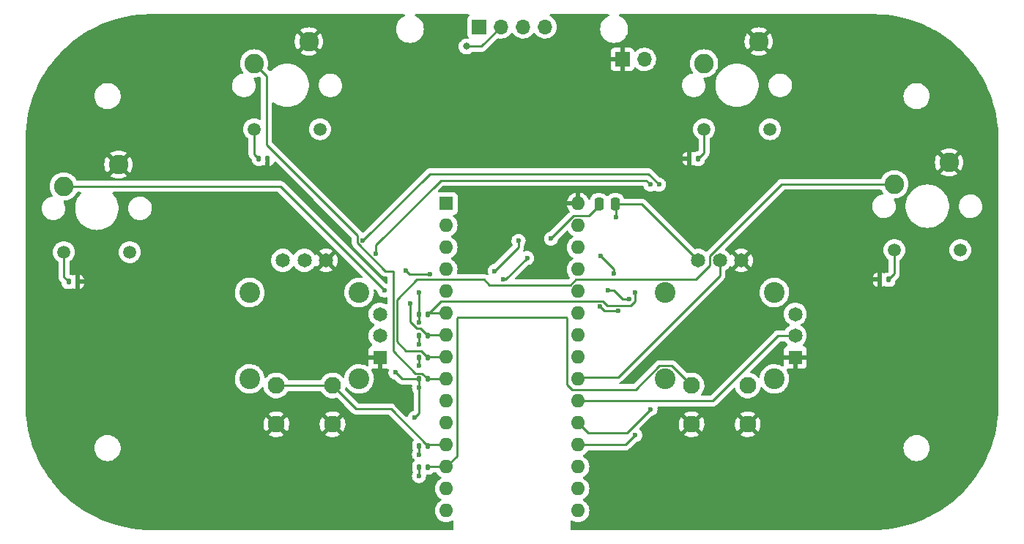
<source format=gtl>
%TF.GenerationSoftware,KiCad,Pcbnew,(6.0.9)*%
%TF.CreationDate,2023-06-09T10:31:56+10:00*%
%TF.ProjectId,Joysticks2.0,4a6f7973-7469-4636-9b73-322e302e6b69,rev?*%
%TF.SameCoordinates,PX3d09000PY568bc30*%
%TF.FileFunction,Copper,L1,Top*%
%TF.FilePolarity,Positive*%
%FSLAX46Y46*%
G04 Gerber Fmt 4.6, Leading zero omitted, Abs format (unit mm)*
G04 Created by KiCad (PCBNEW (6.0.9)) date 2023-06-09 10:31:56*
%MOMM*%
%LPD*%
G01*
G04 APERTURE LIST*
G04 Aperture macros list*
%AMRoundRect*
0 Rectangle with rounded corners*
0 $1 Rounding radius*
0 $2 $3 $4 $5 $6 $7 $8 $9 X,Y pos of 4 corners*
0 Add a 4 corners polygon primitive as box body*
4,1,4,$2,$3,$4,$5,$6,$7,$8,$9,$2,$3,0*
0 Add four circle primitives for the rounded corners*
1,1,$1+$1,$2,$3*
1,1,$1+$1,$4,$5*
1,1,$1+$1,$6,$7*
1,1,$1+$1,$8,$9*
0 Add four rect primitives between the rounded corners*
20,1,$1+$1,$2,$3,$4,$5,0*
20,1,$1+$1,$4,$5,$6,$7,0*
20,1,$1+$1,$6,$7,$8,$9,0*
20,1,$1+$1,$8,$9,$2,$3,0*%
G04 Aperture macros list end*
%TA.AperFunction,ComponentPad*%
%ADD10C,1.950000*%
%TD*%
%TA.AperFunction,ComponentPad*%
%ADD11C,2.400000*%
%TD*%
%TA.AperFunction,ComponentPad*%
%ADD12R,1.650000X1.650000*%
%TD*%
%TA.AperFunction,ComponentPad*%
%ADD13C,1.650000*%
%TD*%
%TA.AperFunction,SMDPad,CuDef*%
%ADD14RoundRect,0.135000X-0.135000X-0.185000X0.135000X-0.185000X0.135000X0.185000X-0.135000X0.185000X0*%
%TD*%
%TA.AperFunction,ComponentPad*%
%ADD15C,1.508000*%
%TD*%
%TA.AperFunction,ComponentPad*%
%ADD16C,2.250000*%
%TD*%
%TA.AperFunction,ComponentPad*%
%ADD17R,1.600000X1.600000*%
%TD*%
%TA.AperFunction,ComponentPad*%
%ADD18O,1.600000X1.600000*%
%TD*%
%TA.AperFunction,SMDPad,CuDef*%
%ADD19RoundRect,0.250000X-0.250000X-0.475000X0.250000X-0.475000X0.250000X0.475000X-0.250000X0.475000X0*%
%TD*%
%TA.AperFunction,ComponentPad*%
%ADD20R,1.700000X1.700000*%
%TD*%
%TA.AperFunction,ComponentPad*%
%ADD21O,1.700000X1.700000*%
%TD*%
%TA.AperFunction,SMDPad,CuDef*%
%ADD22RoundRect,0.135000X0.135000X0.185000X-0.135000X0.185000X-0.135000X-0.185000X0.135000X-0.185000X0*%
%TD*%
%TA.AperFunction,ViaPad*%
%ADD23C,0.600000*%
%TD*%
%TA.AperFunction,ViaPad*%
%ADD24C,0.800000*%
%TD*%
%TA.AperFunction,Conductor*%
%ADD25C,0.250000*%
%TD*%
G04 APERTURE END LIST*
D10*
%TO.P,U1,A*%
%TO.N,Net-(A1-Pad12)*%
X8750000Y-24000000D03*
%TO.P,U1,B*%
X15250000Y-24000000D03*
%TO.P,U1,C*%
%TO.N,+6V*%
X8750000Y-28500000D03*
%TO.P,U1,D*%
X15250000Y-28500000D03*
D11*
%TO.P,U1,S1*%
%TO.N,N/C*%
X18325000Y-13250000D03*
%TO.P,U1,S2*%
X5675000Y-13250000D03*
%TO.P,U1,S3*%
X5675000Y-23250000D03*
%TO.P,U1,S4*%
X18325000Y-23250000D03*
D12*
%TO.P,U1,VR1_1*%
%TO.N,+6V*%
X20730000Y-20750000D03*
D13*
%TO.P,U1,VR1_2*%
%TO.N,Net-(A1-Pad19)*%
X20730000Y-18250000D03*
%TO.P,U1,VR1_3*%
%TO.N,GND*%
X20730000Y-15750000D03*
%TO.P,U1,VR2_1*%
%TO.N,+6V*%
X14500000Y-9520000D03*
%TO.P,U1,VR2_2*%
%TO.N,Net-(A1-Pad20)*%
X12000000Y-9520000D03*
%TO.P,U1,VR2_3*%
%TO.N,GND*%
X9500000Y-9520000D03*
%TD*%
D14*
%TO.P,R2,1*%
%TO.N,Net-(R2-Pad1)*%
X-15260000Y-12000000D03*
%TO.P,R2,2*%
%TO.N,+6V*%
X-14240000Y-12000000D03*
%TD*%
D10*
%TO.P,U11,A*%
%TO.N,Net-(A1-Pad13)*%
X56750000Y-24000000D03*
%TO.P,U11,B*%
X63250000Y-24000000D03*
%TO.P,U11,C*%
%TO.N,+6V*%
X56750000Y-28500000D03*
%TO.P,U11,D*%
X63250000Y-28500000D03*
D11*
%TO.P,U11,S1*%
%TO.N,N/C*%
X66325000Y-13250000D03*
%TO.P,U11,S2*%
X53675000Y-13250000D03*
%TO.P,U11,S3*%
X53675000Y-23250000D03*
%TO.P,U11,S4*%
X66325000Y-23250000D03*
D12*
%TO.P,U11,VR1_1*%
%TO.N,+6V*%
X68730000Y-20750000D03*
D13*
%TO.P,U11,VR1_2*%
%TO.N,Net-(A1-Pad21)*%
X68730000Y-18250000D03*
%TO.P,U11,VR1_3*%
%TO.N,GND*%
X68730000Y-15750000D03*
%TO.P,U11,VR2_1*%
%TO.N,+6V*%
X62500000Y-9520000D03*
%TO.P,U11,VR2_2*%
%TO.N,Net-(A1-Pad22)*%
X60000000Y-9520000D03*
%TO.P,U11,VR2_3*%
%TO.N,GND*%
X57500000Y-9520000D03*
%TD*%
D14*
%TO.P,R8,1*%
%TO.N,GND*%
X25240000Y-23250000D03*
%TO.P,R8,2*%
%TO.N,Net-(A1-Pad9)*%
X26260000Y-23250000D03*
%TD*%
D15*
%TO.P,U2,BR1,A*%
%TO.N,Net-(R1-Pad1)*%
X58190000Y5670000D03*
%TO.P,U2,BR2,K*%
%TO.N,GND*%
X65810000Y5670000D03*
D16*
%TO.P,U2,P$1*%
%TO.N,+6V*%
X64510000Y15830000D03*
%TO.P,U2,P$2*%
%TO.N,Net-(A1-Pad6)*%
X58190000Y13290000D03*
%TD*%
D15*
%TO.P,U3,BR1,A*%
%TO.N,Net-(R2-Pad1)*%
X-15810000Y-8580000D03*
%TO.P,U3,BR2,K*%
%TO.N,GND*%
X-8190000Y-8580000D03*
D16*
%TO.P,U3,P$1*%
%TO.N,+6V*%
X-9490000Y1580000D03*
%TO.P,U3,P$2*%
%TO.N,Net-(A1-Pad7)*%
X-15810000Y-960000D03*
%TD*%
D14*
%TO.P,R14,1*%
%TO.N,GND*%
X25240000Y-33500000D03*
%TO.P,R14,2*%
%TO.N,Net-(A1-Pad13)*%
X26260000Y-33500000D03*
%TD*%
D17*
%TO.P,A1,1,D1/TX*%
%TO.N,unconnected-(A1-Pad1)*%
X28390000Y-2950000D03*
D18*
%TO.P,A1,2,D0/RX*%
%TO.N,unconnected-(A1-Pad2)*%
X28390000Y-5490000D03*
%TO.P,A1,3,~{RESET}*%
%TO.N,unconnected-(A1-Pad3)*%
X28390000Y-8030000D03*
%TO.P,A1,4,GND*%
%TO.N,GND*%
X28390000Y-10570000D03*
%TO.P,A1,5,D2*%
%TO.N,unconnected-(A1-Pad5)*%
X28390000Y-13110000D03*
%TO.P,A1,6,D3*%
%TO.N,Net-(A1-Pad6)*%
X28390000Y-15650000D03*
%TO.P,A1,7,D4*%
%TO.N,Net-(A1-Pad7)*%
X28390000Y-18190000D03*
%TO.P,A1,8,D5*%
%TO.N,Net-(A1-Pad8)*%
X28390000Y-20730000D03*
%TO.P,A1,9,D6*%
%TO.N,Net-(A1-Pad9)*%
X28390000Y-23270000D03*
%TO.P,A1,10,D7*%
%TO.N,Net-(A1-Pad10)*%
X28390000Y-25810000D03*
%TO.P,A1,11,D8*%
%TO.N,Net-(A1-Pad11)*%
X28390000Y-28350000D03*
%TO.P,A1,12,D9*%
%TO.N,Net-(A1-Pad12)*%
X28390000Y-30890000D03*
%TO.P,A1,13,D10*%
%TO.N,Net-(A1-Pad13)*%
X28390000Y-33430000D03*
%TO.P,A1,14,D11*%
%TO.N,Net-(A1-Pad14)*%
X28390000Y-35970000D03*
%TO.P,A1,15,D12*%
%TO.N,Net-(A1-Pad15)*%
X28390000Y-38510000D03*
%TO.P,A1,16,D13*%
%TO.N,Net-(A1-Pad16)*%
X43630000Y-38510000D03*
%TO.P,A1,17,3V3*%
%TO.N,+3.3V*%
X43630000Y-35970000D03*
%TO.P,A1,18,AREF*%
%TO.N,unconnected-(A1-Pad18)*%
X43630000Y-33430000D03*
%TO.P,A1,19,A0*%
%TO.N,Net-(A1-Pad19)*%
X43630000Y-30890000D03*
%TO.P,A1,20,A1*%
%TO.N,Net-(A1-Pad20)*%
X43630000Y-28350000D03*
%TO.P,A1,21,A2*%
%TO.N,Net-(A1-Pad21)*%
X43630000Y-25810000D03*
%TO.P,A1,22,A3*%
%TO.N,Net-(A1-Pad22)*%
X43630000Y-23270000D03*
%TO.P,A1,23,A4*%
%TO.N,/SDA*%
X43630000Y-20730000D03*
%TO.P,A1,24,A5*%
%TO.N,/SCL*%
X43630000Y-18190000D03*
%TO.P,A1,25,A6*%
%TO.N,unconnected-(A1-Pad25)*%
X43630000Y-15650000D03*
%TO.P,A1,26,A7*%
%TO.N,unconnected-(A1-Pad26)*%
X43630000Y-13110000D03*
%TO.P,A1,27,+5V*%
%TO.N,+5V*%
X43630000Y-10570000D03*
%TO.P,A1,28,~{RESET}*%
%TO.N,unconnected-(A1-Pad28)*%
X43630000Y-8030000D03*
%TO.P,A1,29,GND*%
%TO.N,GND*%
X43630000Y-5490000D03*
%TO.P,A1,30,VIN*%
%TO.N,+6V*%
X43630000Y-2950000D03*
%TD*%
D19*
%TO.P,C1,1*%
%TO.N,+3.3V*%
X46050000Y-3000000D03*
%TO.P,C1,2*%
%TO.N,GND*%
X47950000Y-3000000D03*
%TD*%
D14*
%TO.P,R13,1*%
%TO.N,GND*%
X25240000Y-31000000D03*
%TO.P,R13,2*%
%TO.N,Net-(A1-Pad12)*%
X26260000Y-31000000D03*
%TD*%
%TO.P,R4,1*%
%TO.N,Net-(R4-Pad1)*%
X6740000Y2250000D03*
%TO.P,R4,2*%
%TO.N,+6V*%
X7760000Y2250000D03*
%TD*%
D15*
%TO.P,U4,BR1,A*%
%TO.N,Net-(R3-Pad1)*%
X80190000Y-8330000D03*
%TO.P,U4,BR2,K*%
%TO.N,GND*%
X87810000Y-8330000D03*
D16*
%TO.P,U4,P$1*%
%TO.N,+6V*%
X86510000Y1830000D03*
%TO.P,U4,P$2*%
%TO.N,Net-(A1-Pad8)*%
X80190000Y-710000D03*
%TD*%
D15*
%TO.P,U5,BR1,A*%
%TO.N,Net-(R4-Pad1)*%
X6190000Y5670000D03*
%TO.P,U5,BR2,K*%
%TO.N,GND*%
X13810000Y5670000D03*
D16*
%TO.P,U5,P$1*%
%TO.N,+6V*%
X12510000Y15830000D03*
%TO.P,U5,P$2*%
%TO.N,Net-(A1-Pad9)*%
X6190000Y13290000D03*
%TD*%
D14*
%TO.P,R5,1*%
%TO.N,GND*%
X25240000Y-15750000D03*
%TO.P,R5,2*%
%TO.N,Net-(A1-Pad6)*%
X26260000Y-15750000D03*
%TD*%
%TO.P,R6,1*%
%TO.N,GND*%
X25240000Y-18250000D03*
%TO.P,R6,2*%
%TO.N,Net-(A1-Pad7)*%
X26260000Y-18250000D03*
%TD*%
D20*
%TO.P,J1,1,Pin_1*%
%TO.N,+6V*%
X48750000Y13750000D03*
D21*
%TO.P,J1,2,Pin_2*%
%TO.N,GND*%
X51290000Y13750000D03*
%TD*%
D22*
%TO.P,R3,1*%
%TO.N,Net-(R3-Pad1)*%
X79510000Y-11750000D03*
%TO.P,R3,2*%
%TO.N,+6V*%
X78490000Y-11750000D03*
%TD*%
%TO.P,R1,1*%
%TO.N,Net-(R1-Pad1)*%
X57510000Y2250000D03*
%TO.P,R1,2*%
%TO.N,+6V*%
X56490000Y2250000D03*
%TD*%
D14*
%TO.P,R7,1*%
%TO.N,GND*%
X25230000Y-20750000D03*
%TO.P,R7,2*%
%TO.N,Net-(A1-Pad8)*%
X26250000Y-20750000D03*
%TD*%
D20*
%TO.P,J4,1,Pin_1*%
%TO.N,+5V*%
X32200000Y17525000D03*
D21*
%TO.P,J4,2,Pin_2*%
%TO.N,GND*%
X34740000Y17525000D03*
%TO.P,J4,3,Pin_3*%
%TO.N,/SCL*%
X37280000Y17525000D03*
%TO.P,J4,4,Pin_4*%
%TO.N,/SDA*%
X39820000Y17525000D03*
%TD*%
D23*
%TO.N,GND*%
X22525500Y-22500000D03*
X25250000Y-19250000D03*
X25250000Y-16750000D03*
X24750000Y-27750000D03*
D24*
X30750000Y15250000D03*
D23*
X25250000Y-32000000D03*
X25250000Y-21750000D03*
X48000000Y-4500000D03*
X25250000Y-13250000D03*
X25250000Y-24250000D03*
X25250000Y-34500000D03*
%TO.N,Net-(A1-Pad10)*%
X37750000Y-9250000D03*
X35000000Y-11750000D03*
%TO.N,Net-(A1-Pad11)*%
X36750000Y-7250000D03*
X34000000Y-10750000D03*
%TO.N,Net-(A1-Pad16)*%
X49533118Y-14033118D03*
X47125500Y-13000000D03*
%TO.N,+3.3V*%
X46138411Y-14888411D03*
X40500000Y-7000000D03*
X48250000Y-15374500D03*
X46250000Y-9000000D03*
X47750000Y-11000000D03*
%TO.N,Net-(A1-Pad6)*%
X50250000Y-13250000D03*
%TO.N,Net-(A1-Pad7)*%
X26500000Y-11125500D03*
X24242915Y-14492916D03*
X21250000Y-13000000D03*
X23683411Y-10683411D03*
%TO.N,Net-(A1-Pad19)*%
X20250000Y-8750000D03*
X50250000Y-29750000D03*
X52000000Y-750000D03*
%TO.N,Net-(A1-Pad20)*%
X18750000Y-7250000D03*
X53000000Y-750000D03*
X52000000Y-26750000D03*
%TD*%
D25*
%TO.N,GND*%
X25240000Y-23250000D02*
X25240000Y-24240000D01*
X25240000Y-18250000D02*
X25240000Y-19240000D01*
X32465000Y15250000D02*
X30750000Y15250000D01*
X50980000Y-3000000D02*
X57500000Y-9520000D01*
X25240000Y-31990000D02*
X25250000Y-32000000D01*
X25240000Y-34490000D02*
X25250000Y-34500000D01*
X25240000Y-16740000D02*
X25250000Y-16750000D01*
X48000000Y-4500000D02*
X48000000Y-3050000D01*
X25240000Y-24240000D02*
X25250000Y-24250000D01*
X47950000Y-3000000D02*
X50980000Y-3000000D01*
X25240000Y-15750000D02*
X25240000Y-13260000D01*
X48000000Y-3050000D02*
X47950000Y-3000000D01*
X25250000Y-27250000D02*
X24750000Y-27750000D01*
X25240000Y-15750000D02*
X25240000Y-16740000D01*
X25230000Y-20750000D02*
X25230000Y-21730000D01*
X23275500Y-23250000D02*
X25240000Y-23250000D01*
X25240000Y-19240000D02*
X25250000Y-19250000D01*
X25240000Y-31000000D02*
X25240000Y-31990000D01*
X25240000Y-13260000D02*
X25250000Y-13250000D01*
X25250000Y-24250000D02*
X25250000Y-27250000D01*
X25230000Y-21730000D02*
X25250000Y-21750000D01*
X22525500Y-22500000D02*
X23275500Y-23250000D01*
X34740000Y17525000D02*
X32465000Y15250000D01*
X25240000Y-33500000D02*
X25240000Y-34490000D01*
%TO.N,Net-(A1-Pad10)*%
X35250000Y-11750000D02*
X35000000Y-11750000D01*
X37750000Y-9250000D02*
X35250000Y-11750000D01*
%TO.N,Net-(A1-Pad11)*%
X36750000Y-7250000D02*
X36750000Y-8000000D01*
X36750000Y-8000000D02*
X34000000Y-10750000D01*
%TO.N,Net-(A1-Pad12)*%
X28390000Y-30890000D02*
X26370000Y-30890000D01*
X8750000Y-24000000D02*
X15250000Y-24000000D01*
X26370000Y-30890000D02*
X26260000Y-31000000D01*
X15250000Y-24000000D02*
X17975000Y-26725000D01*
X17975000Y-26725000D02*
X21985000Y-26725000D01*
X21985000Y-26725000D02*
X26260000Y-31000000D01*
%TO.N,Net-(A1-Pad13)*%
X42979009Y-24500000D02*
X42375000Y-23895991D01*
X54475000Y-21725000D02*
X53043324Y-21725000D01*
X42375000Y-23895991D02*
X42375000Y-16198223D01*
X26330000Y-33430000D02*
X26260000Y-33500000D01*
X29625000Y-32195000D02*
X28390000Y-33430000D01*
X29625000Y-16198223D02*
X29625000Y-32195000D01*
X29698223Y-16125000D02*
X29625000Y-16198223D01*
X42301777Y-16125000D02*
X29698223Y-16125000D01*
X56750000Y-24000000D02*
X54475000Y-21725000D01*
X42375000Y-16198223D02*
X42301777Y-16125000D01*
X28390000Y-33430000D02*
X26330000Y-33430000D01*
X50268324Y-24500000D02*
X42979009Y-24500000D01*
X53043324Y-21725000D02*
X50268324Y-24500000D01*
%TO.N,Net-(A1-Pad16)*%
X48783118Y-14033118D02*
X49533118Y-14033118D01*
X47750000Y-13000000D02*
X48783118Y-14033118D01*
X47125500Y-13000000D02*
X47750000Y-13000000D01*
%TO.N,+3.3V*%
X46138411Y-14888411D02*
X46624500Y-15374500D01*
X46624500Y-15374500D02*
X48250000Y-15374500D01*
X47750000Y-11000000D02*
X47750000Y-10500000D01*
X47750000Y-10500000D02*
X46250000Y-9000000D01*
X46050000Y-3200000D02*
X44885000Y-4365000D01*
X43135000Y-4365000D02*
X40500000Y-7000000D01*
X44885000Y-4365000D02*
X43135000Y-4365000D01*
%TO.N,Net-(A1-Pad6)*%
X28390000Y-15650000D02*
X26360000Y-15650000D01*
X27760000Y-14250000D02*
X26260000Y-15750000D01*
X26360000Y-15650000D02*
X26260000Y-15750000D01*
X50250000Y-13250000D02*
X50250000Y-14250000D01*
X50250000Y-14250000D02*
X49750000Y-14750000D01*
X47000000Y-14750000D02*
X46500000Y-14250000D01*
X46500000Y-14250000D02*
X27760000Y-14250000D01*
X49750000Y-14750000D02*
X47000000Y-14750000D01*
%TO.N,Net-(A1-Pad7)*%
X-15810000Y-960000D02*
X9210000Y-960000D01*
X24242915Y-16626799D02*
X24991116Y-17375000D01*
X24242915Y-14492916D02*
X24242915Y-16626799D01*
X25385000Y-17375000D02*
X26260000Y-18250000D01*
X24991116Y-17375000D02*
X25385000Y-17375000D01*
X28390000Y-18190000D02*
X26320000Y-18190000D01*
X26320000Y-18190000D02*
X26260000Y-18250000D01*
X24125500Y-11125500D02*
X26500000Y-11125500D01*
X9210000Y-960000D02*
X21250000Y-13000000D01*
X23683411Y-10683411D02*
X24125500Y-11125500D01*
%TO.N,Net-(A1-Pad8)*%
X22700000Y-18950000D02*
X22700000Y-14050000D01*
X33375000Y-12375000D02*
X42774009Y-12375000D01*
X57275000Y-11725000D02*
X58850000Y-10150000D01*
X67183654Y-710000D02*
X80190000Y-710000D01*
X58850000Y-9043654D02*
X67183654Y-710000D01*
X53018324Y-11750000D02*
X53043324Y-11725000D01*
X23750000Y-20000000D02*
X22700000Y-18950000D01*
X28390000Y-20730000D02*
X26270000Y-20730000D01*
X42774009Y-12375000D02*
X43399009Y-11750000D01*
X22700000Y-14050000D02*
X25000000Y-11750000D01*
X53043324Y-11725000D02*
X57275000Y-11725000D01*
X32750000Y-11750000D02*
X33375000Y-12375000D01*
X25500000Y-20000000D02*
X23750000Y-20000000D01*
X43399009Y-11750000D02*
X53018324Y-11750000D01*
X26270000Y-20730000D02*
X26250000Y-20750000D01*
X26250000Y-20750000D02*
X25500000Y-20000000D01*
X25000000Y-11750000D02*
X32750000Y-11750000D01*
X58850000Y-10150000D02*
X58850000Y-9043654D01*
%TO.N,Net-(A1-Pad9)*%
X25615000Y-22605000D02*
X24855000Y-22605000D01*
X26260000Y-23250000D02*
X25615000Y-22605000D01*
X22250000Y-10750000D02*
X21366116Y-10750000D01*
X7631099Y11848901D02*
X6190000Y13290000D01*
X22250000Y-20000000D02*
X22250000Y-10750000D01*
X7631099Y3868901D02*
X7631099Y11848901D01*
X26280000Y-23270000D02*
X26260000Y-23250000D01*
X24855000Y-22605000D02*
X22250000Y-20000000D01*
X28390000Y-23270000D02*
X26280000Y-23270000D01*
X18125000Y-7508884D02*
X18125000Y-6625000D01*
X21366116Y-10750000D02*
X18125000Y-7508884D01*
X18125000Y-6625000D02*
X7631099Y3868901D01*
%TO.N,Net-(A1-Pad19)*%
X49110000Y-30890000D02*
X43630000Y-30890000D01*
X51500000Y-250000D02*
X27750000Y-250000D01*
X50250000Y-29750000D02*
X49110000Y-30890000D01*
X27750000Y-250000D02*
X20250000Y-7750000D01*
X52000000Y-750000D02*
X51500000Y-250000D01*
X20250000Y-7750000D02*
X20250000Y-8750000D01*
%TO.N,Net-(A1-Pad20)*%
X49250000Y-29500000D02*
X44780000Y-29500000D01*
X52000000Y-26750000D02*
X49250000Y-29500000D01*
X51750000Y500000D02*
X26500000Y500000D01*
X53000000Y-750000D02*
X51750000Y500000D01*
X26500000Y500000D02*
X18750000Y-7250000D01*
X44780000Y-29500000D02*
X43630000Y-28350000D01*
%TO.N,Net-(A1-Pad21)*%
X43630000Y-25810000D02*
X59190000Y-25810000D01*
X59190000Y-25810000D02*
X66750000Y-18250000D01*
X66750000Y-18250000D02*
X68730000Y-18250000D01*
%TO.N,Net-(A1-Pad22)*%
X43875000Y-23025000D02*
X43630000Y-23270000D01*
X60000000Y-11270000D02*
X48245000Y-23025000D01*
X60000000Y-9520000D02*
X60000000Y-11270000D01*
X48245000Y-23025000D02*
X43875000Y-23025000D01*
%TO.N,Net-(R1-Pad1)*%
X58190000Y2930000D02*
X57510000Y2250000D01*
X58190000Y5670000D02*
X58190000Y2930000D01*
%TO.N,Net-(R2-Pad1)*%
X-15810000Y-11450000D02*
X-15260000Y-12000000D01*
X-15810000Y-8580000D02*
X-15810000Y-11450000D01*
%TO.N,Net-(R3-Pad1)*%
X80190000Y-11070000D02*
X80190000Y-8330000D01*
X79510000Y-11750000D02*
X80190000Y-11070000D01*
%TO.N,Net-(R4-Pad1)*%
X6190000Y2800000D02*
X6740000Y2250000D01*
X6190000Y5670000D02*
X6190000Y2800000D01*
%TD*%
%TA.AperFunction,Conductor*%
%TO.N,+6V*%
G36*
X23575460Y18971498D02*
G01*
X23621953Y18917842D01*
X23632057Y18847568D01*
X23602563Y18782988D01*
X23555558Y18749091D01*
X23529411Y18738261D01*
X23472072Y18714511D01*
X23472068Y18714509D01*
X23467498Y18712616D01*
X23251624Y18580328D01*
X23059102Y18415898D01*
X22894672Y18223376D01*
X22762384Y18007502D01*
X22760491Y18002932D01*
X22760489Y18002928D01*
X22683507Y17817077D01*
X22665495Y17773591D01*
X22646208Y17693254D01*
X22616798Y17570750D01*
X22606391Y17527403D01*
X22586526Y17275000D01*
X22606391Y17022597D01*
X22607545Y17017790D01*
X22607546Y17017784D01*
X22633331Y16910384D01*
X22665495Y16776409D01*
X22667388Y16771838D01*
X22667389Y16771836D01*
X22758837Y16551062D01*
X22762384Y16542498D01*
X22894672Y16326624D01*
X23059102Y16134102D01*
X23251624Y15969672D01*
X23467498Y15837384D01*
X23472068Y15835491D01*
X23472072Y15835489D01*
X23696836Y15742389D01*
X23701409Y15740495D01*
X23786032Y15720179D01*
X23942784Y15682546D01*
X23942790Y15682545D01*
X23947597Y15681391D01*
X24200000Y15661526D01*
X24452403Y15681391D01*
X24457210Y15682545D01*
X24457216Y15682546D01*
X24613968Y15720179D01*
X24698591Y15740495D01*
X24703164Y15742389D01*
X24927928Y15835489D01*
X24927932Y15835491D01*
X24932502Y15837384D01*
X25148376Y15969672D01*
X25340898Y16134102D01*
X25505328Y16326624D01*
X25637616Y16542498D01*
X25641164Y16551062D01*
X25732611Y16771836D01*
X25732612Y16771838D01*
X25734505Y16776409D01*
X25766669Y16910384D01*
X25792454Y17017784D01*
X25792455Y17017790D01*
X25793609Y17022597D01*
X25813474Y17275000D01*
X25793609Y17527403D01*
X25783203Y17570750D01*
X25753792Y17693254D01*
X25734505Y17773591D01*
X25716493Y17817077D01*
X25639511Y18002928D01*
X25639509Y18002932D01*
X25637616Y18007502D01*
X25505328Y18223376D01*
X25340898Y18415898D01*
X25148376Y18580328D01*
X24932502Y18712616D01*
X24927932Y18714509D01*
X24927928Y18714511D01*
X24870589Y18738261D01*
X24844443Y18749091D01*
X24789162Y18793639D01*
X24766741Y18861002D01*
X24784299Y18929794D01*
X24836261Y18978172D01*
X24892661Y18991500D01*
X30946417Y18991500D01*
X31014538Y18971498D01*
X31061031Y18917842D01*
X31071135Y18847568D01*
X31041641Y18782988D01*
X31021983Y18764675D01*
X30986739Y18738261D01*
X30899385Y18621705D01*
X30848255Y18485316D01*
X30841500Y18423134D01*
X30841500Y16626866D01*
X30848255Y16564684D01*
X30899385Y16428295D01*
X30904770Y16421110D01*
X30904771Y16421108D01*
X30950880Y16359585D01*
X30975728Y16293078D01*
X30960675Y16223696D01*
X30910501Y16173466D01*
X30845487Y16160434D01*
X30845487Y16158500D01*
X30654513Y16158500D01*
X30648061Y16157128D01*
X30648056Y16157128D01*
X30561113Y16138647D01*
X30467712Y16118794D01*
X30461682Y16116109D01*
X30461681Y16116109D01*
X30299278Y16043803D01*
X30299276Y16043802D01*
X30293248Y16041118D01*
X30138747Y15928866D01*
X30134326Y15923956D01*
X30134325Y15923955D01*
X30058354Y15839580D01*
X30010960Y15786944D01*
X29915473Y15621556D01*
X29856458Y15439928D01*
X29855768Y15433367D01*
X29855768Y15433365D01*
X29837186Y15256565D01*
X29836496Y15250000D01*
X29837186Y15243435D01*
X29855537Y15068839D01*
X29856458Y15060072D01*
X29915473Y14878444D01*
X29918776Y14872722D01*
X29918777Y14872721D01*
X29929788Y14853649D01*
X30010960Y14713056D01*
X30015378Y14708149D01*
X30015379Y14708148D01*
X30097452Y14616997D01*
X30138747Y14571134D01*
X30293248Y14458882D01*
X30299276Y14456198D01*
X30299278Y14456197D01*
X30449285Y14389410D01*
X30467712Y14381206D01*
X30561113Y14361353D01*
X30648056Y14342872D01*
X30648061Y14342872D01*
X30654513Y14341500D01*
X30845487Y14341500D01*
X30851939Y14342872D01*
X30851944Y14342872D01*
X30938887Y14361353D01*
X31032288Y14381206D01*
X31050715Y14389410D01*
X31200722Y14456197D01*
X31200724Y14456198D01*
X31206752Y14458882D01*
X31262438Y14499340D01*
X31339671Y14555454D01*
X31361253Y14571134D01*
X31365668Y14576037D01*
X31370580Y14580460D01*
X31371705Y14579211D01*
X31425014Y14612051D01*
X31458200Y14616500D01*
X32386233Y14616500D01*
X32397416Y14615973D01*
X32404909Y14614298D01*
X32412835Y14614547D01*
X32412836Y14614547D01*
X32472986Y14616438D01*
X32476945Y14616500D01*
X32504856Y14616500D01*
X32508791Y14616997D01*
X32508856Y14617005D01*
X32520693Y14617938D01*
X32552951Y14618952D01*
X32556970Y14619078D01*
X32564889Y14619327D01*
X32584343Y14624979D01*
X32603700Y14628987D01*
X32615930Y14630532D01*
X32615931Y14630532D01*
X32623797Y14631526D01*
X32631168Y14634445D01*
X32631170Y14634445D01*
X32664912Y14647804D01*
X32676142Y14651649D01*
X32710983Y14661771D01*
X32710984Y14661771D01*
X32718593Y14663982D01*
X32725412Y14668015D01*
X32725417Y14668017D01*
X32736028Y14674293D01*
X32753776Y14682988D01*
X32772617Y14690448D01*
X32808387Y14716436D01*
X32818307Y14722952D01*
X32849535Y14741420D01*
X32849538Y14741422D01*
X32856362Y14745458D01*
X32870683Y14759779D01*
X32885717Y14772620D01*
X32895694Y14779869D01*
X32902107Y14784528D01*
X32930298Y14818605D01*
X32938288Y14827384D01*
X34284549Y16173645D01*
X34346861Y16207671D01*
X34398762Y16208021D01*
X34578597Y16171433D01*
X34583772Y16171243D01*
X34583774Y16171243D01*
X34796673Y16163436D01*
X34796677Y16163436D01*
X34801837Y16163247D01*
X34806957Y16163903D01*
X34806959Y16163903D01*
X35018288Y16190975D01*
X35018289Y16190975D01*
X35023416Y16191632D01*
X35032669Y16194408D01*
X35232429Y16254339D01*
X35232434Y16254341D01*
X35237384Y16255826D01*
X35437994Y16354104D01*
X35619860Y16483827D01*
X35778096Y16641511D01*
X35871744Y16771836D01*
X35908453Y16822923D01*
X35909776Y16821972D01*
X35956645Y16865143D01*
X36026580Y16877375D01*
X36092026Y16849856D01*
X36119875Y16818006D01*
X36179987Y16719912D01*
X36326250Y16551062D01*
X36498126Y16408368D01*
X36691000Y16295662D01*
X36695825Y16293820D01*
X36695826Y16293819D01*
X36768612Y16266025D01*
X36899692Y16215970D01*
X36904760Y16214939D01*
X36904763Y16214938D01*
X36968248Y16202022D01*
X37118597Y16171433D01*
X37123772Y16171243D01*
X37123774Y16171243D01*
X37336673Y16163436D01*
X37336677Y16163436D01*
X37341837Y16163247D01*
X37346957Y16163903D01*
X37346959Y16163903D01*
X37558288Y16190975D01*
X37558289Y16190975D01*
X37563416Y16191632D01*
X37572669Y16194408D01*
X37772429Y16254339D01*
X37772434Y16254341D01*
X37777384Y16255826D01*
X37977994Y16354104D01*
X38159860Y16483827D01*
X38318096Y16641511D01*
X38411744Y16771836D01*
X38448453Y16822923D01*
X38449776Y16821972D01*
X38496645Y16865143D01*
X38566580Y16877375D01*
X38632026Y16849856D01*
X38659875Y16818006D01*
X38719987Y16719912D01*
X38866250Y16551062D01*
X39038126Y16408368D01*
X39231000Y16295662D01*
X39235825Y16293820D01*
X39235826Y16293819D01*
X39308612Y16266025D01*
X39439692Y16215970D01*
X39444760Y16214939D01*
X39444763Y16214938D01*
X39508248Y16202022D01*
X39658597Y16171433D01*
X39663772Y16171243D01*
X39663774Y16171243D01*
X39876673Y16163436D01*
X39876677Y16163436D01*
X39881837Y16163247D01*
X39886957Y16163903D01*
X39886959Y16163903D01*
X40098288Y16190975D01*
X40098289Y16190975D01*
X40103416Y16191632D01*
X40112669Y16194408D01*
X40312429Y16254339D01*
X40312434Y16254341D01*
X40317384Y16255826D01*
X40517994Y16354104D01*
X40699860Y16483827D01*
X40858096Y16641511D01*
X40951744Y16771836D01*
X40985435Y16818723D01*
X40988453Y16822923D01*
X41005170Y16856746D01*
X41085136Y17018547D01*
X41085137Y17018549D01*
X41087430Y17023189D01*
X41152370Y17236931D01*
X41181529Y17458410D01*
X41181755Y17467662D01*
X41183074Y17521635D01*
X41183074Y17521639D01*
X41183156Y17525000D01*
X41164852Y17747639D01*
X41110431Y17964298D01*
X41021354Y18169160D01*
X40919302Y18326909D01*
X40902822Y18352383D01*
X40902820Y18352386D01*
X40900014Y18356723D01*
X40749670Y18521949D01*
X40745619Y18525148D01*
X40745615Y18525152D01*
X40578414Y18657200D01*
X40578410Y18657202D01*
X40574359Y18660402D01*
X40537260Y18680882D01*
X40402648Y18755191D01*
X40352677Y18805624D01*
X40337905Y18875067D01*
X40363021Y18941472D01*
X40420052Y18983757D01*
X40463541Y18991500D01*
X47107339Y18991500D01*
X47175460Y18971498D01*
X47221953Y18917842D01*
X47232057Y18847568D01*
X47202563Y18782988D01*
X47155558Y18749091D01*
X47129411Y18738261D01*
X47072072Y18714511D01*
X47072068Y18714509D01*
X47067498Y18712616D01*
X46851624Y18580328D01*
X46659102Y18415898D01*
X46494672Y18223376D01*
X46362384Y18007502D01*
X46360491Y18002932D01*
X46360489Y18002928D01*
X46283507Y17817077D01*
X46265495Y17773591D01*
X46246208Y17693254D01*
X46216798Y17570750D01*
X46206391Y17527403D01*
X46186526Y17275000D01*
X46206391Y17022597D01*
X46207545Y17017790D01*
X46207546Y17017784D01*
X46233331Y16910384D01*
X46265495Y16776409D01*
X46267388Y16771838D01*
X46267389Y16771836D01*
X46358837Y16551062D01*
X46362384Y16542498D01*
X46494672Y16326624D01*
X46659102Y16134102D01*
X46851624Y15969672D01*
X47067498Y15837384D01*
X47072068Y15835491D01*
X47072072Y15835489D01*
X47296836Y15742389D01*
X47301409Y15740495D01*
X47386032Y15720179D01*
X47542784Y15682546D01*
X47542790Y15682545D01*
X47547597Y15681391D01*
X47800000Y15661526D01*
X48052403Y15681391D01*
X48057210Y15682545D01*
X48057216Y15682546D01*
X48213968Y15720179D01*
X48298591Y15740495D01*
X48303164Y15742389D01*
X48502774Y15825070D01*
X62872338Y15825070D01*
X62891729Y15578687D01*
X62893272Y15568940D01*
X62950967Y15328627D01*
X62954016Y15319242D01*
X63048592Y15090915D01*
X63053073Y15082121D01*
X63179340Y14876072D01*
X63187401Y14870810D01*
X63197607Y14876817D01*
X64137978Y15817188D01*
X64144356Y15828868D01*
X64874408Y15828868D01*
X64874539Y15827035D01*
X64878790Y15820420D01*
X65820934Y14878276D01*
X65834471Y14870884D01*
X65839740Y14874570D01*
X65966927Y15082121D01*
X65971408Y15090915D01*
X66065984Y15319242D01*
X66069033Y15328627D01*
X66126728Y15568940D01*
X66128271Y15578687D01*
X66147662Y15825070D01*
X66147662Y15834930D01*
X66128271Y16081313D01*
X66126728Y16091060D01*
X66069033Y16331373D01*
X66065984Y16340758D01*
X65971408Y16569085D01*
X65966927Y16577879D01*
X65840660Y16783928D01*
X65832599Y16789190D01*
X65822393Y16783183D01*
X64882022Y15842812D01*
X64874408Y15828868D01*
X64144356Y15828868D01*
X64145592Y15831132D01*
X64145461Y15832965D01*
X64141210Y15839580D01*
X63199066Y16781724D01*
X63185529Y16789116D01*
X63180260Y16785430D01*
X63053073Y16577879D01*
X63048592Y16569085D01*
X62954016Y16340758D01*
X62950967Y16331373D01*
X62893272Y16091060D01*
X62891729Y16081313D01*
X62872338Y15834930D01*
X62872338Y15825070D01*
X48502774Y15825070D01*
X48527928Y15835489D01*
X48527932Y15835491D01*
X48532502Y15837384D01*
X48748376Y15969672D01*
X48940898Y16134102D01*
X49105328Y16326624D01*
X49237616Y16542498D01*
X49241164Y16551062D01*
X49332611Y16771836D01*
X49332612Y16771838D01*
X49334505Y16776409D01*
X49366669Y16910384D01*
X49392454Y17017784D01*
X49392455Y17017790D01*
X49393609Y17022597D01*
X49403841Y17152599D01*
X63550810Y17152599D01*
X63556817Y17142393D01*
X64497188Y16202022D01*
X64511132Y16194408D01*
X64512965Y16194539D01*
X64519580Y16198790D01*
X65461724Y17140934D01*
X65469116Y17154471D01*
X65465430Y17159740D01*
X65257879Y17286927D01*
X65249085Y17291408D01*
X65020758Y17385984D01*
X65011373Y17389033D01*
X64771060Y17446728D01*
X64761313Y17448271D01*
X64514930Y17467662D01*
X64505070Y17467662D01*
X64258687Y17448271D01*
X64248940Y17446728D01*
X64008627Y17389033D01*
X63999242Y17385984D01*
X63770915Y17291408D01*
X63762121Y17286927D01*
X63556072Y17160660D01*
X63550810Y17152599D01*
X49403841Y17152599D01*
X49413474Y17275000D01*
X49393609Y17527403D01*
X49383203Y17570750D01*
X49353792Y17693254D01*
X49334505Y17773591D01*
X49316493Y17817077D01*
X49239511Y18002928D01*
X49239509Y18002932D01*
X49237616Y18007502D01*
X49105328Y18223376D01*
X48940898Y18415898D01*
X48748376Y18580328D01*
X48532502Y18712616D01*
X48527932Y18714509D01*
X48527928Y18714511D01*
X48470589Y18738261D01*
X48444443Y18749091D01*
X48389162Y18793639D01*
X48366741Y18861002D01*
X48384299Y18929794D01*
X48436261Y18978172D01*
X48492661Y18991500D01*
X77700633Y18991500D01*
X77720018Y18990000D01*
X77734851Y18987690D01*
X77734855Y18987690D01*
X77743724Y18986309D01*
X77768272Y18989519D01*
X77787793Y18990543D01*
X78480822Y18972980D01*
X78487159Y18972658D01*
X78943127Y18937935D01*
X79212899Y18917391D01*
X79219250Y18916745D01*
X79941236Y18824794D01*
X79947546Y18823828D01*
X80663975Y18695421D01*
X80670228Y18694136D01*
X81379237Y18529608D01*
X81385380Y18528018D01*
X82085196Y18327775D01*
X82091231Y18325880D01*
X82772935Y18092867D01*
X82779946Y18090470D01*
X82785933Y18088253D01*
X83461838Y17818263D01*
X83467704Y17815746D01*
X84129075Y17511865D01*
X84134806Y17509053D01*
X84779927Y17172070D01*
X84785498Y17168978D01*
X84865457Y17121909D01*
X85412729Y16799748D01*
X85418147Y16796371D01*
X86025861Y16395854D01*
X86031100Y16392208D01*
X86617757Y15961419D01*
X86622806Y15957511D01*
X86763473Y15842812D01*
X87186913Y15497541D01*
X87191720Y15493415D01*
X87678834Y15053324D01*
X87731802Y15005469D01*
X87736429Y15001070D01*
X88251070Y14486429D01*
X88255469Y14481802D01*
X88743415Y13941720D01*
X88747541Y13936913D01*
X88951515Y13686760D01*
X89207511Y13372806D01*
X89211419Y13367757D01*
X89642208Y12781100D01*
X89645854Y12775861D01*
X90046371Y12168147D01*
X90049748Y12162729D01*
X90255090Y11813904D01*
X90406117Y11557347D01*
X90418972Y11535509D01*
X90422070Y11529927D01*
X90759053Y10884806D01*
X90761865Y10879075D01*
X91065746Y10217704D01*
X91068263Y10211838D01*
X91338253Y9535933D01*
X91340470Y9529946D01*
X91549060Y8919698D01*
X91575877Y8841241D01*
X91577775Y8835196D01*
X91778018Y8135380D01*
X91779608Y8129237D01*
X91944136Y7420228D01*
X91945421Y7413975D01*
X92073828Y6697546D01*
X92074794Y6691236D01*
X92166745Y5969250D01*
X92167391Y5962899D01*
X92173355Y5884589D01*
X92222658Y5237159D01*
X92222980Y5230822D01*
X92232593Y4851485D01*
X92240349Y4545424D01*
X92238889Y4522846D01*
X92237690Y4515149D01*
X92237690Y4515144D01*
X92236309Y4506276D01*
X92237473Y4497374D01*
X92237473Y4497372D01*
X92240436Y4474717D01*
X92241500Y4458379D01*
X92241500Y-26200633D01*
X92240000Y-26220018D01*
X92237690Y-26234851D01*
X92237690Y-26234855D01*
X92236309Y-26243724D01*
X92239519Y-26268266D01*
X92240543Y-26287793D01*
X92223172Y-26973286D01*
X92222981Y-26980804D01*
X92222658Y-26987159D01*
X92189076Y-27428145D01*
X92167391Y-27712899D01*
X92166745Y-27719250D01*
X92074794Y-28441236D01*
X92073828Y-28447546D01*
X91945421Y-29163975D01*
X91944136Y-29170228D01*
X91779608Y-29879237D01*
X91778018Y-29885380D01*
X91577775Y-30585196D01*
X91575880Y-30591231D01*
X91508890Y-30787218D01*
X91340470Y-31279946D01*
X91338253Y-31285933D01*
X91068263Y-31961838D01*
X91065746Y-31967704D01*
X90761865Y-32629075D01*
X90759053Y-32634806D01*
X90422070Y-33279927D01*
X90418972Y-33285509D01*
X90049748Y-33912729D01*
X90046371Y-33918147D01*
X89645854Y-34525861D01*
X89642208Y-34531100D01*
X89211419Y-35117757D01*
X89207511Y-35122806D01*
X89190873Y-35143211D01*
X88747541Y-35686913D01*
X88743415Y-35691720D01*
X88290880Y-36192607D01*
X88255469Y-36231802D01*
X88251070Y-36236429D01*
X87736429Y-36751070D01*
X87731802Y-36755469D01*
X87191720Y-37243415D01*
X87186913Y-37247541D01*
X86872635Y-37503802D01*
X86622806Y-37707511D01*
X86617757Y-37711419D01*
X86031100Y-38142208D01*
X86025861Y-38145854D01*
X85418147Y-38546371D01*
X85412729Y-38549748D01*
X85139996Y-38710297D01*
X84785498Y-38918978D01*
X84779927Y-38922070D01*
X84134806Y-39259053D01*
X84129075Y-39261865D01*
X83467704Y-39565746D01*
X83461838Y-39568263D01*
X82785933Y-39838253D01*
X82779946Y-39840470D01*
X82091231Y-40075880D01*
X82085196Y-40077775D01*
X81385380Y-40278018D01*
X81379237Y-40279608D01*
X80670228Y-40444136D01*
X80663975Y-40445421D01*
X79947546Y-40573828D01*
X79941236Y-40574794D01*
X79219250Y-40666745D01*
X79212899Y-40667391D01*
X78943127Y-40687935D01*
X78487159Y-40722658D01*
X78480822Y-40722980D01*
X78032105Y-40734351D01*
X77795424Y-40740349D01*
X77772846Y-40738889D01*
X77765149Y-40737690D01*
X77765144Y-40737690D01*
X77756276Y-40736309D01*
X77747374Y-40737473D01*
X77747372Y-40737473D01*
X77732323Y-40739441D01*
X77724714Y-40740436D01*
X77708379Y-40741500D01*
X42884500Y-40741500D01*
X42816379Y-40721498D01*
X42769886Y-40667842D01*
X42758500Y-40615500D01*
X42758500Y-39739197D01*
X42778502Y-39671076D01*
X42832158Y-39624583D01*
X42902432Y-39614479D01*
X42956769Y-39635983D01*
X42968738Y-39644364D01*
X42968747Y-39644369D01*
X42973251Y-39647523D01*
X42978233Y-39649846D01*
X42978238Y-39649849D01*
X43169848Y-39739197D01*
X43180757Y-39744284D01*
X43186065Y-39745706D01*
X43186067Y-39745707D01*
X43396598Y-39802119D01*
X43396600Y-39802119D01*
X43401913Y-39803543D01*
X43630000Y-39823498D01*
X43858087Y-39803543D01*
X43863400Y-39802119D01*
X43863402Y-39802119D01*
X44073933Y-39745707D01*
X44073935Y-39745706D01*
X44079243Y-39744284D01*
X44090152Y-39739197D01*
X44281762Y-39649849D01*
X44281767Y-39649846D01*
X44286749Y-39647523D01*
X44399944Y-39568263D01*
X44469789Y-39519357D01*
X44469792Y-39519355D01*
X44474300Y-39516198D01*
X44636198Y-39354300D01*
X44767523Y-39166749D01*
X44769846Y-39161767D01*
X44769849Y-39161762D01*
X44861961Y-38964225D01*
X44861961Y-38964224D01*
X44864284Y-38959243D01*
X44923543Y-38738087D01*
X44943498Y-38510000D01*
X44923543Y-38281913D01*
X44922119Y-38276598D01*
X44865707Y-38066067D01*
X44865706Y-38066065D01*
X44864284Y-38060757D01*
X44861961Y-38055775D01*
X44769849Y-37858238D01*
X44769846Y-37858233D01*
X44767523Y-37853251D01*
X44666886Y-37709527D01*
X44639357Y-37670211D01*
X44639355Y-37670208D01*
X44636198Y-37665700D01*
X44474300Y-37503802D01*
X44469792Y-37500645D01*
X44469789Y-37500643D01*
X44391611Y-37445902D01*
X44286749Y-37372477D01*
X44281767Y-37370154D01*
X44281762Y-37370151D01*
X44247543Y-37354195D01*
X44194258Y-37307278D01*
X44174797Y-37239001D01*
X44195339Y-37171041D01*
X44247543Y-37125805D01*
X44281762Y-37109849D01*
X44281767Y-37109846D01*
X44286749Y-37107523D01*
X44391611Y-37034098D01*
X44469789Y-36979357D01*
X44469792Y-36979355D01*
X44474300Y-36976198D01*
X44636198Y-36814300D01*
X44767523Y-36626749D01*
X44769846Y-36621767D01*
X44769849Y-36621762D01*
X44861961Y-36424225D01*
X44861961Y-36424224D01*
X44864284Y-36419243D01*
X44923543Y-36198087D01*
X44943498Y-35970000D01*
X44923543Y-35741913D01*
X44910099Y-35691738D01*
X44865707Y-35526067D01*
X44865706Y-35526065D01*
X44864284Y-35520757D01*
X44850495Y-35491186D01*
X44769849Y-35318238D01*
X44769846Y-35318233D01*
X44767523Y-35313251D01*
X44694098Y-35208389D01*
X44639357Y-35130211D01*
X44639355Y-35130208D01*
X44636198Y-35125700D01*
X44474300Y-34963802D01*
X44469792Y-34960645D01*
X44469789Y-34960643D01*
X44351438Y-34877773D01*
X44286749Y-34832477D01*
X44281767Y-34830154D01*
X44281762Y-34830151D01*
X44247543Y-34814195D01*
X44194258Y-34767278D01*
X44174797Y-34699001D01*
X44195339Y-34631041D01*
X44247543Y-34585805D01*
X44281762Y-34569849D01*
X44281767Y-34569846D01*
X44286749Y-34567523D01*
X44428105Y-34468544D01*
X44469789Y-34439357D01*
X44469792Y-34439355D01*
X44474300Y-34436198D01*
X44636198Y-34274300D01*
X44670464Y-34225364D01*
X44744704Y-34119338D01*
X44767523Y-34086749D01*
X44769846Y-34081767D01*
X44769849Y-34081762D01*
X44861961Y-33884225D01*
X44861961Y-33884224D01*
X44864284Y-33879243D01*
X44899581Y-33747516D01*
X44922119Y-33663402D01*
X44922119Y-33663400D01*
X44923543Y-33658087D01*
X44943498Y-33430000D01*
X44923543Y-33201913D01*
X44884822Y-33057404D01*
X44865707Y-32986067D01*
X44865706Y-32986065D01*
X44864284Y-32980757D01*
X44832154Y-32911853D01*
X44769849Y-32778238D01*
X44769846Y-32778233D01*
X44767523Y-32773251D01*
X44679869Y-32648069D01*
X44639357Y-32590211D01*
X44639355Y-32590208D01*
X44636198Y-32585700D01*
X44474300Y-32423802D01*
X44469792Y-32420645D01*
X44469789Y-32420643D01*
X44365040Y-32347297D01*
X44286749Y-32292477D01*
X44281767Y-32290154D01*
X44281762Y-32290151D01*
X44247543Y-32274195D01*
X44194258Y-32227278D01*
X44174797Y-32159001D01*
X44195339Y-32091041D01*
X44247543Y-32045805D01*
X44281762Y-32029849D01*
X44281767Y-32029846D01*
X44286749Y-32027523D01*
X44422614Y-31932389D01*
X44469789Y-31899357D01*
X44469792Y-31899355D01*
X44474300Y-31896198D01*
X44636198Y-31734300D01*
X44703462Y-31638238D01*
X44746181Y-31577229D01*
X44801638Y-31532901D01*
X44849394Y-31523500D01*
X49031233Y-31523500D01*
X49042416Y-31524027D01*
X49049909Y-31525702D01*
X49057835Y-31525453D01*
X49057836Y-31525453D01*
X49117986Y-31523562D01*
X49121945Y-31523500D01*
X49149856Y-31523500D01*
X49153791Y-31523003D01*
X49153856Y-31522995D01*
X49165693Y-31522062D01*
X49197951Y-31521048D01*
X49201970Y-31520922D01*
X49209889Y-31520673D01*
X49229343Y-31515021D01*
X49248700Y-31511013D01*
X49260930Y-31509468D01*
X49260931Y-31509468D01*
X49268797Y-31508474D01*
X49276168Y-31505555D01*
X49276170Y-31505555D01*
X49309912Y-31492196D01*
X49321142Y-31488351D01*
X49355983Y-31478229D01*
X49355984Y-31478229D01*
X49363593Y-31476018D01*
X49370412Y-31471985D01*
X49370417Y-31471983D01*
X49381028Y-31465707D01*
X49398776Y-31457012D01*
X49417617Y-31449552D01*
X49453387Y-31423564D01*
X49463307Y-31417048D01*
X49494535Y-31398580D01*
X49494538Y-31398578D01*
X49501362Y-31394542D01*
X49515683Y-31380221D01*
X49530717Y-31367380D01*
X49540694Y-31360131D01*
X49547107Y-31355472D01*
X49575298Y-31321395D01*
X49583288Y-31312616D01*
X49645904Y-31250000D01*
X81236835Y-31250000D01*
X81255465Y-31486711D01*
X81256619Y-31491518D01*
X81256620Y-31491524D01*
X81272042Y-31555759D01*
X81310895Y-31717594D01*
X81312788Y-31722165D01*
X81312789Y-31722167D01*
X81384875Y-31896198D01*
X81401760Y-31936963D01*
X81404346Y-31941183D01*
X81523241Y-32135202D01*
X81523245Y-32135208D01*
X81525824Y-32139416D01*
X81680031Y-32319969D01*
X81860584Y-32474176D01*
X81864792Y-32476755D01*
X81864798Y-32476759D01*
X82036214Y-32581803D01*
X82063037Y-32598240D01*
X82067607Y-32600133D01*
X82067611Y-32600135D01*
X82251168Y-32676166D01*
X82282406Y-32689105D01*
X82362609Y-32708360D01*
X82508476Y-32743380D01*
X82508482Y-32743381D01*
X82513289Y-32744535D01*
X82750000Y-32763165D01*
X82986711Y-32744535D01*
X82991518Y-32743381D01*
X82991524Y-32743380D01*
X83137391Y-32708360D01*
X83217594Y-32689105D01*
X83248832Y-32676166D01*
X83432389Y-32600135D01*
X83432393Y-32600133D01*
X83436963Y-32598240D01*
X83463786Y-32581803D01*
X83635202Y-32476759D01*
X83635208Y-32476755D01*
X83639416Y-32474176D01*
X83819969Y-32319969D01*
X83974176Y-32139416D01*
X83976755Y-32135208D01*
X83976759Y-32135202D01*
X84095654Y-31941183D01*
X84098240Y-31936963D01*
X84115126Y-31896198D01*
X84187211Y-31722167D01*
X84187212Y-31722165D01*
X84189105Y-31717594D01*
X84227958Y-31555759D01*
X84243380Y-31491524D01*
X84243381Y-31491518D01*
X84244535Y-31486711D01*
X84263165Y-31250000D01*
X84244535Y-31013289D01*
X84236581Y-30980155D01*
X84190260Y-30787218D01*
X84189105Y-30782406D01*
X84181086Y-30763047D01*
X84100135Y-30567611D01*
X84100133Y-30567607D01*
X84098240Y-30563037D01*
X84051853Y-30487340D01*
X83976759Y-30364798D01*
X83976755Y-30364792D01*
X83974176Y-30360584D01*
X83819969Y-30180031D01*
X83810207Y-30171693D01*
X83765488Y-30133500D01*
X83639416Y-30025824D01*
X83635208Y-30023245D01*
X83635202Y-30023241D01*
X83441183Y-29904346D01*
X83436963Y-29901760D01*
X83432393Y-29899867D01*
X83432389Y-29899865D01*
X83222167Y-29812789D01*
X83222165Y-29812788D01*
X83217594Y-29810895D01*
X83090890Y-29780476D01*
X82991524Y-29756620D01*
X82991518Y-29756619D01*
X82986711Y-29755465D01*
X82750000Y-29736835D01*
X82513289Y-29755465D01*
X82508482Y-29756619D01*
X82508476Y-29756620D01*
X82409110Y-29780476D01*
X82282406Y-29810895D01*
X82277835Y-29812788D01*
X82277833Y-29812789D01*
X82067611Y-29899865D01*
X82067607Y-29899867D01*
X82063037Y-29901760D01*
X82058817Y-29904346D01*
X81864798Y-30023241D01*
X81864792Y-30023245D01*
X81860584Y-30025824D01*
X81734512Y-30133500D01*
X81689794Y-30171693D01*
X81680031Y-30180031D01*
X81525824Y-30360584D01*
X81523245Y-30364792D01*
X81523241Y-30364798D01*
X81448147Y-30487340D01*
X81401760Y-30563037D01*
X81399867Y-30567607D01*
X81399865Y-30567611D01*
X81318914Y-30763047D01*
X81310895Y-30782406D01*
X81309740Y-30787218D01*
X81263420Y-30980155D01*
X81255465Y-31013289D01*
X81237308Y-31243995D01*
X81236835Y-31250000D01*
X49645904Y-31250000D01*
X50310177Y-30585727D01*
X50372489Y-30551701D01*
X50387837Y-30549343D01*
X50413600Y-30546998D01*
X50420302Y-30544820D01*
X50420304Y-30544820D01*
X50579409Y-30493124D01*
X50579412Y-30493123D01*
X50586108Y-30490947D01*
X50709385Y-30417459D01*
X50735860Y-30401677D01*
X50735862Y-30401676D01*
X50741912Y-30398069D01*
X50873266Y-30272982D01*
X50973643Y-30121902D01*
X51015423Y-30011917D01*
X51035555Y-29958920D01*
X51035556Y-29958918D01*
X51038055Y-29952338D01*
X51039035Y-29945366D01*
X51062748Y-29776639D01*
X51062748Y-29776636D01*
X51063299Y-29772717D01*
X51063524Y-29756620D01*
X51063561Y-29753962D01*
X51063561Y-29753957D01*
X51063616Y-29750000D01*
X51059872Y-29716624D01*
X55898621Y-29716624D01*
X55902988Y-29722774D01*
X56102563Y-29839397D01*
X56111846Y-29843844D01*
X56330007Y-29927152D01*
X56339905Y-29930028D01*
X56568744Y-29976585D01*
X56578972Y-29977804D01*
X56812340Y-29986362D01*
X56822626Y-29985895D01*
X57054262Y-29956222D01*
X57064340Y-29954080D01*
X57288014Y-29886974D01*
X57297612Y-29883212D01*
X57507324Y-29780476D01*
X57516169Y-29775203D01*
X57588869Y-29723347D01*
X57594147Y-29716624D01*
X62398621Y-29716624D01*
X62402988Y-29722774D01*
X62602563Y-29839397D01*
X62611846Y-29843844D01*
X62830007Y-29927152D01*
X62839905Y-29930028D01*
X63068744Y-29976585D01*
X63078972Y-29977804D01*
X63312340Y-29986362D01*
X63322626Y-29985895D01*
X63554262Y-29956222D01*
X63564340Y-29954080D01*
X63788014Y-29886974D01*
X63797612Y-29883212D01*
X64007324Y-29780476D01*
X64016169Y-29775203D01*
X64088869Y-29723347D01*
X64097270Y-29712646D01*
X64090283Y-29699493D01*
X63262812Y-28872022D01*
X63248868Y-28864408D01*
X63247035Y-28864539D01*
X63240420Y-28868790D01*
X62405881Y-29703329D01*
X62398621Y-29716624D01*
X57594147Y-29716624D01*
X57597270Y-29712646D01*
X57590283Y-29699493D01*
X56762812Y-28872022D01*
X56748868Y-28864408D01*
X56747035Y-28864539D01*
X56740420Y-28868790D01*
X55905881Y-29703329D01*
X55898621Y-29716624D01*
X51059872Y-29716624D01*
X51043397Y-29569745D01*
X51021131Y-29505805D01*
X50986064Y-29405106D01*
X50986062Y-29405103D01*
X50983745Y-29398448D01*
X50980009Y-29392469D01*
X50891359Y-29250598D01*
X50887626Y-29244624D01*
X50837652Y-29194300D01*
X50764778Y-29120915D01*
X50764774Y-29120912D01*
X50759815Y-29115918D01*
X50752004Y-29110961D01*
X50751067Y-29109892D01*
X50748379Y-29107731D01*
X50748759Y-29107259D01*
X50705205Y-29057572D01*
X50694700Y-28987357D01*
X50723824Y-28922609D01*
X50730423Y-28915481D01*
X51177105Y-28468799D01*
X55262658Y-28468799D01*
X55276102Y-28701942D01*
X55277535Y-28712144D01*
X55328873Y-28939949D01*
X55331956Y-28949789D01*
X55419814Y-29166156D01*
X55424457Y-29175347D01*
X55525555Y-29340325D01*
X55536011Y-29349785D01*
X55544789Y-29346001D01*
X56377978Y-28512812D01*
X56384356Y-28501132D01*
X57114408Y-28501132D01*
X57114539Y-28502965D01*
X57118790Y-28509580D01*
X57950045Y-29340835D01*
X57962055Y-29347394D01*
X57973794Y-29338426D01*
X58022518Y-29270619D01*
X58027829Y-29261780D01*
X58131291Y-29052442D01*
X58135089Y-29042849D01*
X58202974Y-28819413D01*
X58205151Y-28809343D01*
X58235869Y-28576015D01*
X58236388Y-28569340D01*
X58238001Y-28503364D01*
X58237807Y-28496647D01*
X58235518Y-28468799D01*
X61762658Y-28468799D01*
X61776102Y-28701942D01*
X61777535Y-28712144D01*
X61828873Y-28939949D01*
X61831956Y-28949789D01*
X61919814Y-29166156D01*
X61924457Y-29175347D01*
X62025555Y-29340325D01*
X62036011Y-29349785D01*
X62044789Y-29346001D01*
X62877978Y-28512812D01*
X62884356Y-28501132D01*
X63614408Y-28501132D01*
X63614539Y-28502965D01*
X63618790Y-28509580D01*
X64450045Y-29340835D01*
X64462055Y-29347394D01*
X64473794Y-29338426D01*
X64522518Y-29270619D01*
X64527829Y-29261780D01*
X64631291Y-29052442D01*
X64635089Y-29042849D01*
X64702974Y-28819413D01*
X64705151Y-28809343D01*
X64735869Y-28576015D01*
X64736388Y-28569340D01*
X64738001Y-28503364D01*
X64737807Y-28496647D01*
X64718525Y-28262108D01*
X64716842Y-28251946D01*
X64659952Y-28025453D01*
X64656634Y-28015706D01*
X64563513Y-27801542D01*
X64558646Y-27792467D01*
X64473465Y-27660796D01*
X64462779Y-27651593D01*
X64453214Y-27655996D01*
X63622022Y-28487188D01*
X63614408Y-28501132D01*
X62884356Y-28501132D01*
X62885592Y-28498868D01*
X62885461Y-28497035D01*
X62881210Y-28490420D01*
X62049892Y-27659102D01*
X62038356Y-27652802D01*
X62026073Y-27662426D01*
X61959036Y-27760698D01*
X61953943Y-27769662D01*
X61855619Y-27981483D01*
X61852062Y-27991151D01*
X61789657Y-28216178D01*
X61787726Y-28226298D01*
X61762910Y-28458510D01*
X61762658Y-28468799D01*
X58235518Y-28468799D01*
X58218525Y-28262108D01*
X58216842Y-28251946D01*
X58159952Y-28025453D01*
X58156634Y-28015706D01*
X58063513Y-27801542D01*
X58058646Y-27792467D01*
X57973465Y-27660796D01*
X57962779Y-27651593D01*
X57953214Y-27655996D01*
X57122022Y-28487188D01*
X57114408Y-28501132D01*
X56384356Y-28501132D01*
X56385592Y-28498868D01*
X56385461Y-28497035D01*
X56381210Y-28490420D01*
X55549892Y-27659102D01*
X55538356Y-27652802D01*
X55526073Y-27662426D01*
X55459036Y-27760698D01*
X55453943Y-27769662D01*
X55355619Y-27981483D01*
X55352062Y-27991151D01*
X55289657Y-28216178D01*
X55287726Y-28226298D01*
X55262910Y-28458510D01*
X55262658Y-28468799D01*
X51177105Y-28468799D01*
X52060177Y-27585727D01*
X52122489Y-27551701D01*
X52137837Y-27549343D01*
X52163600Y-27546998D01*
X52170302Y-27544820D01*
X52170304Y-27544820D01*
X52329409Y-27493124D01*
X52329412Y-27493123D01*
X52336108Y-27490947D01*
X52491912Y-27398069D01*
X52608397Y-27287142D01*
X55901938Y-27287142D01*
X55908684Y-27299474D01*
X56737188Y-28127978D01*
X56751132Y-28135592D01*
X56752965Y-28135461D01*
X56759580Y-28131210D01*
X57592391Y-27298399D01*
X57598539Y-27287142D01*
X62401938Y-27287142D01*
X62408684Y-27299474D01*
X63237188Y-28127978D01*
X63251132Y-28135592D01*
X63252965Y-28135461D01*
X63259580Y-28131210D01*
X64092391Y-27298399D01*
X64099412Y-27285543D01*
X64091639Y-27274875D01*
X64077548Y-27263746D01*
X64068970Y-27258047D01*
X63864526Y-27145189D01*
X63855126Y-27140964D01*
X63634993Y-27063011D01*
X63625036Y-27060381D01*
X63395129Y-27019427D01*
X63384878Y-27018458D01*
X63151367Y-27015605D01*
X63141083Y-27016325D01*
X62910253Y-27051647D01*
X62900225Y-27054036D01*
X62678263Y-27126584D01*
X62668753Y-27130581D01*
X62461624Y-27238405D01*
X62452904Y-27243897D01*
X62410391Y-27275817D01*
X62401938Y-27287142D01*
X57598539Y-27287142D01*
X57599412Y-27285543D01*
X57591639Y-27274875D01*
X57577548Y-27263746D01*
X57568970Y-27258047D01*
X57364526Y-27145189D01*
X57355126Y-27140964D01*
X57134993Y-27063011D01*
X57125036Y-27060381D01*
X56895129Y-27019427D01*
X56884878Y-27018458D01*
X56651367Y-27015605D01*
X56641083Y-27016325D01*
X56410253Y-27051647D01*
X56400225Y-27054036D01*
X56178263Y-27126584D01*
X56168753Y-27130581D01*
X55961624Y-27238405D01*
X55952904Y-27243897D01*
X55910391Y-27275817D01*
X55901938Y-27287142D01*
X52608397Y-27287142D01*
X52623266Y-27272982D01*
X52723643Y-27121902D01*
X52774820Y-26987180D01*
X52785555Y-26958920D01*
X52785556Y-26958918D01*
X52788055Y-26952338D01*
X52789035Y-26945366D01*
X52812748Y-26776639D01*
X52812748Y-26776636D01*
X52813299Y-26772717D01*
X52813616Y-26750000D01*
X52794945Y-26583545D01*
X52807229Y-26513619D01*
X52855368Y-26461435D01*
X52920160Y-26443500D01*
X59111233Y-26443500D01*
X59122416Y-26444027D01*
X59129909Y-26445702D01*
X59137835Y-26445453D01*
X59137836Y-26445453D01*
X59197986Y-26443562D01*
X59201945Y-26443500D01*
X59229856Y-26443500D01*
X59233791Y-26443003D01*
X59233856Y-26442995D01*
X59245693Y-26442062D01*
X59277951Y-26441048D01*
X59281970Y-26440922D01*
X59289889Y-26440673D01*
X59309343Y-26435021D01*
X59328700Y-26431013D01*
X59340930Y-26429468D01*
X59340931Y-26429468D01*
X59348797Y-26428474D01*
X59356168Y-26425555D01*
X59356170Y-26425555D01*
X59389912Y-26412196D01*
X59401142Y-26408351D01*
X59435983Y-26398229D01*
X59435984Y-26398229D01*
X59443593Y-26396018D01*
X59450412Y-26391985D01*
X59450417Y-26391983D01*
X59461028Y-26385707D01*
X59478776Y-26377012D01*
X59497617Y-26369552D01*
X59533387Y-26343564D01*
X59543307Y-26337048D01*
X59574535Y-26318580D01*
X59574538Y-26318578D01*
X59581362Y-26314542D01*
X59595683Y-26300221D01*
X59610717Y-26287380D01*
X59620694Y-26280131D01*
X59627107Y-26275472D01*
X59655298Y-26241395D01*
X59663288Y-26232616D01*
X61598142Y-24297762D01*
X61660454Y-24263736D01*
X61731269Y-24268801D01*
X61788105Y-24311348D01*
X61810154Y-24359156D01*
X61813504Y-24374020D01*
X61829533Y-24445147D01*
X61831475Y-24449929D01*
X61831476Y-24449933D01*
X61919367Y-24666382D01*
X61921311Y-24671169D01*
X62048772Y-24879166D01*
X62208492Y-25063553D01*
X62396183Y-25219377D01*
X62606804Y-25342453D01*
X62611629Y-25344295D01*
X62611630Y-25344296D01*
X62654737Y-25360757D01*
X62834698Y-25429478D01*
X62839764Y-25430509D01*
X62839765Y-25430509D01*
X63068667Y-25477080D01*
X63068671Y-25477080D01*
X63073746Y-25478113D01*
X63078922Y-25478303D01*
X63078924Y-25478303D01*
X63312363Y-25486863D01*
X63312367Y-25486863D01*
X63317527Y-25487052D01*
X63322647Y-25486396D01*
X63322649Y-25486396D01*
X63399377Y-25476567D01*
X63559494Y-25456055D01*
X63564443Y-25454570D01*
X63564449Y-25454569D01*
X63788200Y-25387440D01*
X63788199Y-25387440D01*
X63793150Y-25385955D01*
X64012219Y-25278634D01*
X64016424Y-25275634D01*
X64016430Y-25275631D01*
X64206614Y-25139974D01*
X64206616Y-25139972D01*
X64210818Y-25136975D01*
X64383614Y-24964781D01*
X64387719Y-24959069D01*
X64413913Y-24922616D01*
X64525966Y-24766677D01*
X64530463Y-24757579D01*
X64631756Y-24552626D01*
X64631757Y-24552624D01*
X64634050Y-24547984D01*
X64666827Y-24440105D01*
X64703462Y-24319527D01*
X64703463Y-24319521D01*
X64704966Y-24314575D01*
X64705641Y-24309450D01*
X64705642Y-24309444D01*
X64706871Y-24300105D01*
X64735592Y-24235177D01*
X64794856Y-24196085D01*
X64865848Y-24195238D01*
X64926027Y-24232907D01*
X64932751Y-24241160D01*
X65029171Y-24370282D01*
X65029176Y-24370288D01*
X65031963Y-24374020D01*
X65035272Y-24377300D01*
X65035277Y-24377306D01*
X65202454Y-24543030D01*
X65212307Y-24552797D01*
X65216069Y-24555555D01*
X65216072Y-24555558D01*
X65404427Y-24693665D01*
X65417094Y-24702953D01*
X65421229Y-24705129D01*
X65421233Y-24705131D01*
X65520921Y-24757579D01*
X65641827Y-24821191D01*
X65776160Y-24868102D01*
X65807843Y-24879166D01*
X65881568Y-24904912D01*
X66131050Y-24952278D01*
X66251532Y-24957011D01*
X66380125Y-24962064D01*
X66380130Y-24962064D01*
X66384793Y-24962247D01*
X66483774Y-24951407D01*
X66632569Y-24935112D01*
X66632575Y-24935111D01*
X66637222Y-24934602D01*
X66659822Y-24928652D01*
X66878273Y-24871138D01*
X66882793Y-24869948D01*
X67027683Y-24807699D01*
X67111807Y-24771557D01*
X67111810Y-24771555D01*
X67116110Y-24769708D01*
X67120090Y-24767245D01*
X67120094Y-24767243D01*
X67328064Y-24638547D01*
X67328066Y-24638545D01*
X67332047Y-24636082D01*
X67392872Y-24584590D01*
X67522289Y-24475031D01*
X67522291Y-24475029D01*
X67525862Y-24472006D01*
X67693295Y-24281084D01*
X67695825Y-24277152D01*
X67823727Y-24078305D01*
X67830669Y-24067512D01*
X67934967Y-23835980D01*
X68003896Y-23591575D01*
X68023404Y-23438234D01*
X68035545Y-23342798D01*
X68035545Y-23342792D01*
X68035943Y-23339667D01*
X68036287Y-23326558D01*
X68038208Y-23253160D01*
X68038291Y-23250000D01*
X68027676Y-23107151D01*
X68019818Y-23001411D01*
X68019817Y-23001407D01*
X68019472Y-22996759D01*
X68018441Y-22992200D01*
X67964459Y-22753639D01*
X67963428Y-22749082D01*
X67945138Y-22702050D01*
X67873084Y-22516762D01*
X67873083Y-22516760D01*
X67871391Y-22512409D01*
X67849305Y-22473766D01*
X67747702Y-22295997D01*
X67747700Y-22295995D01*
X67745383Y-22291940D01*
X67740589Y-22285859D01*
X67740184Y-22284852D01*
X67739873Y-22284390D01*
X67739972Y-22284323D01*
X67714125Y-22219979D01*
X67727479Y-22150250D01*
X67776411Y-22098809D01*
X67845387Y-22081990D01*
X67853155Y-22082592D01*
X67853513Y-22082631D01*
X67860328Y-22083000D01*
X68457885Y-22083000D01*
X68473124Y-22078525D01*
X68474329Y-22077135D01*
X68476000Y-22069452D01*
X68476000Y-22064884D01*
X68984000Y-22064884D01*
X68988475Y-22080123D01*
X68989865Y-22081328D01*
X68997548Y-22082999D01*
X69599669Y-22082999D01*
X69606490Y-22082629D01*
X69657352Y-22077105D01*
X69672604Y-22073479D01*
X69793054Y-22028324D01*
X69808649Y-22019786D01*
X69910724Y-21943285D01*
X69923285Y-21930724D01*
X69999786Y-21828649D01*
X70008324Y-21813054D01*
X70053478Y-21692606D01*
X70057105Y-21677351D01*
X70062631Y-21626486D01*
X70063000Y-21619672D01*
X70063000Y-21022115D01*
X70058525Y-21006876D01*
X70057135Y-21005671D01*
X70049452Y-21004000D01*
X69002115Y-21004000D01*
X68986876Y-21008475D01*
X68985671Y-21009865D01*
X68984000Y-21017548D01*
X68984000Y-22064884D01*
X68476000Y-22064884D01*
X68476000Y-21022115D01*
X68471525Y-21006876D01*
X68470135Y-21005671D01*
X68462452Y-21004000D01*
X67415116Y-21004000D01*
X67399877Y-21008475D01*
X67398672Y-21009865D01*
X67397001Y-21017548D01*
X67397001Y-21619669D01*
X67397371Y-21626493D01*
X67401379Y-21663401D01*
X67388849Y-21733283D01*
X67340527Y-21785297D01*
X67271755Y-21802929D01*
X67204293Y-21780530D01*
X67198684Y-21776639D01*
X67198393Y-21776437D01*
X67198390Y-21776435D01*
X67194561Y-21773779D01*
X67190384Y-21771719D01*
X67190377Y-21771715D01*
X66970996Y-21663528D01*
X66970992Y-21663527D01*
X66966810Y-21661464D01*
X66724960Y-21584047D01*
X66720355Y-21583297D01*
X66478935Y-21543980D01*
X66478934Y-21543980D01*
X66474323Y-21543229D01*
X66347364Y-21541567D01*
X66225083Y-21539966D01*
X66225080Y-21539966D01*
X66220406Y-21539905D01*
X65968787Y-21574149D01*
X65964301Y-21575457D01*
X65964299Y-21575457D01*
X65953859Y-21578500D01*
X65724993Y-21645208D01*
X65720740Y-21647168D01*
X65720739Y-21647169D01*
X65692818Y-21660041D01*
X65494380Y-21751522D01*
X65490471Y-21754085D01*
X65285928Y-21888189D01*
X65285923Y-21888193D01*
X65282015Y-21890755D01*
X65199633Y-21964284D01*
X65119600Y-22035716D01*
X65092562Y-22059848D01*
X64930183Y-22255087D01*
X64798447Y-22472182D01*
X64796638Y-22476496D01*
X64796637Y-22476498D01*
X64713045Y-22675844D01*
X64700246Y-22706365D01*
X64699095Y-22710897D01*
X64699094Y-22710900D01*
X64691610Y-22740370D01*
X64637738Y-22952490D01*
X64633281Y-22996759D01*
X64632674Y-23002784D01*
X64605948Y-23068558D01*
X64547905Y-23109442D01*
X64476972Y-23112455D01*
X64414115Y-23074961D01*
X64268690Y-22915141D01*
X64268688Y-22915140D01*
X64265212Y-22911319D01*
X64261161Y-22908120D01*
X64261157Y-22908116D01*
X64077825Y-22763329D01*
X64077821Y-22763327D01*
X64073770Y-22760127D01*
X63860205Y-22642233D01*
X63855336Y-22640509D01*
X63855332Y-22640507D01*
X63635127Y-22562528D01*
X63635123Y-22562527D01*
X63630252Y-22560802D01*
X63617512Y-22558533D01*
X63553957Y-22526897D01*
X63517592Y-22465921D01*
X63519967Y-22394964D01*
X63550513Y-22345391D01*
X66975499Y-18920405D01*
X67037811Y-18886379D01*
X67064594Y-18883500D01*
X67480087Y-18883500D01*
X67548208Y-18903502D01*
X67583300Y-18937229D01*
X67680209Y-19075629D01*
X67704578Y-19110432D01*
X67818681Y-19224535D01*
X67852707Y-19286847D01*
X67847642Y-19357662D01*
X67805095Y-19414498D01*
X67773816Y-19431612D01*
X67666946Y-19471676D01*
X67651351Y-19480214D01*
X67549276Y-19556715D01*
X67536715Y-19569276D01*
X67460214Y-19671351D01*
X67451676Y-19686946D01*
X67406522Y-19807394D01*
X67402895Y-19822649D01*
X67397369Y-19873514D01*
X67397000Y-19880328D01*
X67397000Y-20477885D01*
X67401475Y-20493124D01*
X67402865Y-20494329D01*
X67410548Y-20496000D01*
X70044884Y-20496000D01*
X70060123Y-20491525D01*
X70061328Y-20490135D01*
X70062999Y-20482452D01*
X70062999Y-19880331D01*
X70062629Y-19873510D01*
X70057105Y-19822648D01*
X70053479Y-19807396D01*
X70008324Y-19686946D01*
X69999786Y-19671351D01*
X69923285Y-19569276D01*
X69910724Y-19556715D01*
X69808649Y-19480214D01*
X69793054Y-19471676D01*
X69686184Y-19431612D01*
X69629420Y-19388970D01*
X69604720Y-19322409D01*
X69619927Y-19253060D01*
X69641319Y-19224535D01*
X69755422Y-19110432D01*
X69779792Y-19075629D01*
X69886099Y-18923806D01*
X69886100Y-18923804D01*
X69889256Y-18919297D01*
X69891579Y-18914315D01*
X69891582Y-18914310D01*
X69985544Y-18712808D01*
X69985545Y-18712806D01*
X69987867Y-18707826D01*
X70042898Y-18502450D01*
X70046834Y-18487759D01*
X70046834Y-18487757D01*
X70048258Y-18482444D01*
X70068594Y-18250000D01*
X70048258Y-18017556D01*
X70046834Y-18012241D01*
X69989290Y-17797484D01*
X69989289Y-17797482D01*
X69987867Y-17792174D01*
X69972761Y-17759779D01*
X69891582Y-17585690D01*
X69891579Y-17585685D01*
X69889256Y-17580703D01*
X69869504Y-17552494D01*
X69758581Y-17394079D01*
X69758579Y-17394076D01*
X69755422Y-17389568D01*
X69590432Y-17224578D01*
X69585924Y-17221421D01*
X69585921Y-17221419D01*
X69417105Y-17103213D01*
X69372777Y-17047756D01*
X69365468Y-16977137D01*
X69397499Y-16913776D01*
X69417105Y-16896787D01*
X69585921Y-16778581D01*
X69585924Y-16778579D01*
X69590432Y-16775422D01*
X69755422Y-16610432D01*
X69779792Y-16575629D01*
X69886099Y-16423806D01*
X69886100Y-16423804D01*
X69889256Y-16419297D01*
X69891579Y-16414315D01*
X69891582Y-16414310D01*
X69985544Y-16212808D01*
X69985545Y-16212806D01*
X69987867Y-16207826D01*
X69993446Y-16187007D01*
X70046834Y-15987759D01*
X70046834Y-15987757D01*
X70048258Y-15982444D01*
X70068594Y-15750000D01*
X70048258Y-15517556D01*
X70021540Y-15417842D01*
X69989290Y-15297484D01*
X69989289Y-15297482D01*
X69987867Y-15292174D01*
X69970319Y-15254542D01*
X69891582Y-15085690D01*
X69891579Y-15085685D01*
X69889256Y-15080703D01*
X69886099Y-15076194D01*
X69758581Y-14894079D01*
X69758579Y-14894076D01*
X69755422Y-14889568D01*
X69590432Y-14724578D01*
X69585924Y-14721421D01*
X69585921Y-14721419D01*
X69403806Y-14593901D01*
X69403804Y-14593900D01*
X69399297Y-14590744D01*
X69394315Y-14588421D01*
X69394310Y-14588418D01*
X69192808Y-14494456D01*
X69192806Y-14494455D01*
X69187826Y-14492133D01*
X69182518Y-14490711D01*
X69182516Y-14490710D01*
X68967759Y-14433166D01*
X68967757Y-14433166D01*
X68962444Y-14431742D01*
X68730000Y-14411406D01*
X68497556Y-14431742D01*
X68492243Y-14433166D01*
X68492241Y-14433166D01*
X68277484Y-14490710D01*
X68277482Y-14490711D01*
X68272174Y-14492133D01*
X68267194Y-14494455D01*
X68267192Y-14494456D01*
X68065690Y-14588418D01*
X68065685Y-14588421D01*
X68060703Y-14590744D01*
X68056196Y-14593900D01*
X68056194Y-14593901D01*
X67874079Y-14721419D01*
X67874076Y-14721421D01*
X67869568Y-14724578D01*
X67704578Y-14889568D01*
X67701421Y-14894076D01*
X67701419Y-14894079D01*
X67573901Y-15076194D01*
X67570744Y-15080703D01*
X67568421Y-15085685D01*
X67568418Y-15085690D01*
X67489681Y-15254542D01*
X67472133Y-15292174D01*
X67470711Y-15297482D01*
X67470710Y-15297484D01*
X67438460Y-15417842D01*
X67411742Y-15517556D01*
X67391406Y-15750000D01*
X67411742Y-15982444D01*
X67413166Y-15987757D01*
X67413166Y-15987759D01*
X67466555Y-16187007D01*
X67472133Y-16207826D01*
X67474455Y-16212806D01*
X67474456Y-16212808D01*
X67568418Y-16414310D01*
X67568421Y-16414315D01*
X67570744Y-16419297D01*
X67573900Y-16423804D01*
X67573901Y-16423806D01*
X67680209Y-16575629D01*
X67704578Y-16610432D01*
X67869568Y-16775422D01*
X67874076Y-16778579D01*
X67874079Y-16778581D01*
X68042895Y-16896787D01*
X68087223Y-16952244D01*
X68094532Y-17022863D01*
X68062501Y-17086224D01*
X68042895Y-17103213D01*
X67874079Y-17221419D01*
X67874076Y-17221421D01*
X67869568Y-17224578D01*
X67704578Y-17389568D01*
X67701421Y-17394076D01*
X67701419Y-17394079D01*
X67583300Y-17562771D01*
X67527843Y-17607099D01*
X67480087Y-17616500D01*
X66828768Y-17616500D01*
X66817585Y-17615973D01*
X66810092Y-17614298D01*
X66802166Y-17614547D01*
X66802165Y-17614547D01*
X66742002Y-17616438D01*
X66738044Y-17616500D01*
X66710144Y-17616500D01*
X66706154Y-17617004D01*
X66694320Y-17617936D01*
X66650111Y-17619326D01*
X66642495Y-17621539D01*
X66642493Y-17621539D01*
X66630652Y-17624979D01*
X66611293Y-17628988D01*
X66609983Y-17629154D01*
X66591203Y-17631526D01*
X66583837Y-17634442D01*
X66583831Y-17634444D01*
X66550098Y-17647800D01*
X66538868Y-17651645D01*
X66504017Y-17661770D01*
X66496407Y-17663981D01*
X66489584Y-17668016D01*
X66478966Y-17674295D01*
X66461213Y-17682992D01*
X66453568Y-17686019D01*
X66442383Y-17690448D01*
X66435968Y-17695109D01*
X66406612Y-17716437D01*
X66396695Y-17722951D01*
X66358638Y-17745458D01*
X66344317Y-17759779D01*
X66329284Y-17772619D01*
X66312893Y-17784528D01*
X66307842Y-17790634D01*
X66284702Y-17818605D01*
X66276712Y-17827384D01*
X58964500Y-25139595D01*
X58902188Y-25173621D01*
X58875405Y-25176500D01*
X57975560Y-25176500D01*
X57907439Y-25156498D01*
X57860946Y-25102842D01*
X57850842Y-25032568D01*
X57879606Y-24968837D01*
X57879953Y-24968429D01*
X57883614Y-24964781D01*
X57887719Y-24959069D01*
X57913913Y-24922616D01*
X58025966Y-24766677D01*
X58030463Y-24757579D01*
X58131756Y-24552626D01*
X58131757Y-24552624D01*
X58134050Y-24547984D01*
X58166827Y-24440105D01*
X58203462Y-24319527D01*
X58203463Y-24319521D01*
X58204966Y-24314575D01*
X58229956Y-24124753D01*
X58236370Y-24076038D01*
X58236370Y-24076034D01*
X58236807Y-24072717D01*
X58238584Y-24000000D01*
X58218596Y-23756876D01*
X58162508Y-23533580D01*
X58160426Y-23525292D01*
X58160426Y-23525291D01*
X58159167Y-23520280D01*
X58092301Y-23366500D01*
X58063954Y-23301305D01*
X58063952Y-23301302D01*
X58061894Y-23296568D01*
X57939355Y-23107151D01*
X57932200Y-23096091D01*
X57932198Y-23096088D01*
X57929390Y-23091748D01*
X57910314Y-23070783D01*
X57768690Y-22915141D01*
X57768688Y-22915140D01*
X57765212Y-22911319D01*
X57761161Y-22908120D01*
X57761157Y-22908116D01*
X57577825Y-22763329D01*
X57577821Y-22763327D01*
X57573770Y-22760127D01*
X57360205Y-22642233D01*
X57355336Y-22640509D01*
X57355332Y-22640507D01*
X57135127Y-22562528D01*
X57135123Y-22562527D01*
X57130252Y-22560802D01*
X57125159Y-22559895D01*
X57125156Y-22559894D01*
X56895177Y-22518928D01*
X56895171Y-22518927D01*
X56890088Y-22518022D01*
X56810380Y-22517048D01*
X56651332Y-22515105D01*
X56651330Y-22515105D01*
X56646162Y-22515042D01*
X56405024Y-22551941D01*
X56377914Y-22560802D01*
X56322416Y-22578941D01*
X56251452Y-22581092D01*
X56194176Y-22548271D01*
X54978652Y-21332747D01*
X54971112Y-21324461D01*
X54967000Y-21317982D01*
X54917348Y-21271356D01*
X54914507Y-21268602D01*
X54894770Y-21248865D01*
X54891573Y-21246385D01*
X54882551Y-21238680D01*
X54878397Y-21234779D01*
X54850321Y-21208414D01*
X54843375Y-21204595D01*
X54843372Y-21204593D01*
X54832566Y-21198652D01*
X54816047Y-21187801D01*
X54815583Y-21187441D01*
X54800041Y-21175386D01*
X54792772Y-21172241D01*
X54792768Y-21172238D01*
X54759463Y-21157826D01*
X54748813Y-21152609D01*
X54710060Y-21131305D01*
X54690437Y-21126267D01*
X54671734Y-21119863D01*
X54660420Y-21114967D01*
X54660419Y-21114967D01*
X54653145Y-21111819D01*
X54645322Y-21110580D01*
X54645312Y-21110577D01*
X54609476Y-21104901D01*
X54597856Y-21102495D01*
X54562711Y-21093472D01*
X54562710Y-21093472D01*
X54555030Y-21091500D01*
X54534776Y-21091500D01*
X54515065Y-21089949D01*
X54502886Y-21088020D01*
X54495057Y-21086780D01*
X54465786Y-21089547D01*
X54451039Y-21090941D01*
X54439181Y-21091500D01*
X53122092Y-21091500D01*
X53110909Y-21090973D01*
X53103416Y-21089298D01*
X53095490Y-21089547D01*
X53095489Y-21089547D01*
X53035326Y-21091438D01*
X53031368Y-21091500D01*
X53003468Y-21091500D01*
X52999478Y-21092004D01*
X52987644Y-21092936D01*
X52943435Y-21094326D01*
X52935819Y-21096539D01*
X52935817Y-21096539D01*
X52923976Y-21099979D01*
X52904617Y-21103988D01*
X52903307Y-21104154D01*
X52884527Y-21106526D01*
X52877161Y-21109442D01*
X52877155Y-21109444D01*
X52843422Y-21122800D01*
X52832192Y-21126645D01*
X52816152Y-21131305D01*
X52789731Y-21138981D01*
X52782908Y-21143016D01*
X52772290Y-21149295D01*
X52754537Y-21157992D01*
X52746892Y-21161019D01*
X52735707Y-21165448D01*
X52724038Y-21173926D01*
X52699936Y-21191437D01*
X52690019Y-21197951D01*
X52651962Y-21220458D01*
X52637641Y-21234779D01*
X52622608Y-21247619D01*
X52606217Y-21259528D01*
X52597541Y-21270016D01*
X52578026Y-21293605D01*
X52570036Y-21302384D01*
X50042824Y-23829595D01*
X49980512Y-23863621D01*
X49953729Y-23866500D01*
X48504539Y-23866500D01*
X48436418Y-23846498D01*
X48389925Y-23792842D01*
X48379821Y-23722568D01*
X48409315Y-23657988D01*
X48469387Y-23619503D01*
X48473010Y-23618450D01*
X48498593Y-23611018D01*
X48505412Y-23606985D01*
X48505417Y-23606983D01*
X48516028Y-23600707D01*
X48533776Y-23592012D01*
X48552617Y-23584552D01*
X48588387Y-23558564D01*
X48598307Y-23552048D01*
X48629535Y-23533580D01*
X48629538Y-23533578D01*
X48636362Y-23529542D01*
X48650683Y-23515221D01*
X48665717Y-23502380D01*
X48675694Y-23495131D01*
X48682107Y-23490472D01*
X48710298Y-23456395D01*
X48718288Y-23447616D01*
X58960753Y-13205151D01*
X64612296Y-13205151D01*
X64612520Y-13209817D01*
X64612520Y-13209822D01*
X64615730Y-13276639D01*
X64624480Y-13458798D01*
X64643404Y-13553933D01*
X64672617Y-13700797D01*
X64674021Y-13707857D01*
X64675600Y-13712255D01*
X64675602Y-13712262D01*
X64758248Y-13942449D01*
X64759831Y-13946858D01*
X64762048Y-13950984D01*
X64837479Y-14091368D01*
X64880025Y-14170551D01*
X64882820Y-14174294D01*
X64882822Y-14174297D01*
X65029171Y-14370282D01*
X65029176Y-14370288D01*
X65031963Y-14374020D01*
X65035272Y-14377300D01*
X65035277Y-14377306D01*
X65193812Y-14534463D01*
X65212307Y-14552797D01*
X65216069Y-14555555D01*
X65216072Y-14555558D01*
X65297688Y-14615401D01*
X65417094Y-14702953D01*
X65421229Y-14705129D01*
X65421233Y-14705131D01*
X65501587Y-14747407D01*
X65641827Y-14821191D01*
X65881568Y-14904912D01*
X66131050Y-14952278D01*
X66251532Y-14957011D01*
X66380125Y-14962064D01*
X66380130Y-14962064D01*
X66384793Y-14962247D01*
X66483774Y-14951407D01*
X66632569Y-14935112D01*
X66632575Y-14935111D01*
X66637222Y-14934602D01*
X66663267Y-14927745D01*
X66878273Y-14871138D01*
X66882793Y-14869948D01*
X67042477Y-14801343D01*
X67111807Y-14771557D01*
X67111810Y-14771555D01*
X67116110Y-14769708D01*
X67120090Y-14767245D01*
X67120094Y-14767243D01*
X67328064Y-14638547D01*
X67328066Y-14638545D01*
X67332047Y-14636082D01*
X67344541Y-14625505D01*
X67522289Y-14475031D01*
X67522291Y-14475029D01*
X67525862Y-14472006D01*
X67693295Y-14281084D01*
X67736329Y-14214181D01*
X67828141Y-14071442D01*
X67830669Y-14067512D01*
X67934967Y-13835980D01*
X68003896Y-13591575D01*
X68033823Y-13356334D01*
X68035545Y-13342798D01*
X68035545Y-13342792D01*
X68035943Y-13339667D01*
X68036066Y-13334995D01*
X68038208Y-13253160D01*
X68038291Y-13250000D01*
X68027887Y-13110000D01*
X68019818Y-13001411D01*
X68019817Y-13001407D01*
X68019472Y-12996759D01*
X68016053Y-12981646D01*
X67972108Y-12787443D01*
X67963428Y-12749082D01*
X67961735Y-12744728D01*
X67873084Y-12516762D01*
X67873083Y-12516760D01*
X67871391Y-12512409D01*
X67850866Y-12476498D01*
X67747702Y-12295997D01*
X67747700Y-12295995D01*
X67745383Y-12291940D01*
X67588171Y-12092517D01*
X67511086Y-12020003D01*
X77713579Y-12020003D01*
X77714363Y-12029977D01*
X77716662Y-12042564D01*
X77757981Y-12184783D01*
X77764230Y-12199222D01*
X77838854Y-12325405D01*
X77848501Y-12337841D01*
X77952159Y-12441499D01*
X77964595Y-12451146D01*
X78090778Y-12525770D01*
X78105217Y-12532019D01*
X78218605Y-12564961D01*
X78232705Y-12564921D01*
X78236000Y-12557651D01*
X78236000Y-12022115D01*
X78231525Y-12006876D01*
X78230135Y-12005671D01*
X78222452Y-12004000D01*
X77730434Y-12004000D01*
X77715639Y-12008344D01*
X77713579Y-12020003D01*
X67511086Y-12020003D01*
X67498692Y-12008344D01*
X67406610Y-11921722D01*
X67406608Y-11921720D01*
X67403209Y-11918523D01*
X67322736Y-11862697D01*
X67198393Y-11776437D01*
X67198390Y-11776435D01*
X67194561Y-11773779D01*
X67190384Y-11771719D01*
X67190377Y-11771715D01*
X66970996Y-11663528D01*
X66970992Y-11663527D01*
X66966810Y-11661464D01*
X66724960Y-11584047D01*
X66720355Y-11583297D01*
X66478935Y-11543980D01*
X66478934Y-11543980D01*
X66474323Y-11543229D01*
X66347365Y-11541567D01*
X66225083Y-11539966D01*
X66225080Y-11539966D01*
X66220406Y-11539905D01*
X65968787Y-11574149D01*
X65964301Y-11575457D01*
X65964299Y-11575457D01*
X65937401Y-11583297D01*
X65724993Y-11645208D01*
X65720740Y-11647168D01*
X65720739Y-11647169D01*
X65700232Y-11656623D01*
X65494380Y-11751522D01*
X65475296Y-11764034D01*
X65285928Y-11888189D01*
X65285923Y-11888193D01*
X65282015Y-11890755D01*
X65245565Y-11923288D01*
X65126030Y-12029977D01*
X65092562Y-12059848D01*
X64930183Y-12255087D01*
X64798447Y-12472182D01*
X64796638Y-12476496D01*
X64796637Y-12476498D01*
X64702435Y-12701146D01*
X64700246Y-12706365D01*
X64699095Y-12710897D01*
X64699094Y-12710900D01*
X64674260Y-12808685D01*
X64637738Y-12952490D01*
X64612296Y-13205151D01*
X58960753Y-13205151D01*
X60392247Y-11773657D01*
X60400537Y-11766113D01*
X60407018Y-11762000D01*
X60453659Y-11712332D01*
X60456413Y-11709491D01*
X60476134Y-11689770D01*
X60478612Y-11686575D01*
X60486318Y-11677553D01*
X60507092Y-11655431D01*
X60516586Y-11645321D01*
X60526346Y-11627568D01*
X60537199Y-11611045D01*
X60539756Y-11607749D01*
X60549613Y-11595041D01*
X60567176Y-11554457D01*
X60572383Y-11543827D01*
X60593695Y-11505060D01*
X60594991Y-11500011D01*
X78731500Y-11500011D01*
X78731501Y-11999988D01*
X78734371Y-12036466D01*
X78736166Y-12042644D01*
X78736168Y-12042653D01*
X78738997Y-12052390D01*
X78744000Y-12087542D01*
X78744000Y-12551900D01*
X78747973Y-12565431D01*
X78755871Y-12566566D01*
X78874783Y-12532019D01*
X78889220Y-12525771D01*
X78935370Y-12498478D01*
X79004187Y-12481018D01*
X79063646Y-12498477D01*
X79117404Y-12530269D01*
X79125015Y-12532480D01*
X79125017Y-12532481D01*
X79168163Y-12545016D01*
X79273534Y-12575629D01*
X79279941Y-12576133D01*
X79279945Y-12576134D01*
X79307556Y-12578307D01*
X79307562Y-12578307D01*
X79310011Y-12578500D01*
X79509878Y-12578500D01*
X79709988Y-12578499D01*
X79746466Y-12575629D01*
X79851837Y-12545016D01*
X79894983Y-12532481D01*
X79894985Y-12532480D01*
X79902596Y-12530269D01*
X79910204Y-12525770D01*
X80035720Y-12451540D01*
X80042541Y-12447506D01*
X80157506Y-12332541D01*
X80183687Y-12288272D01*
X80236234Y-12199419D01*
X80236234Y-12199418D01*
X80240269Y-12192596D01*
X80245667Y-12174018D01*
X80281003Y-12052390D01*
X80285629Y-12036466D01*
X80286135Y-12030047D01*
X80288307Y-12002444D01*
X80288307Y-12002438D01*
X80288500Y-11999989D01*
X80288500Y-11919594D01*
X80308502Y-11851473D01*
X80325405Y-11830499D01*
X80582247Y-11573657D01*
X80590537Y-11566113D01*
X80597018Y-11562000D01*
X80643659Y-11512332D01*
X80646413Y-11509491D01*
X80666134Y-11489770D01*
X80668612Y-11486575D01*
X80676318Y-11477553D01*
X80683462Y-11469945D01*
X80706586Y-11445321D01*
X80716346Y-11427568D01*
X80727199Y-11411045D01*
X80731287Y-11405775D01*
X80739613Y-11395041D01*
X80757176Y-11354457D01*
X80762383Y-11343827D01*
X80783695Y-11305060D01*
X80785666Y-11297383D01*
X80785668Y-11297378D01*
X80788732Y-11285442D01*
X80795138Y-11266730D01*
X80795201Y-11266586D01*
X80803181Y-11248145D01*
X80804421Y-11240317D01*
X80804423Y-11240310D01*
X80810099Y-11204476D01*
X80812505Y-11192856D01*
X80821528Y-11157711D01*
X80821528Y-11157710D01*
X80823500Y-11150030D01*
X80823500Y-11129776D01*
X80825051Y-11110065D01*
X80826980Y-11097886D01*
X80828220Y-11090057D01*
X80824059Y-11046038D01*
X80823500Y-11034181D01*
X80823500Y-9493239D01*
X80843502Y-9425118D01*
X80877229Y-9390026D01*
X81000109Y-9303985D01*
X81000112Y-9303983D01*
X81004620Y-9300826D01*
X81160826Y-9144620D01*
X81287534Y-8963661D01*
X81299260Y-8938516D01*
X81378571Y-8768432D01*
X81378572Y-8768431D01*
X81380894Y-8763450D01*
X81385939Y-8744624D01*
X81408729Y-8659568D01*
X81438070Y-8550068D01*
X81457323Y-8330000D01*
X86542677Y-8330000D01*
X86561930Y-8550068D01*
X86591271Y-8659568D01*
X86614062Y-8744624D01*
X86619106Y-8763450D01*
X86621428Y-8768431D01*
X86621429Y-8768432D01*
X86700741Y-8938516D01*
X86712466Y-8963661D01*
X86839174Y-9144620D01*
X86995380Y-9300826D01*
X86999888Y-9303983D01*
X86999891Y-9303985D01*
X87157288Y-9414195D01*
X87176338Y-9427534D01*
X87181320Y-9429857D01*
X87181325Y-9429860D01*
X87368274Y-9517035D01*
X87376550Y-9520894D01*
X87381858Y-9522316D01*
X87381860Y-9522317D01*
X87393646Y-9525475D01*
X87589932Y-9578070D01*
X87810000Y-9597323D01*
X88030068Y-9578070D01*
X88226354Y-9525475D01*
X88238140Y-9522317D01*
X88238142Y-9522316D01*
X88243450Y-9520894D01*
X88251726Y-9517035D01*
X88438675Y-9429860D01*
X88438680Y-9429857D01*
X88443662Y-9427534D01*
X88462712Y-9414195D01*
X88620109Y-9303985D01*
X88620112Y-9303983D01*
X88624620Y-9300826D01*
X88780826Y-9144620D01*
X88907534Y-8963661D01*
X88919260Y-8938516D01*
X88998571Y-8768432D01*
X88998572Y-8768431D01*
X89000894Y-8763450D01*
X89005939Y-8744624D01*
X89028729Y-8659568D01*
X89058070Y-8550068D01*
X89077323Y-8330000D01*
X89058070Y-8109932D01*
X89000894Y-7896550D01*
X88982487Y-7857076D01*
X88909857Y-7701320D01*
X88909855Y-7701317D01*
X88907534Y-7696339D01*
X88780826Y-7515380D01*
X88624620Y-7359174D01*
X88620112Y-7356017D01*
X88620109Y-7356015D01*
X88448171Y-7235623D01*
X88448168Y-7235621D01*
X88443662Y-7232466D01*
X88438680Y-7230143D01*
X88438675Y-7230140D01*
X88248432Y-7141429D01*
X88248431Y-7141429D01*
X88243450Y-7139106D01*
X88238142Y-7137684D01*
X88238140Y-7137683D01*
X88159084Y-7116500D01*
X88030068Y-7081930D01*
X87810000Y-7062677D01*
X87589932Y-7081930D01*
X87460916Y-7116500D01*
X87381860Y-7137683D01*
X87381858Y-7137684D01*
X87376550Y-7139106D01*
X87371569Y-7141428D01*
X87371568Y-7141429D01*
X87181320Y-7230143D01*
X87181317Y-7230145D01*
X87176339Y-7232466D01*
X86995380Y-7359174D01*
X86839174Y-7515380D01*
X86712466Y-7696339D01*
X86710145Y-7701317D01*
X86710143Y-7701320D01*
X86637513Y-7857076D01*
X86619106Y-7896550D01*
X86561930Y-8109932D01*
X86542677Y-8330000D01*
X81457323Y-8330000D01*
X81438070Y-8109932D01*
X81380894Y-7896550D01*
X81362487Y-7857076D01*
X81289857Y-7701320D01*
X81289855Y-7701317D01*
X81287534Y-7696339D01*
X81160826Y-7515380D01*
X81004620Y-7359174D01*
X81000112Y-7356017D01*
X81000109Y-7356015D01*
X80828171Y-7235623D01*
X80828168Y-7235621D01*
X80823662Y-7232466D01*
X80818680Y-7230143D01*
X80818675Y-7230140D01*
X80628432Y-7141429D01*
X80628431Y-7141429D01*
X80623450Y-7139106D01*
X80618142Y-7137684D01*
X80618140Y-7137683D01*
X80539084Y-7116500D01*
X80410068Y-7081930D01*
X80190000Y-7062677D01*
X79969932Y-7081930D01*
X79840916Y-7116500D01*
X79761860Y-7137683D01*
X79761858Y-7137684D01*
X79756550Y-7139106D01*
X79751569Y-7141428D01*
X79751568Y-7141429D01*
X79561320Y-7230143D01*
X79561317Y-7230145D01*
X79556339Y-7232466D01*
X79375380Y-7359174D01*
X79219174Y-7515380D01*
X79092466Y-7696339D01*
X79090145Y-7701317D01*
X79090143Y-7701320D01*
X79017513Y-7857076D01*
X78999106Y-7896550D01*
X78941930Y-8109932D01*
X78922677Y-8330000D01*
X78941930Y-8550068D01*
X78971271Y-8659568D01*
X78994062Y-8744624D01*
X78999106Y-8763450D01*
X79001428Y-8768431D01*
X79001429Y-8768432D01*
X79080741Y-8938516D01*
X79092466Y-8963661D01*
X79219174Y-9144620D01*
X79375380Y-9300826D01*
X79379888Y-9303983D01*
X79379891Y-9303985D01*
X79502771Y-9390026D01*
X79547099Y-9445483D01*
X79556500Y-9493239D01*
X79556500Y-10755405D01*
X79536498Y-10823526D01*
X79519595Y-10844500D01*
X79479499Y-10884596D01*
X79417187Y-10918622D01*
X79390404Y-10921501D01*
X79310012Y-10921501D01*
X79273534Y-10924371D01*
X79177271Y-10952338D01*
X79125017Y-10967519D01*
X79125015Y-10967520D01*
X79117404Y-10969731D01*
X79063647Y-11001523D01*
X78994834Y-11018982D01*
X78935370Y-11001522D01*
X78889220Y-10974229D01*
X78874783Y-10967981D01*
X78761395Y-10935039D01*
X78747295Y-10935079D01*
X78744000Y-10942349D01*
X78744000Y-11412458D01*
X78738997Y-11447610D01*
X78736166Y-11457353D01*
X78736165Y-11457360D01*
X78734371Y-11463534D01*
X78733867Y-11469941D01*
X78733866Y-11469945D01*
X78731707Y-11497378D01*
X78731500Y-11500011D01*
X60594991Y-11500011D01*
X60595666Y-11497383D01*
X60595668Y-11497378D01*
X60598732Y-11485442D01*
X60601299Y-11477943D01*
X77713740Y-11477943D01*
X77716910Y-11493030D01*
X77728374Y-11496000D01*
X78217885Y-11496000D01*
X78233124Y-11491525D01*
X78234329Y-11490135D01*
X78236000Y-11482452D01*
X78236000Y-10948100D01*
X78232027Y-10934569D01*
X78224129Y-10933434D01*
X78105217Y-10967981D01*
X78090778Y-10974230D01*
X77964595Y-11048854D01*
X77952159Y-11058501D01*
X77848501Y-11162159D01*
X77838854Y-11174595D01*
X77764230Y-11300778D01*
X77757981Y-11315217D01*
X77716662Y-11457436D01*
X77714363Y-11470023D01*
X77713740Y-11477943D01*
X60601299Y-11477943D01*
X60605138Y-11466730D01*
X60610034Y-11455417D01*
X60613181Y-11448145D01*
X60615627Y-11432706D01*
X60620097Y-11404481D01*
X60622504Y-11392860D01*
X60631528Y-11357711D01*
X60631528Y-11357710D01*
X60633500Y-11350030D01*
X60633500Y-11329769D01*
X60635051Y-11310058D01*
X60635472Y-11307404D01*
X60638219Y-11290057D01*
X60634059Y-11246046D01*
X60633500Y-11234189D01*
X60633500Y-10769913D01*
X60653502Y-10701792D01*
X60687229Y-10666700D01*
X60748193Y-10624013D01*
X61760542Y-10624013D01*
X61769838Y-10636028D01*
X61826446Y-10675665D01*
X61835941Y-10681148D01*
X62037364Y-10775072D01*
X62047656Y-10778818D01*
X62262328Y-10836339D01*
X62273123Y-10838242D01*
X62494525Y-10857613D01*
X62505475Y-10857613D01*
X62726877Y-10838242D01*
X62737672Y-10836339D01*
X62952344Y-10778818D01*
X62962636Y-10775072D01*
X63164059Y-10681148D01*
X63173554Y-10675665D01*
X63231000Y-10635441D01*
X63239375Y-10624964D01*
X63232307Y-10611517D01*
X62512812Y-9892022D01*
X62498868Y-9884408D01*
X62497035Y-9884539D01*
X62490420Y-9888790D01*
X61766972Y-10612238D01*
X61760542Y-10624013D01*
X60748193Y-10624013D01*
X60855921Y-10548581D01*
X60855924Y-10548579D01*
X60860432Y-10545422D01*
X61025422Y-10380432D01*
X61028804Y-10375603D01*
X61147092Y-10206669D01*
X61202549Y-10162341D01*
X61273168Y-10155032D01*
X61336529Y-10187063D01*
X61353518Y-10206669D01*
X61384559Y-10251000D01*
X61395036Y-10259375D01*
X61408483Y-10252307D01*
X62127978Y-9532812D01*
X62134356Y-9521132D01*
X62864408Y-9521132D01*
X62864539Y-9522965D01*
X62868790Y-9529580D01*
X63592238Y-10253028D01*
X63604013Y-10259458D01*
X63616028Y-10250162D01*
X63655665Y-10193554D01*
X63661148Y-10184059D01*
X63755072Y-9982636D01*
X63758818Y-9972344D01*
X63816339Y-9757672D01*
X63818242Y-9746877D01*
X63837613Y-9525475D01*
X63837613Y-9514525D01*
X63818242Y-9293123D01*
X63816339Y-9282328D01*
X63758818Y-9067656D01*
X63755072Y-9057364D01*
X63661148Y-8855941D01*
X63655665Y-8846446D01*
X63615441Y-8789000D01*
X63604964Y-8780625D01*
X63591517Y-8787693D01*
X62872022Y-9507188D01*
X62864408Y-9521132D01*
X62134356Y-9521132D01*
X62135592Y-9518868D01*
X62135461Y-9517035D01*
X62131210Y-9510420D01*
X61407762Y-8786972D01*
X61395987Y-8780542D01*
X61383972Y-8789838D01*
X61353518Y-8833331D01*
X61298061Y-8877659D01*
X61227442Y-8884968D01*
X61164081Y-8852937D01*
X61147092Y-8833331D01*
X61028581Y-8664079D01*
X61028579Y-8664076D01*
X61025422Y-8659568D01*
X60860432Y-8494578D01*
X60855924Y-8491421D01*
X60855921Y-8491419D01*
X60746835Y-8415036D01*
X61760625Y-8415036D01*
X61767693Y-8428483D01*
X62487188Y-9147978D01*
X62501132Y-9155592D01*
X62502965Y-9155461D01*
X62509580Y-9151210D01*
X63233028Y-8427762D01*
X63239458Y-8415987D01*
X63230162Y-8403972D01*
X63173554Y-8364335D01*
X63164059Y-8358852D01*
X62962636Y-8264928D01*
X62952344Y-8261182D01*
X62737672Y-8203661D01*
X62726877Y-8201758D01*
X62505475Y-8182387D01*
X62494525Y-8182387D01*
X62273123Y-8201758D01*
X62262328Y-8203661D01*
X62047656Y-8261182D01*
X62037364Y-8264928D01*
X61835941Y-8358852D01*
X61826446Y-8364335D01*
X61769000Y-8404559D01*
X61760625Y-8415036D01*
X60746835Y-8415036D01*
X60673806Y-8363901D01*
X60673804Y-8363900D01*
X60669297Y-8360744D01*
X60664309Y-8358418D01*
X60659546Y-8355668D01*
X60660739Y-8353602D01*
X60615065Y-8313354D01*
X60595632Y-8245068D01*
X60616202Y-8177117D01*
X60632533Y-8157025D01*
X67409153Y-1380405D01*
X67471465Y-1346379D01*
X67498248Y-1343500D01*
X78600126Y-1343500D01*
X78668247Y-1363502D01*
X78716535Y-1421283D01*
X78728143Y-1449309D01*
X78728145Y-1449313D01*
X78730040Y-1453887D01*
X78864384Y-1673116D01*
X78884156Y-1696266D01*
X78913186Y-1761051D01*
X78902582Y-1831251D01*
X78855708Y-1884574D01*
X78798998Y-1903643D01*
X78775591Y-1905629D01*
X78775587Y-1905630D01*
X78770280Y-1906080D01*
X78765125Y-1907418D01*
X78765119Y-1907419D01*
X78552297Y-1962657D01*
X78552293Y-1962658D01*
X78547128Y-1963999D01*
X78542262Y-1966191D01*
X78542259Y-1966192D01*
X78433980Y-2014968D01*
X78336925Y-2058688D01*
X78145681Y-2187441D01*
X78141824Y-2191120D01*
X78141822Y-2191122D01*
X78122862Y-2209209D01*
X77978865Y-2346576D01*
X77841246Y-2531542D01*
X77838830Y-2536293D01*
X77838828Y-2536297D01*
X77804764Y-2603296D01*
X77736760Y-2737051D01*
X77735178Y-2742145D01*
X77735177Y-2742148D01*
X77689511Y-2889217D01*
X77668393Y-2957227D01*
X77667692Y-2962516D01*
X77643358Y-3146121D01*
X77638102Y-3185774D01*
X77646751Y-3416158D01*
X77694093Y-3641791D01*
X77696051Y-3646750D01*
X77696052Y-3646752D01*
X77770367Y-3834927D01*
X77778776Y-3856221D01*
X77781543Y-3860780D01*
X77781544Y-3860783D01*
X77828506Y-3938173D01*
X77898377Y-4053317D01*
X77901874Y-4057347D01*
X78045209Y-4222526D01*
X78049477Y-4227445D01*
X78082897Y-4254848D01*
X78223627Y-4370240D01*
X78223633Y-4370244D01*
X78227755Y-4373624D01*
X78232391Y-4376263D01*
X78232394Y-4376265D01*
X78341422Y-4438327D01*
X78428114Y-4487675D01*
X78644825Y-4566337D01*
X78650074Y-4567286D01*
X78650077Y-4567287D01*
X78867608Y-4606623D01*
X78867615Y-4606624D01*
X78871692Y-4607361D01*
X78889414Y-4608197D01*
X78894356Y-4608430D01*
X78894363Y-4608430D01*
X78895844Y-4608500D01*
X79057890Y-4608500D01*
X79124809Y-4602822D01*
X79224409Y-4594371D01*
X79224413Y-4594370D01*
X79229720Y-4593920D01*
X79234875Y-4592582D01*
X79234881Y-4592581D01*
X79447703Y-4537343D01*
X79447707Y-4537342D01*
X79452872Y-4536001D01*
X79457738Y-4533809D01*
X79457741Y-4533808D01*
X79658202Y-4443507D01*
X79663075Y-4441312D01*
X79854319Y-4312559D01*
X79865319Y-4302066D01*
X79952962Y-4218458D01*
X80021135Y-4153424D01*
X80158754Y-3968458D01*
X80169002Y-3948303D01*
X80218342Y-3851256D01*
X80263240Y-3762949D01*
X80273006Y-3731500D01*
X80330024Y-3547871D01*
X80331607Y-3542773D01*
X80345082Y-3441105D01*
X80349544Y-3407438D01*
X81497600Y-3407438D01*
X81537064Y-3719830D01*
X81615370Y-4024813D01*
X81731284Y-4317577D01*
X81733186Y-4321036D01*
X81733187Y-4321039D01*
X81868723Y-4567577D01*
X81882976Y-4593504D01*
X81906778Y-4626265D01*
X82063941Y-4842581D01*
X82068055Y-4848244D01*
X82283602Y-5077778D01*
X82526218Y-5278487D01*
X82792076Y-5447206D01*
X82795655Y-5448890D01*
X82795662Y-5448894D01*
X83073394Y-5579584D01*
X83073398Y-5579586D01*
X83076984Y-5581273D01*
X83376448Y-5678575D01*
X83685746Y-5737577D01*
X83779300Y-5743463D01*
X83919358Y-5752275D01*
X83919374Y-5752276D01*
X83921353Y-5752400D01*
X84078647Y-5752400D01*
X84080626Y-5752276D01*
X84080642Y-5752275D01*
X84220700Y-5743463D01*
X84314254Y-5737577D01*
X84623552Y-5678575D01*
X84923016Y-5581273D01*
X84926602Y-5579586D01*
X84926606Y-5579584D01*
X85204338Y-5448894D01*
X85204345Y-5448890D01*
X85207924Y-5447206D01*
X85473782Y-5278487D01*
X85716398Y-5077778D01*
X85931945Y-4848244D01*
X85936060Y-4842581D01*
X86093222Y-4626265D01*
X86117024Y-4593504D01*
X86131278Y-4567577D01*
X86266813Y-4321039D01*
X86266814Y-4321036D01*
X86268716Y-4317577D01*
X86384630Y-4024813D01*
X86462936Y-3719830D01*
X86502400Y-3407438D01*
X86502400Y-3185774D01*
X87638102Y-3185774D01*
X87646751Y-3416158D01*
X87694093Y-3641791D01*
X87696051Y-3646750D01*
X87696052Y-3646752D01*
X87770367Y-3834927D01*
X87778776Y-3856221D01*
X87781543Y-3860780D01*
X87781544Y-3860783D01*
X87828506Y-3938173D01*
X87898377Y-4053317D01*
X87901874Y-4057347D01*
X88045209Y-4222526D01*
X88049477Y-4227445D01*
X88082897Y-4254848D01*
X88223627Y-4370240D01*
X88223633Y-4370244D01*
X88227755Y-4373624D01*
X88232391Y-4376263D01*
X88232394Y-4376265D01*
X88341422Y-4438327D01*
X88428114Y-4487675D01*
X88644825Y-4566337D01*
X88650074Y-4567286D01*
X88650077Y-4567287D01*
X88867608Y-4606623D01*
X88867615Y-4606624D01*
X88871692Y-4607361D01*
X88889414Y-4608197D01*
X88894356Y-4608430D01*
X88894363Y-4608430D01*
X88895844Y-4608500D01*
X89057890Y-4608500D01*
X89124809Y-4602822D01*
X89224409Y-4594371D01*
X89224413Y-4594370D01*
X89229720Y-4593920D01*
X89234875Y-4592582D01*
X89234881Y-4592581D01*
X89447703Y-4537343D01*
X89447707Y-4537342D01*
X89452872Y-4536001D01*
X89457738Y-4533809D01*
X89457741Y-4533808D01*
X89658202Y-4443507D01*
X89663075Y-4441312D01*
X89854319Y-4312559D01*
X89865319Y-4302066D01*
X89952962Y-4218458D01*
X90021135Y-4153424D01*
X90158754Y-3968458D01*
X90169002Y-3948303D01*
X90218342Y-3851256D01*
X90263240Y-3762949D01*
X90273006Y-3731500D01*
X90330024Y-3547871D01*
X90331607Y-3542773D01*
X90345082Y-3441105D01*
X90361198Y-3319511D01*
X90361198Y-3319506D01*
X90361898Y-3314226D01*
X90353249Y-3083842D01*
X90305907Y-2858209D01*
X90303948Y-2853248D01*
X90223185Y-2648744D01*
X90223184Y-2648742D01*
X90221224Y-2643779D01*
X90195177Y-2600854D01*
X90111404Y-2462801D01*
X90101623Y-2446683D01*
X90085067Y-2427604D01*
X89954023Y-2276588D01*
X89954021Y-2276586D01*
X89950523Y-2272555D01*
X89894000Y-2226209D01*
X89776373Y-2129760D01*
X89776367Y-2129756D01*
X89772245Y-2126376D01*
X89767609Y-2123737D01*
X89767606Y-2123735D01*
X89576529Y-2014968D01*
X89571886Y-2012325D01*
X89355175Y-1933663D01*
X89349926Y-1932714D01*
X89349923Y-1932713D01*
X89132392Y-1893377D01*
X89132385Y-1893376D01*
X89128308Y-1892639D01*
X89110586Y-1891803D01*
X89105644Y-1891570D01*
X89105637Y-1891570D01*
X89104156Y-1891500D01*
X88942110Y-1891500D01*
X88875191Y-1897178D01*
X88775591Y-1905629D01*
X88775587Y-1905630D01*
X88770280Y-1906080D01*
X88765125Y-1907418D01*
X88765119Y-1907419D01*
X88552297Y-1962657D01*
X88552293Y-1962658D01*
X88547128Y-1963999D01*
X88542262Y-1966191D01*
X88542259Y-1966192D01*
X88433980Y-2014968D01*
X88336925Y-2058688D01*
X88145681Y-2187441D01*
X88141824Y-2191120D01*
X88141822Y-2191122D01*
X88122862Y-2209209D01*
X87978865Y-2346576D01*
X87841246Y-2531542D01*
X87838830Y-2536293D01*
X87838828Y-2536297D01*
X87804764Y-2603296D01*
X87736760Y-2737051D01*
X87735178Y-2742145D01*
X87735177Y-2742148D01*
X87689511Y-2889217D01*
X87668393Y-2957227D01*
X87667692Y-2962516D01*
X87643358Y-3146121D01*
X87638102Y-3185774D01*
X86502400Y-3185774D01*
X86502400Y-3092562D01*
X86462936Y-2780170D01*
X86384630Y-2475187D01*
X86382133Y-2468879D01*
X86355363Y-2401267D01*
X86268716Y-2182423D01*
X86262906Y-2171855D01*
X86118933Y-1909968D01*
X86118931Y-1909965D01*
X86117024Y-1906496D01*
X85966494Y-1699309D01*
X85934273Y-1654960D01*
X85934272Y-1654958D01*
X85931945Y-1651756D01*
X85716398Y-1422222D01*
X85473782Y-1221513D01*
X85207924Y-1052794D01*
X85204345Y-1051110D01*
X85204338Y-1051106D01*
X84926606Y-920416D01*
X84926602Y-920414D01*
X84923016Y-918727D01*
X84876159Y-903502D01*
X84627328Y-822652D01*
X84627329Y-822652D01*
X84623552Y-821425D01*
X84314254Y-762423D01*
X84220700Y-756537D01*
X84080642Y-747725D01*
X84080626Y-747724D01*
X84078647Y-747600D01*
X83921353Y-747600D01*
X83919374Y-747724D01*
X83919358Y-747725D01*
X83779300Y-756537D01*
X83685746Y-762423D01*
X83376448Y-821425D01*
X83372671Y-822652D01*
X83372672Y-822652D01*
X83123842Y-903502D01*
X83076984Y-918727D01*
X83073398Y-920414D01*
X83073394Y-920416D01*
X82795662Y-1051106D01*
X82795655Y-1051110D01*
X82792076Y-1052794D01*
X82526218Y-1221513D01*
X82283602Y-1422222D01*
X82068055Y-1651756D01*
X82065728Y-1654958D01*
X82065727Y-1654960D01*
X82033506Y-1699309D01*
X81882976Y-1906496D01*
X81881069Y-1909965D01*
X81881067Y-1909968D01*
X81737094Y-2171855D01*
X81731284Y-2182423D01*
X81644637Y-2401267D01*
X81617868Y-2468879D01*
X81615370Y-2475187D01*
X81537064Y-2780170D01*
X81497600Y-3092562D01*
X81497600Y-3407438D01*
X80349544Y-3407438D01*
X80361198Y-3319511D01*
X80361198Y-3319506D01*
X80361898Y-3314226D01*
X80353249Y-3083842D01*
X80305907Y-2858209D01*
X80303948Y-2853248D01*
X80223185Y-2648744D01*
X80223184Y-2648742D01*
X80221224Y-2643779D01*
X80154964Y-2534585D01*
X80136725Y-2465973D01*
X80158476Y-2398391D01*
X80213312Y-2353296D01*
X80252797Y-2343609D01*
X80316965Y-2338559D01*
X80446326Y-2328378D01*
X80451133Y-2327224D01*
X80451139Y-2327223D01*
X80637838Y-2282400D01*
X80696340Y-2268355D01*
X80710898Y-2262325D01*
X80929313Y-2171855D01*
X80929317Y-2171853D01*
X80933887Y-2169960D01*
X81153116Y-2035616D01*
X81348631Y-1868631D01*
X81515616Y-1673116D01*
X81649960Y-1453887D01*
X81651857Y-1449309D01*
X81746461Y-1220913D01*
X81746462Y-1220911D01*
X81748355Y-1216340D01*
X81808378Y-966326D01*
X81828551Y-710000D01*
X81808378Y-453674D01*
X81804998Y-439593D01*
X81759172Y-248717D01*
X81748355Y-203660D01*
X81726314Y-150448D01*
X81651855Y29313D01*
X81651853Y29317D01*
X81649960Y33887D01*
X81515616Y253116D01*
X81348631Y448631D01*
X81282012Y505529D01*
X85550884Y505529D01*
X85554570Y500260D01*
X85762121Y373073D01*
X85770915Y368592D01*
X85999242Y274016D01*
X86008627Y270967D01*
X86248940Y213272D01*
X86258687Y211729D01*
X86505070Y192338D01*
X86514930Y192338D01*
X86761313Y211729D01*
X86771060Y213272D01*
X87011373Y270967D01*
X87020758Y274016D01*
X87249085Y368592D01*
X87257879Y373073D01*
X87463928Y499340D01*
X87469190Y507401D01*
X87463183Y517607D01*
X86522812Y1457978D01*
X86508868Y1465592D01*
X86507035Y1465461D01*
X86500420Y1461210D01*
X85558276Y519066D01*
X85550884Y505529D01*
X81282012Y505529D01*
X81153116Y615616D01*
X80933887Y749960D01*
X80929317Y751853D01*
X80929313Y751855D01*
X80700913Y846461D01*
X80700911Y846462D01*
X80696340Y848355D01*
X80587147Y874570D01*
X80451139Y907223D01*
X80451133Y907224D01*
X80446326Y908378D01*
X80190000Y928551D01*
X79933674Y908378D01*
X79928867Y907224D01*
X79928861Y907223D01*
X79792853Y874570D01*
X79683660Y848355D01*
X79679089Y846462D01*
X79679087Y846461D01*
X79450687Y751855D01*
X79450683Y751853D01*
X79446113Y749960D01*
X79226884Y615616D01*
X79031369Y448631D01*
X78864384Y253116D01*
X78730040Y33887D01*
X78728147Y29317D01*
X78728143Y29309D01*
X78716535Y1283D01*
X78671988Y-53998D01*
X78600126Y-76500D01*
X67262422Y-76500D01*
X67251239Y-75973D01*
X67243746Y-74298D01*
X67235820Y-74547D01*
X67235819Y-74547D01*
X67175656Y-76438D01*
X67171698Y-76500D01*
X67143798Y-76500D01*
X67139808Y-77004D01*
X67127974Y-77936D01*
X67083765Y-79326D01*
X67076149Y-81539D01*
X67076147Y-81539D01*
X67064306Y-84979D01*
X67044947Y-88988D01*
X67043637Y-89154D01*
X67024857Y-91526D01*
X67017491Y-94442D01*
X67017485Y-94444D01*
X66983752Y-107800D01*
X66972522Y-111645D01*
X66940614Y-120915D01*
X66930061Y-123981D01*
X66923238Y-128016D01*
X66912620Y-134295D01*
X66894867Y-142992D01*
X66887222Y-146019D01*
X66876037Y-150448D01*
X66869622Y-155109D01*
X66840266Y-176437D01*
X66830349Y-182951D01*
X66792292Y-205458D01*
X66777971Y-219779D01*
X66762938Y-232619D01*
X66746547Y-244528D01*
X66741496Y-250634D01*
X66718356Y-278605D01*
X66710366Y-287384D01*
X58519146Y-8478603D01*
X58456834Y-8512629D01*
X58386019Y-8507564D01*
X58357780Y-8492721D01*
X58173806Y-8363901D01*
X58173804Y-8363900D01*
X58169297Y-8360744D01*
X58164315Y-8358421D01*
X58164310Y-8358418D01*
X57962808Y-8264456D01*
X57962806Y-8264455D01*
X57957826Y-8262133D01*
X57952518Y-8260711D01*
X57952516Y-8260710D01*
X57737759Y-8203166D01*
X57737757Y-8203166D01*
X57732444Y-8201742D01*
X57500000Y-8181406D01*
X57267556Y-8201742D01*
X57262245Y-8203165D01*
X57262234Y-8203167D01*
X57188047Y-8223046D01*
X57117071Y-8221357D01*
X57066340Y-8190435D01*
X51483652Y-2607747D01*
X51476112Y-2599461D01*
X51472000Y-2592982D01*
X51422348Y-2546356D01*
X51419507Y-2543602D01*
X51399770Y-2523865D01*
X51396573Y-2521385D01*
X51387551Y-2513680D01*
X51361100Y-2488841D01*
X51355321Y-2483414D01*
X51348375Y-2479595D01*
X51348372Y-2479593D01*
X51337566Y-2473652D01*
X51321047Y-2462801D01*
X51320346Y-2462257D01*
X51305041Y-2450386D01*
X51297772Y-2447241D01*
X51297768Y-2447238D01*
X51264463Y-2432826D01*
X51253813Y-2427609D01*
X51215060Y-2406305D01*
X51195437Y-2401267D01*
X51176734Y-2394863D01*
X51165420Y-2389967D01*
X51165419Y-2389967D01*
X51158145Y-2386819D01*
X51150322Y-2385580D01*
X51150312Y-2385577D01*
X51114476Y-2379901D01*
X51102856Y-2377495D01*
X51067711Y-2368472D01*
X51067710Y-2368472D01*
X51060030Y-2366500D01*
X51039776Y-2366500D01*
X51020065Y-2364949D01*
X51011599Y-2363608D01*
X51000057Y-2361780D01*
X50992165Y-2362526D01*
X50956039Y-2365941D01*
X50944181Y-2366500D01*
X49037538Y-2366500D01*
X48969417Y-2346498D01*
X48922924Y-2292842D01*
X48918014Y-2280376D01*
X48893868Y-2208002D01*
X48891550Y-2201054D01*
X48798478Y-2050652D01*
X48673303Y-1925695D01*
X48636964Y-1903295D01*
X48528968Y-1836725D01*
X48528966Y-1836724D01*
X48522738Y-1832885D01*
X48440937Y-1805753D01*
X48361389Y-1779368D01*
X48361387Y-1779368D01*
X48354861Y-1777203D01*
X48348025Y-1776503D01*
X48348022Y-1776502D01*
X48304969Y-1772091D01*
X48250400Y-1766500D01*
X47649600Y-1766500D01*
X47646354Y-1766837D01*
X47646350Y-1766837D01*
X47550692Y-1776762D01*
X47550688Y-1776763D01*
X47543834Y-1777474D01*
X47537298Y-1779655D01*
X47537296Y-1779655D01*
X47428151Y-1816069D01*
X47376054Y-1833450D01*
X47225652Y-1926522D01*
X47100695Y-2051697D01*
X47098094Y-2055916D01*
X47040970Y-2096417D01*
X46970047Y-2099649D01*
X46908635Y-2064024D01*
X46902078Y-2056470D01*
X46898478Y-2050652D01*
X46773303Y-1925695D01*
X46736964Y-1903295D01*
X46628968Y-1836725D01*
X46628966Y-1836724D01*
X46622738Y-1832885D01*
X46540937Y-1805753D01*
X46461389Y-1779368D01*
X46461387Y-1779368D01*
X46454861Y-1777203D01*
X46448025Y-1776503D01*
X46448022Y-1776502D01*
X46404969Y-1772091D01*
X46350400Y-1766500D01*
X45749600Y-1766500D01*
X45746354Y-1766837D01*
X45746350Y-1766837D01*
X45650692Y-1776762D01*
X45650688Y-1776763D01*
X45643834Y-1777474D01*
X45637298Y-1779655D01*
X45637296Y-1779655D01*
X45528151Y-1816069D01*
X45476054Y-1833450D01*
X45325652Y-1926522D01*
X45200695Y-2051697D01*
X45196855Y-2057927D01*
X45196854Y-2057928D01*
X45119350Y-2183663D01*
X45107885Y-2202262D01*
X45086591Y-2266461D01*
X45054976Y-2361780D01*
X45052203Y-2370139D01*
X45051998Y-2372141D01*
X45019054Y-2432901D01*
X44956843Y-2467111D01*
X44886012Y-2462257D01*
X44829051Y-2419879D01*
X44815499Y-2397320D01*
X44769416Y-2298493D01*
X44763931Y-2288993D01*
X44638972Y-2110533D01*
X44631916Y-2102125D01*
X44477875Y-1948084D01*
X44469467Y-1941028D01*
X44291007Y-1816069D01*
X44281511Y-1810586D01*
X44084053Y-1718510D01*
X44073761Y-1714764D01*
X43901497Y-1668606D01*
X43887401Y-1668942D01*
X43884000Y-1676884D01*
X43884000Y-3078000D01*
X43863998Y-3146121D01*
X43810342Y-3192614D01*
X43758000Y-3204000D01*
X42362033Y-3204000D01*
X42348502Y-3207973D01*
X42347273Y-3216522D01*
X42394764Y-3393761D01*
X42398510Y-3404053D01*
X42490586Y-3601511D01*
X42496069Y-3611007D01*
X42621028Y-3789467D01*
X42631611Y-3802078D01*
X42630758Y-3802794D01*
X42662083Y-3860160D01*
X42657018Y-3930975D01*
X42628057Y-3976038D01*
X40438908Y-6165187D01*
X40376596Y-6199213D01*
X40362986Y-6201402D01*
X40354210Y-6202324D01*
X40332288Y-6204628D01*
X40332286Y-6204628D01*
X40325288Y-6205364D01*
X40153579Y-6263818D01*
X40131289Y-6277531D01*
X40005095Y-6355166D01*
X40005092Y-6355168D01*
X39999088Y-6358862D01*
X39994053Y-6363793D01*
X39994050Y-6363795D01*
X39897973Y-6457881D01*
X39869493Y-6485771D01*
X39771235Y-6638238D01*
X39768826Y-6644858D01*
X39768824Y-6644861D01*
X39720583Y-6777403D01*
X39709197Y-6808685D01*
X39686463Y-6988640D01*
X39704163Y-7169160D01*
X39761418Y-7341273D01*
X39765065Y-7347295D01*
X39765066Y-7347297D01*
X39848839Y-7485623D01*
X39855380Y-7496424D01*
X39860269Y-7501487D01*
X39860270Y-7501488D01*
X39921201Y-7564583D01*
X39981382Y-7626902D01*
X40037070Y-7663343D01*
X40123691Y-7720026D01*
X40133159Y-7726222D01*
X40139763Y-7728678D01*
X40139765Y-7728679D01*
X40296558Y-7786990D01*
X40296560Y-7786990D01*
X40303168Y-7789448D01*
X40386995Y-7800633D01*
X40475980Y-7812507D01*
X40475984Y-7812507D01*
X40482961Y-7813438D01*
X40489972Y-7812800D01*
X40489976Y-7812800D01*
X40635713Y-7799536D01*
X40663600Y-7796998D01*
X40670302Y-7794820D01*
X40670304Y-7794820D01*
X40829409Y-7743124D01*
X40829412Y-7743123D01*
X40836108Y-7740947D01*
X40966290Y-7663343D01*
X40985860Y-7651677D01*
X40985862Y-7651676D01*
X40991912Y-7648069D01*
X41123266Y-7522982D01*
X41223643Y-7371902D01*
X41268445Y-7253962D01*
X41285555Y-7208920D01*
X41285556Y-7208918D01*
X41288055Y-7202338D01*
X41291779Y-7175844D01*
X41297639Y-7134145D01*
X41326927Y-7069471D01*
X41333305Y-7062599D01*
X42287858Y-6108047D01*
X42350168Y-6074023D01*
X42420984Y-6079088D01*
X42477819Y-6121635D01*
X42487117Y-6137165D01*
X42487402Y-6137000D01*
X42490152Y-6141764D01*
X42492477Y-6146749D01*
X42533520Y-6205364D01*
X42611957Y-6317383D01*
X42623802Y-6334300D01*
X42785700Y-6496198D01*
X42790208Y-6499355D01*
X42790211Y-6499357D01*
X42826833Y-6525000D01*
X42973251Y-6627523D01*
X42978233Y-6629846D01*
X42978238Y-6629849D01*
X43012457Y-6645805D01*
X43065742Y-6692722D01*
X43085203Y-6760999D01*
X43064661Y-6828959D01*
X43012457Y-6874195D01*
X42978238Y-6890151D01*
X42978233Y-6890154D01*
X42973251Y-6892477D01*
X42944210Y-6912812D01*
X42790211Y-7020643D01*
X42790208Y-7020645D01*
X42785700Y-7023802D01*
X42623802Y-7185700D01*
X42620645Y-7190208D01*
X42620643Y-7190211D01*
X42576963Y-7252593D01*
X42492477Y-7373251D01*
X42490154Y-7378233D01*
X42490151Y-7378238D01*
X42408811Y-7552675D01*
X42395716Y-7580757D01*
X42394294Y-7586065D01*
X42394293Y-7586067D01*
X42338143Y-7795620D01*
X42336457Y-7801913D01*
X42316502Y-8030000D01*
X42336457Y-8258087D01*
X42337881Y-8263400D01*
X42337881Y-8263402D01*
X42391538Y-8463649D01*
X42395716Y-8479243D01*
X42398039Y-8484224D01*
X42398039Y-8484225D01*
X42490151Y-8681762D01*
X42490154Y-8681767D01*
X42492477Y-8686749D01*
X42623802Y-8874300D01*
X42785700Y-9036198D01*
X42790208Y-9039355D01*
X42790211Y-9039357D01*
X42868389Y-9094098D01*
X42973251Y-9167523D01*
X42978233Y-9169846D01*
X42978238Y-9169849D01*
X43012457Y-9185805D01*
X43065742Y-9232722D01*
X43085203Y-9300999D01*
X43064661Y-9368959D01*
X43012457Y-9414195D01*
X42978238Y-9430151D01*
X42978233Y-9430154D01*
X42973251Y-9432477D01*
X42874693Y-9501488D01*
X42790211Y-9560643D01*
X42790208Y-9560645D01*
X42785700Y-9563802D01*
X42623802Y-9725700D01*
X42620645Y-9730208D01*
X42620643Y-9730211D01*
X42593783Y-9768571D01*
X42492477Y-9913251D01*
X42490154Y-9918233D01*
X42490151Y-9918238D01*
X42401263Y-10108862D01*
X42395716Y-10120757D01*
X42394294Y-10126065D01*
X42394293Y-10126067D01*
X42338743Y-10333381D01*
X42336457Y-10341913D01*
X42316502Y-10570000D01*
X42336457Y-10798087D01*
X42337881Y-10803400D01*
X42337881Y-10803402D01*
X42390968Y-11001522D01*
X42395716Y-11019243D01*
X42398039Y-11024224D01*
X42398039Y-11024225D01*
X42490151Y-11221762D01*
X42490154Y-11221767D01*
X42492477Y-11226749D01*
X42549721Y-11308501D01*
X42617833Y-11405775D01*
X42623802Y-11414300D01*
X42642208Y-11432706D01*
X42676234Y-11495018D01*
X42671169Y-11565833D01*
X42642208Y-11610896D01*
X42548509Y-11704595D01*
X42486197Y-11738621D01*
X42459414Y-11741500D01*
X36458594Y-11741500D01*
X36390473Y-11721498D01*
X36343980Y-11667842D01*
X36333876Y-11597568D01*
X36363370Y-11532988D01*
X36369499Y-11526405D01*
X37011309Y-10884596D01*
X37810178Y-10085727D01*
X37872490Y-10051701D01*
X37887837Y-10049343D01*
X37913600Y-10046998D01*
X37920302Y-10044820D01*
X37920304Y-10044820D01*
X38079409Y-9993124D01*
X38079412Y-9993123D01*
X38086108Y-9990947D01*
X38208078Y-9918238D01*
X38235860Y-9901677D01*
X38235862Y-9901676D01*
X38241912Y-9898069D01*
X38373266Y-9772982D01*
X38473643Y-9621902D01*
X38517219Y-9507188D01*
X38535555Y-9458920D01*
X38535556Y-9458918D01*
X38538055Y-9452338D01*
X38546801Y-9390108D01*
X38562748Y-9276639D01*
X38562748Y-9276636D01*
X38563299Y-9272717D01*
X38563616Y-9250000D01*
X38543397Y-9069745D01*
X38541080Y-9063091D01*
X38486064Y-8905106D01*
X38486062Y-8905103D01*
X38483745Y-8898448D01*
X38387626Y-8744624D01*
X38378835Y-8735771D01*
X38264778Y-8620915D01*
X38264774Y-8620912D01*
X38259815Y-8615918D01*
X38248697Y-8608862D01*
X38179251Y-8564791D01*
X38106666Y-8518727D01*
X38046798Y-8497409D01*
X37942425Y-8460243D01*
X37942420Y-8460242D01*
X37935790Y-8457881D01*
X37928802Y-8457048D01*
X37928799Y-8457047D01*
X37793426Y-8440905D01*
X37755680Y-8436404D01*
X37748677Y-8437140D01*
X37748676Y-8437140D01*
X37582288Y-8454628D01*
X37582286Y-8454629D01*
X37575288Y-8455364D01*
X37459087Y-8494922D01*
X37454624Y-8496441D01*
X37383692Y-8499459D01*
X37322388Y-8463649D01*
X37290176Y-8400380D01*
X37297284Y-8329740D01*
X37299609Y-8325046D01*
X37299613Y-8325041D01*
X37317176Y-8284457D01*
X37322383Y-8273827D01*
X37343695Y-8235060D01*
X37345666Y-8227383D01*
X37345668Y-8227378D01*
X37348732Y-8215442D01*
X37355138Y-8196730D01*
X37360033Y-8185419D01*
X37363181Y-8178145D01*
X37364421Y-8170317D01*
X37364423Y-8170310D01*
X37370099Y-8134476D01*
X37372505Y-8122856D01*
X37381528Y-8087711D01*
X37381528Y-8087710D01*
X37383500Y-8080030D01*
X37383500Y-8059776D01*
X37385051Y-8040065D01*
X37386980Y-8027886D01*
X37388220Y-8020057D01*
X37384059Y-7976038D01*
X37383500Y-7964181D01*
X37383500Y-7795620D01*
X37404552Y-7725893D01*
X37424187Y-7696339D01*
X37473643Y-7621902D01*
X37515587Y-7511485D01*
X37535555Y-7458920D01*
X37535556Y-7458918D01*
X37538055Y-7452338D01*
X37541178Y-7430117D01*
X37562748Y-7276639D01*
X37562748Y-7276636D01*
X37563299Y-7272717D01*
X37563452Y-7261722D01*
X37563561Y-7253962D01*
X37563561Y-7253957D01*
X37563616Y-7250000D01*
X37543397Y-7069745D01*
X37540904Y-7062585D01*
X37486064Y-6905106D01*
X37486062Y-6905103D01*
X37483745Y-6898448D01*
X37440324Y-6828959D01*
X37391359Y-6750598D01*
X37387626Y-6744624D01*
X37373941Y-6730843D01*
X37264778Y-6620915D01*
X37264774Y-6620912D01*
X37259815Y-6615918D01*
X37248697Y-6608862D01*
X37127516Y-6531959D01*
X37106666Y-6518727D01*
X37032453Y-6492301D01*
X36942425Y-6460243D01*
X36942420Y-6460242D01*
X36935790Y-6457881D01*
X36928802Y-6457048D01*
X36928799Y-6457047D01*
X36805698Y-6442368D01*
X36755680Y-6436404D01*
X36748677Y-6437140D01*
X36748676Y-6437140D01*
X36582288Y-6454628D01*
X36582286Y-6454629D01*
X36575288Y-6455364D01*
X36403579Y-6513818D01*
X36341109Y-6552250D01*
X36255095Y-6605166D01*
X36255092Y-6605168D01*
X36249088Y-6608862D01*
X36244053Y-6613793D01*
X36244050Y-6613795D01*
X36163453Y-6692722D01*
X36119493Y-6735771D01*
X36021235Y-6888238D01*
X36018826Y-6894858D01*
X36018824Y-6894861D01*
X35973043Y-7020643D01*
X35959197Y-7058685D01*
X35936463Y-7238640D01*
X35954163Y-7419160D01*
X36011418Y-7591273D01*
X36055067Y-7663347D01*
X36073245Y-7731973D01*
X36051435Y-7799536D01*
X36036385Y-7817710D01*
X33938908Y-9915187D01*
X33876596Y-9949213D01*
X33862986Y-9951402D01*
X33855981Y-9952138D01*
X33832288Y-9954628D01*
X33832286Y-9954628D01*
X33825288Y-9955364D01*
X33653579Y-10013818D01*
X33613334Y-10038577D01*
X33505095Y-10105166D01*
X33505092Y-10105168D01*
X33499088Y-10108862D01*
X33494053Y-10113793D01*
X33494050Y-10113795D01*
X33374525Y-10230843D01*
X33369493Y-10235771D01*
X33271235Y-10388238D01*
X33268826Y-10394858D01*
X33268824Y-10394861D01*
X33211606Y-10552066D01*
X33209197Y-10558685D01*
X33186463Y-10738640D01*
X33204163Y-10919160D01*
X33246355Y-11045993D01*
X33248878Y-11116942D01*
X33212642Y-11177995D01*
X33149150Y-11209764D01*
X33078561Y-11202164D01*
X33075110Y-11200439D01*
X33075041Y-11200386D01*
X33074759Y-11200264D01*
X33074749Y-11200259D01*
X33034463Y-11182826D01*
X33023813Y-11177609D01*
X32985060Y-11156305D01*
X32965437Y-11151267D01*
X32946734Y-11144863D01*
X32935420Y-11139967D01*
X32935419Y-11139967D01*
X32928145Y-11136819D01*
X32920322Y-11135580D01*
X32920312Y-11135577D01*
X32884476Y-11129901D01*
X32872856Y-11127495D01*
X32837711Y-11118472D01*
X32837710Y-11118472D01*
X32830030Y-11116500D01*
X32809776Y-11116500D01*
X32790065Y-11114949D01*
X32777886Y-11113020D01*
X32770057Y-11111780D01*
X32762165Y-11112526D01*
X32726039Y-11115941D01*
X32714181Y-11116500D01*
X29762431Y-11116500D01*
X29694310Y-11096498D01*
X29647817Y-11042842D01*
X29637713Y-10972568D01*
X29640724Y-10957889D01*
X29682119Y-10803402D01*
X29682119Y-10803400D01*
X29683543Y-10798087D01*
X29703498Y-10570000D01*
X29683543Y-10341913D01*
X29681257Y-10333381D01*
X29625707Y-10126067D01*
X29625706Y-10126065D01*
X29624284Y-10120757D01*
X29618737Y-10108862D01*
X29529849Y-9918238D01*
X29529846Y-9918233D01*
X29527523Y-9913251D01*
X29426217Y-9768571D01*
X29399357Y-9730211D01*
X29399355Y-9730208D01*
X29396198Y-9725700D01*
X29234300Y-9563802D01*
X29229792Y-9560645D01*
X29229789Y-9560643D01*
X29145307Y-9501488D01*
X29046749Y-9432477D01*
X29041767Y-9430154D01*
X29041762Y-9430151D01*
X29007543Y-9414195D01*
X28954258Y-9367278D01*
X28934797Y-9299001D01*
X28955339Y-9231041D01*
X29007543Y-9185805D01*
X29041762Y-9169849D01*
X29041767Y-9169846D01*
X29046749Y-9167523D01*
X29151611Y-9094098D01*
X29229789Y-9039357D01*
X29229792Y-9039355D01*
X29234300Y-9036198D01*
X29396198Y-8874300D01*
X29527523Y-8686749D01*
X29529846Y-8681767D01*
X29529849Y-8681762D01*
X29621961Y-8484225D01*
X29621961Y-8484224D01*
X29624284Y-8479243D01*
X29628463Y-8463649D01*
X29682119Y-8263402D01*
X29682119Y-8263400D01*
X29683543Y-8258087D01*
X29703498Y-8030000D01*
X29683543Y-7801913D01*
X29681857Y-7795620D01*
X29625707Y-7586067D01*
X29625706Y-7586065D01*
X29624284Y-7580757D01*
X29611189Y-7552675D01*
X29529849Y-7378238D01*
X29529846Y-7378233D01*
X29527523Y-7373251D01*
X29443037Y-7252593D01*
X29399357Y-7190211D01*
X29399355Y-7190208D01*
X29396198Y-7185700D01*
X29234300Y-7023802D01*
X29229792Y-7020645D01*
X29229789Y-7020643D01*
X29075790Y-6912812D01*
X29046749Y-6892477D01*
X29041767Y-6890154D01*
X29041762Y-6890151D01*
X29007543Y-6874195D01*
X28954258Y-6827278D01*
X28934797Y-6759001D01*
X28955339Y-6691041D01*
X29007543Y-6645805D01*
X29041762Y-6629849D01*
X29041767Y-6629846D01*
X29046749Y-6627523D01*
X29193167Y-6525000D01*
X29229789Y-6499357D01*
X29229792Y-6499355D01*
X29234300Y-6496198D01*
X29396198Y-6334300D01*
X29408044Y-6317383D01*
X29486480Y-6205364D01*
X29527523Y-6146749D01*
X29529846Y-6141767D01*
X29529849Y-6141762D01*
X29621961Y-5944225D01*
X29621961Y-5944224D01*
X29624284Y-5939243D01*
X29663605Y-5792498D01*
X29682119Y-5723402D01*
X29682119Y-5723400D01*
X29683543Y-5718087D01*
X29703498Y-5490000D01*
X29683543Y-5261913D01*
X29673085Y-5222883D01*
X29625707Y-5046067D01*
X29625706Y-5046065D01*
X29624284Y-5040757D01*
X29619254Y-5029969D01*
X29529849Y-4838238D01*
X29529846Y-4838233D01*
X29527523Y-4833251D01*
X29435992Y-4702531D01*
X29399357Y-4650211D01*
X29399355Y-4650208D01*
X29396198Y-4645700D01*
X29234300Y-4483802D01*
X29229789Y-4480643D01*
X29225576Y-4477108D01*
X29226527Y-4475974D01*
X29186529Y-4425929D01*
X29179224Y-4355310D01*
X29211258Y-4291951D01*
X29272462Y-4255970D01*
X29289517Y-4252918D01*
X29300316Y-4251745D01*
X29436705Y-4200615D01*
X29553261Y-4113261D01*
X29640615Y-3996705D01*
X29691745Y-3860316D01*
X29698500Y-3798134D01*
X29698500Y-2678503D01*
X42348606Y-2678503D01*
X42348942Y-2692599D01*
X42356884Y-2696000D01*
X43357885Y-2696000D01*
X43373124Y-2691525D01*
X43374329Y-2690135D01*
X43376000Y-2682452D01*
X43376000Y-1682033D01*
X43372027Y-1668502D01*
X43363478Y-1667273D01*
X43186239Y-1714764D01*
X43175947Y-1718510D01*
X42978489Y-1810586D01*
X42968993Y-1816069D01*
X42790533Y-1941028D01*
X42782125Y-1948084D01*
X42628084Y-2102125D01*
X42621028Y-2110533D01*
X42496069Y-2288993D01*
X42490586Y-2298489D01*
X42398510Y-2495947D01*
X42394764Y-2506239D01*
X42348606Y-2678503D01*
X29698500Y-2678503D01*
X29698500Y-2101866D01*
X29691745Y-2039684D01*
X29640615Y-1903295D01*
X29553261Y-1786739D01*
X29436705Y-1699385D01*
X29300316Y-1648255D01*
X29238134Y-1641500D01*
X27558594Y-1641500D01*
X27490473Y-1621498D01*
X27443980Y-1567842D01*
X27433876Y-1497568D01*
X27463370Y-1432988D01*
X27469499Y-1426405D01*
X27975499Y-920405D01*
X28037811Y-886379D01*
X28064594Y-883500D01*
X51101427Y-883500D01*
X51169548Y-903502D01*
X51216041Y-957158D01*
X51220984Y-969727D01*
X51261418Y-1091273D01*
X51265065Y-1097295D01*
X51265066Y-1097297D01*
X51337161Y-1216340D01*
X51355380Y-1246424D01*
X51481382Y-1376902D01*
X51506305Y-1393211D01*
X51618058Y-1466340D01*
X51633159Y-1476222D01*
X51639763Y-1478678D01*
X51639765Y-1478679D01*
X51796558Y-1536990D01*
X51796560Y-1536990D01*
X51803168Y-1539448D01*
X51886995Y-1550633D01*
X51975980Y-1562507D01*
X51975984Y-1562507D01*
X51982961Y-1563438D01*
X51989972Y-1562800D01*
X51989976Y-1562800D01*
X52132459Y-1549832D01*
X52163600Y-1546998D01*
X52170302Y-1544820D01*
X52170304Y-1544820D01*
X52329409Y-1493124D01*
X52329412Y-1493123D01*
X52336108Y-1490947D01*
X52435701Y-1431577D01*
X52504454Y-1413878D01*
X52569210Y-1434375D01*
X52618058Y-1466340D01*
X52633159Y-1476222D01*
X52639763Y-1478678D01*
X52639765Y-1478679D01*
X52796558Y-1536990D01*
X52796560Y-1536990D01*
X52803168Y-1539448D01*
X52886995Y-1550633D01*
X52975980Y-1562507D01*
X52975984Y-1562507D01*
X52982961Y-1563438D01*
X52989972Y-1562800D01*
X52989976Y-1562800D01*
X53132459Y-1549832D01*
X53163600Y-1546998D01*
X53170302Y-1544820D01*
X53170304Y-1544820D01*
X53329409Y-1493124D01*
X53329412Y-1493123D01*
X53336108Y-1490947D01*
X53491912Y-1398069D01*
X53623266Y-1272982D01*
X53723643Y-1121902D01*
X53781449Y-969728D01*
X53785555Y-958920D01*
X53785556Y-958918D01*
X53788055Y-952338D01*
X53792951Y-917501D01*
X53812748Y-776639D01*
X53812748Y-776636D01*
X53813299Y-772717D01*
X53813616Y-750000D01*
X53793397Y-569745D01*
X53791080Y-563091D01*
X53736064Y-405106D01*
X53736062Y-405103D01*
X53733745Y-398448D01*
X53726969Y-387604D01*
X53641359Y-250598D01*
X53637626Y-244624D01*
X53632664Y-239627D01*
X53514778Y-120915D01*
X53514774Y-120912D01*
X53509815Y-115918D01*
X53475978Y-94444D01*
X53446821Y-75941D01*
X53356666Y-18727D01*
X53185790Y42119D01*
X53136007Y48055D01*
X53070734Y75982D01*
X53061830Y84074D01*
X52253647Y892258D01*
X52246113Y900537D01*
X52242000Y907018D01*
X52192348Y953644D01*
X52189507Y956398D01*
X52169770Y976135D01*
X52166573Y978615D01*
X52157551Y986320D01*
X52144122Y998931D01*
X52125321Y1016586D01*
X52118375Y1020405D01*
X52118372Y1020407D01*
X52107566Y1026348D01*
X52091047Y1037199D01*
X52090583Y1037559D01*
X52075041Y1049614D01*
X52067772Y1052759D01*
X52067768Y1052762D01*
X52034463Y1067174D01*
X52023813Y1072391D01*
X51985060Y1093695D01*
X51965437Y1098733D01*
X51946734Y1105137D01*
X51935420Y1110033D01*
X51935419Y1110033D01*
X51928145Y1113181D01*
X51920322Y1114420D01*
X51920312Y1114423D01*
X51884476Y1120099D01*
X51872856Y1122505D01*
X51837711Y1131528D01*
X51837710Y1131528D01*
X51830030Y1133500D01*
X51809776Y1133500D01*
X51790065Y1135051D01*
X51777886Y1136980D01*
X51770057Y1138220D01*
X51740786Y1135453D01*
X51726039Y1134059D01*
X51714181Y1133500D01*
X26578767Y1133500D01*
X26567584Y1134027D01*
X26560091Y1135702D01*
X26552165Y1135453D01*
X26552164Y1135453D01*
X26492014Y1133562D01*
X26488055Y1133500D01*
X26460144Y1133500D01*
X26456210Y1133003D01*
X26456209Y1133003D01*
X26456144Y1132995D01*
X26444307Y1132062D01*
X26412490Y1131062D01*
X26408029Y1130922D01*
X26400110Y1130673D01*
X26382454Y1125544D01*
X26380658Y1125022D01*
X26361306Y1121014D01*
X26354235Y1120120D01*
X26341203Y1118474D01*
X26333834Y1115557D01*
X26333832Y1115556D01*
X26300097Y1102200D01*
X26288869Y1098355D01*
X26246407Y1086018D01*
X26239584Y1081983D01*
X26239582Y1081982D01*
X26228972Y1075707D01*
X26211224Y1067012D01*
X26192383Y1059552D01*
X26185967Y1054890D01*
X26185966Y1054890D01*
X26156613Y1033564D01*
X26146693Y1027048D01*
X26115465Y1008580D01*
X26115462Y1008578D01*
X26108638Y1004542D01*
X26094317Y990221D01*
X26079284Y977381D01*
X26062893Y965472D01*
X26054217Y954984D01*
X26034702Y931395D01*
X26026712Y922616D01*
X18833932Y-6270163D01*
X18771620Y-6304189D01*
X18700805Y-6299124D01*
X18643969Y-6256577D01*
X18636382Y-6245204D01*
X18633580Y-6240466D01*
X18629542Y-6233638D01*
X18615221Y-6219317D01*
X18602380Y-6204283D01*
X18600287Y-6201402D01*
X18590472Y-6187893D01*
X18556395Y-6159702D01*
X18547616Y-6151712D01*
X10415908Y1979997D01*
X55713579Y1979997D01*
X55714363Y1970023D01*
X55716662Y1957436D01*
X55757981Y1815217D01*
X55764230Y1800778D01*
X55838854Y1674595D01*
X55848501Y1662159D01*
X55952159Y1558501D01*
X55964595Y1548854D01*
X56090778Y1474230D01*
X56105217Y1467981D01*
X56218605Y1435039D01*
X56232705Y1435079D01*
X56236000Y1442349D01*
X56236000Y1977885D01*
X56231525Y1993124D01*
X56230135Y1994329D01*
X56222452Y1996000D01*
X55730434Y1996000D01*
X55715639Y1991656D01*
X55713579Y1979997D01*
X10415908Y1979997D01*
X9895916Y2499989D01*
X56731500Y2499989D01*
X56731501Y2000012D01*
X56734371Y1963534D01*
X56736166Y1957356D01*
X56736168Y1957347D01*
X56738997Y1947610D01*
X56744000Y1912458D01*
X56744000Y1448100D01*
X56747973Y1434569D01*
X56755871Y1433434D01*
X56874783Y1467981D01*
X56889220Y1474229D01*
X56935370Y1501522D01*
X57004187Y1518982D01*
X57063646Y1501523D01*
X57117404Y1469731D01*
X57125015Y1467520D01*
X57125017Y1467519D01*
X57132101Y1465461D01*
X57273534Y1424371D01*
X57279941Y1423867D01*
X57279945Y1423866D01*
X57307556Y1421693D01*
X57307562Y1421693D01*
X57310011Y1421500D01*
X57509878Y1421500D01*
X57709988Y1421501D01*
X57746466Y1424371D01*
X57887899Y1465461D01*
X57894983Y1467519D01*
X57894985Y1467520D01*
X57902596Y1469731D01*
X57910204Y1474230D01*
X58035720Y1548460D01*
X58042541Y1552494D01*
X58157506Y1667459D01*
X58240269Y1807404D01*
X58242539Y1815215D01*
X58245402Y1825070D01*
X84872338Y1825070D01*
X84891729Y1578687D01*
X84893272Y1568940D01*
X84950967Y1328627D01*
X84954016Y1319242D01*
X85048592Y1090915D01*
X85053073Y1082121D01*
X85179340Y876072D01*
X85187401Y870810D01*
X85197607Y876817D01*
X86137978Y1817188D01*
X86144356Y1828868D01*
X86874408Y1828868D01*
X86874539Y1827035D01*
X86878790Y1820420D01*
X87820934Y878276D01*
X87834471Y870884D01*
X87839740Y874570D01*
X87966927Y1082121D01*
X87971408Y1090915D01*
X88065984Y1319242D01*
X88069033Y1328627D01*
X88126728Y1568940D01*
X88128271Y1578687D01*
X88147662Y1825070D01*
X88147662Y1834930D01*
X88128271Y2081313D01*
X88126728Y2091060D01*
X88069033Y2331373D01*
X88065984Y2340758D01*
X87971408Y2569085D01*
X87966927Y2577879D01*
X87840660Y2783928D01*
X87832599Y2789190D01*
X87822393Y2783183D01*
X86882022Y1842812D01*
X86874408Y1828868D01*
X86144356Y1828868D01*
X86145592Y1831132D01*
X86145461Y1832965D01*
X86141210Y1839580D01*
X85199066Y2781724D01*
X85185529Y2789116D01*
X85180260Y2785430D01*
X85053073Y2577879D01*
X85048592Y2569085D01*
X84954016Y2340758D01*
X84950967Y2331373D01*
X84893272Y2091060D01*
X84891729Y2081313D01*
X84872338Y1834930D01*
X84872338Y1825070D01*
X58245402Y1825070D01*
X58282284Y1952022D01*
X58285629Y1963534D01*
X58286135Y1969953D01*
X58288307Y1997556D01*
X58288307Y1997562D01*
X58288500Y2000011D01*
X58288500Y2080406D01*
X58308502Y2148527D01*
X58325405Y2169501D01*
X58582247Y2426343D01*
X58590537Y2433887D01*
X58597018Y2438000D01*
X58609985Y2451808D01*
X58643658Y2487667D01*
X58646413Y2490509D01*
X58666134Y2510230D01*
X58668612Y2513425D01*
X58676318Y2522447D01*
X58701160Y2548901D01*
X58706586Y2554679D01*
X58716346Y2572432D01*
X58727199Y2588955D01*
X58728356Y2590447D01*
X58739613Y2604959D01*
X58757176Y2645543D01*
X58762383Y2656173D01*
X58783695Y2694940D01*
X58785666Y2702617D01*
X58785668Y2702622D01*
X58788732Y2714558D01*
X58795138Y2733270D01*
X58800033Y2744581D01*
X58803181Y2751855D01*
X58804421Y2759683D01*
X58804423Y2759690D01*
X58810099Y2795524D01*
X58812505Y2807144D01*
X58821528Y2842289D01*
X58821528Y2842290D01*
X58823500Y2849970D01*
X58823500Y2870224D01*
X58825051Y2889935D01*
X58826980Y2902114D01*
X58828220Y2909943D01*
X58824059Y2953962D01*
X58823500Y2965819D01*
X58823500Y3152599D01*
X85550810Y3152599D01*
X85556817Y3142393D01*
X86497188Y2202022D01*
X86511132Y2194408D01*
X86512965Y2194539D01*
X86519580Y2198790D01*
X87461724Y3140934D01*
X87469116Y3154471D01*
X87465430Y3159740D01*
X87257879Y3286927D01*
X87249085Y3291408D01*
X87020758Y3385984D01*
X87011373Y3389033D01*
X86771060Y3446728D01*
X86761313Y3448271D01*
X86514930Y3467662D01*
X86505070Y3467662D01*
X86258687Y3448271D01*
X86248940Y3446728D01*
X86008627Y3389033D01*
X85999242Y3385984D01*
X85770915Y3291408D01*
X85762121Y3286927D01*
X85556072Y3160660D01*
X85550810Y3152599D01*
X58823500Y3152599D01*
X58823500Y4506761D01*
X58843502Y4574882D01*
X58877229Y4609974D01*
X59000109Y4696015D01*
X59000112Y4696017D01*
X59004620Y4699174D01*
X59160826Y4855380D01*
X59287534Y5036339D01*
X59380894Y5236550D01*
X59438070Y5449932D01*
X59457323Y5670000D01*
X64542677Y5670000D01*
X64561930Y5449932D01*
X64619106Y5236550D01*
X64712466Y5036339D01*
X64839174Y4855380D01*
X64995380Y4699174D01*
X64999888Y4696017D01*
X64999891Y4696015D01*
X65122771Y4609974D01*
X65176338Y4572466D01*
X65181320Y4570143D01*
X65181325Y4570140D01*
X65348240Y4492307D01*
X65376550Y4479106D01*
X65381858Y4477684D01*
X65381860Y4477683D01*
X65419285Y4467655D01*
X65589932Y4421930D01*
X65810000Y4402677D01*
X66030068Y4421930D01*
X66200715Y4467655D01*
X66238140Y4477683D01*
X66238142Y4477684D01*
X66243450Y4479106D01*
X66271760Y4492307D01*
X66438675Y4570140D01*
X66438680Y4570143D01*
X66443662Y4572466D01*
X66497229Y4609974D01*
X66620109Y4696015D01*
X66620112Y4696017D01*
X66624620Y4699174D01*
X66780826Y4855380D01*
X66907534Y5036339D01*
X67000894Y5236550D01*
X67058070Y5449932D01*
X67077323Y5670000D01*
X67058070Y5890068D01*
X67000894Y6103450D01*
X66907534Y6303661D01*
X66780826Y6484620D01*
X66624620Y6640826D01*
X66620112Y6643983D01*
X66620109Y6643985D01*
X66448171Y6764377D01*
X66448168Y6764379D01*
X66443662Y6767534D01*
X66438680Y6769857D01*
X66438675Y6769860D01*
X66248432Y6858571D01*
X66248431Y6858571D01*
X66243450Y6860894D01*
X66238142Y6862316D01*
X66238140Y6862317D01*
X66156449Y6884206D01*
X66030068Y6918070D01*
X65810000Y6937323D01*
X65589932Y6918070D01*
X65463551Y6884206D01*
X65381860Y6862317D01*
X65381858Y6862316D01*
X65376550Y6860894D01*
X65371569Y6858572D01*
X65371568Y6858571D01*
X65181320Y6769857D01*
X65181317Y6769855D01*
X65176339Y6767534D01*
X64995380Y6640826D01*
X64839174Y6484620D01*
X64712466Y6303661D01*
X64619106Y6103450D01*
X64561930Y5890068D01*
X64542677Y5670000D01*
X59457323Y5670000D01*
X59438070Y5890068D01*
X59380894Y6103450D01*
X59287534Y6303661D01*
X59160826Y6484620D01*
X59004620Y6640826D01*
X59000112Y6643983D01*
X59000109Y6643985D01*
X58828171Y6764377D01*
X58828168Y6764379D01*
X58823662Y6767534D01*
X58818680Y6769857D01*
X58818675Y6769860D01*
X58628432Y6858571D01*
X58628431Y6858571D01*
X58623450Y6860894D01*
X58618142Y6862316D01*
X58618140Y6862317D01*
X58536449Y6884206D01*
X58410068Y6918070D01*
X58190000Y6937323D01*
X57969932Y6918070D01*
X57843551Y6884206D01*
X57761860Y6862317D01*
X57761858Y6862316D01*
X57756550Y6860894D01*
X57751569Y6858572D01*
X57751568Y6858571D01*
X57561320Y6769857D01*
X57561317Y6769855D01*
X57556339Y6767534D01*
X57375380Y6640826D01*
X57219174Y6484620D01*
X57092466Y6303661D01*
X56999106Y6103450D01*
X56941930Y5890068D01*
X56922677Y5670000D01*
X56941930Y5449932D01*
X56999106Y5236550D01*
X57092466Y5036339D01*
X57219174Y4855380D01*
X57375380Y4699174D01*
X57379888Y4696017D01*
X57379891Y4696015D01*
X57502771Y4609974D01*
X57547099Y4554517D01*
X57556500Y4506761D01*
X57556500Y3244595D01*
X57536498Y3176474D01*
X57519595Y3155500D01*
X57479499Y3115404D01*
X57417187Y3081378D01*
X57390404Y3078499D01*
X57310012Y3078499D01*
X57273534Y3075629D01*
X57176730Y3047505D01*
X57125017Y3032481D01*
X57125015Y3032480D01*
X57117404Y3030269D01*
X57063647Y2998477D01*
X56994834Y2981018D01*
X56935370Y2998478D01*
X56889220Y3025771D01*
X56874783Y3032019D01*
X56761395Y3064961D01*
X56747295Y3064921D01*
X56744000Y3057651D01*
X56744000Y2587542D01*
X56738997Y2552390D01*
X56736166Y2542647D01*
X56736165Y2542640D01*
X56734371Y2536466D01*
X56733867Y2530059D01*
X56733866Y2530055D01*
X56731693Y2502444D01*
X56731500Y2499989D01*
X9895916Y2499989D01*
X9873848Y2522057D01*
X55713740Y2522057D01*
X55716910Y2506970D01*
X55728374Y2504000D01*
X56217885Y2504000D01*
X56233124Y2508475D01*
X56234329Y2509865D01*
X56236000Y2517548D01*
X56236000Y3051900D01*
X56232027Y3065431D01*
X56224129Y3066566D01*
X56105217Y3032019D01*
X56090778Y3025770D01*
X55964595Y2951146D01*
X55952159Y2941499D01*
X55848501Y2837841D01*
X55838854Y2825405D01*
X55764230Y2699222D01*
X55757981Y2684783D01*
X55716662Y2542564D01*
X55714363Y2529977D01*
X55713740Y2522057D01*
X9873848Y2522057D01*
X8301504Y4094401D01*
X8267478Y4156713D01*
X8264599Y4183496D01*
X8264599Y5670000D01*
X12542677Y5670000D01*
X12561930Y5449932D01*
X12619106Y5236550D01*
X12712466Y5036339D01*
X12839174Y4855380D01*
X12995380Y4699174D01*
X12999888Y4696017D01*
X12999891Y4696015D01*
X13122771Y4609974D01*
X13176338Y4572466D01*
X13181320Y4570143D01*
X13181325Y4570140D01*
X13348240Y4492307D01*
X13376550Y4479106D01*
X13381858Y4477684D01*
X13381860Y4477683D01*
X13419285Y4467655D01*
X13589932Y4421930D01*
X13810000Y4402677D01*
X14030068Y4421930D01*
X14200715Y4467655D01*
X14238140Y4477683D01*
X14238142Y4477684D01*
X14243450Y4479106D01*
X14271760Y4492307D01*
X14438675Y4570140D01*
X14438680Y4570143D01*
X14443662Y4572466D01*
X14497229Y4609974D01*
X14620109Y4696015D01*
X14620112Y4696017D01*
X14624620Y4699174D01*
X14780826Y4855380D01*
X14907534Y5036339D01*
X15000894Y5236550D01*
X15058070Y5449932D01*
X15077323Y5670000D01*
X15058070Y5890068D01*
X15000894Y6103450D01*
X14907534Y6303661D01*
X14780826Y6484620D01*
X14624620Y6640826D01*
X14620112Y6643983D01*
X14620109Y6643985D01*
X14448171Y6764377D01*
X14448168Y6764379D01*
X14443662Y6767534D01*
X14438680Y6769857D01*
X14438675Y6769860D01*
X14248432Y6858571D01*
X14248431Y6858571D01*
X14243450Y6860894D01*
X14238142Y6862316D01*
X14238140Y6862317D01*
X14156449Y6884206D01*
X14030068Y6918070D01*
X13810000Y6937323D01*
X13589932Y6918070D01*
X13463551Y6884206D01*
X13381860Y6862317D01*
X13381858Y6862316D01*
X13376550Y6860894D01*
X13371569Y6858572D01*
X13371568Y6858571D01*
X13181320Y6769857D01*
X13181317Y6769855D01*
X13176339Y6767534D01*
X12995380Y6640826D01*
X12839174Y6484620D01*
X12712466Y6303661D01*
X12619106Y6103450D01*
X12561930Y5890068D01*
X12542677Y5670000D01*
X8264599Y5670000D01*
X8264599Y8670179D01*
X8284601Y8738300D01*
X8338257Y8784793D01*
X8408531Y8794897D01*
X8470915Y8767264D01*
X8526218Y8721513D01*
X8792076Y8552794D01*
X8795655Y8551110D01*
X8795662Y8551106D01*
X9073394Y8420416D01*
X9073398Y8420414D01*
X9076984Y8418727D01*
X9376448Y8321425D01*
X9685746Y8262423D01*
X9779300Y8256537D01*
X9919358Y8247725D01*
X9919374Y8247724D01*
X9921353Y8247600D01*
X10078647Y8247600D01*
X10080626Y8247724D01*
X10080642Y8247725D01*
X10220700Y8256537D01*
X10314254Y8262423D01*
X10623552Y8321425D01*
X10923016Y8418727D01*
X10926602Y8420414D01*
X10926606Y8420416D01*
X11204338Y8551106D01*
X11204345Y8551110D01*
X11207924Y8552794D01*
X11473782Y8721513D01*
X11716398Y8922222D01*
X11931945Y9151756D01*
X12117024Y9406496D01*
X12132961Y9435484D01*
X12266813Y9678961D01*
X12266814Y9678964D01*
X12268716Y9682423D01*
X12371749Y9942653D01*
X12383177Y9971517D01*
X12383177Y9971518D01*
X12384630Y9975187D01*
X12462936Y10280170D01*
X12502400Y10592562D01*
X12502400Y10814226D01*
X13638102Y10814226D01*
X13646751Y10583842D01*
X13694093Y10358209D01*
X13778776Y10143779D01*
X13898377Y9946683D01*
X13901874Y9942653D01*
X13988438Y9842897D01*
X14049477Y9772555D01*
X14053608Y9769168D01*
X14223627Y9629760D01*
X14223633Y9629756D01*
X14227755Y9626376D01*
X14232391Y9623737D01*
X14232394Y9623735D01*
X14341422Y9561673D01*
X14428114Y9512325D01*
X14644825Y9433663D01*
X14650074Y9432714D01*
X14650077Y9432713D01*
X14867608Y9393377D01*
X14867615Y9393376D01*
X14871692Y9392639D01*
X14889414Y9391803D01*
X14894356Y9391570D01*
X14894363Y9391570D01*
X14895844Y9391500D01*
X15057890Y9391500D01*
X15124809Y9397178D01*
X15224409Y9405629D01*
X15224413Y9405630D01*
X15229720Y9406080D01*
X15234875Y9407418D01*
X15234881Y9407419D01*
X15447703Y9462657D01*
X15447707Y9462658D01*
X15452872Y9463999D01*
X15457738Y9466191D01*
X15457741Y9466192D01*
X15658202Y9556493D01*
X15663075Y9558688D01*
X15854319Y9687441D01*
X15911013Y9741524D01*
X16017278Y9842897D01*
X16021135Y9846576D01*
X16158754Y10031542D01*
X16263240Y10237051D01*
X16299321Y10353248D01*
X16330024Y10452129D01*
X16331607Y10457227D01*
X16346975Y10573177D01*
X16361198Y10680489D01*
X16361198Y10680494D01*
X16361898Y10685774D01*
X16357076Y10814226D01*
X55638102Y10814226D01*
X55646751Y10583842D01*
X55694093Y10358209D01*
X55778776Y10143779D01*
X55898377Y9946683D01*
X55901874Y9942653D01*
X55988438Y9842897D01*
X56049477Y9772555D01*
X56053608Y9769168D01*
X56223627Y9629760D01*
X56223633Y9629756D01*
X56227755Y9626376D01*
X56232391Y9623737D01*
X56232394Y9623735D01*
X56341422Y9561673D01*
X56428114Y9512325D01*
X56644825Y9433663D01*
X56650074Y9432714D01*
X56650077Y9432713D01*
X56867608Y9393377D01*
X56867615Y9393376D01*
X56871692Y9392639D01*
X56889414Y9391803D01*
X56894356Y9391570D01*
X56894363Y9391570D01*
X56895844Y9391500D01*
X57057890Y9391500D01*
X57124809Y9397178D01*
X57224409Y9405629D01*
X57224413Y9405630D01*
X57229720Y9406080D01*
X57234875Y9407418D01*
X57234881Y9407419D01*
X57447703Y9462657D01*
X57447707Y9462658D01*
X57452872Y9463999D01*
X57457738Y9466191D01*
X57457741Y9466192D01*
X57658202Y9556493D01*
X57663075Y9558688D01*
X57854319Y9687441D01*
X57911013Y9741524D01*
X58017278Y9842897D01*
X58021135Y9846576D01*
X58158754Y10031542D01*
X58263240Y10237051D01*
X58299321Y10353248D01*
X58330024Y10452129D01*
X58331607Y10457227D01*
X58346975Y10573177D01*
X58349544Y10592562D01*
X59497600Y10592562D01*
X59537064Y10280170D01*
X59615370Y9975187D01*
X59616823Y9971518D01*
X59616823Y9971517D01*
X59628251Y9942653D01*
X59731284Y9682423D01*
X59733186Y9678964D01*
X59733187Y9678961D01*
X59867040Y9435484D01*
X59882976Y9406496D01*
X60068055Y9151756D01*
X60283602Y8922222D01*
X60526218Y8721513D01*
X60792076Y8552794D01*
X60795655Y8551110D01*
X60795662Y8551106D01*
X61073394Y8420416D01*
X61073398Y8420414D01*
X61076984Y8418727D01*
X61376448Y8321425D01*
X61685746Y8262423D01*
X61779300Y8256537D01*
X61919358Y8247725D01*
X61919374Y8247724D01*
X61921353Y8247600D01*
X62078647Y8247600D01*
X62080626Y8247724D01*
X62080642Y8247725D01*
X62220700Y8256537D01*
X62314254Y8262423D01*
X62623552Y8321425D01*
X62923016Y8418727D01*
X62926602Y8420414D01*
X62926606Y8420416D01*
X63204338Y8551106D01*
X63204345Y8551110D01*
X63207924Y8552794D01*
X63473782Y8721513D01*
X63716398Y8922222D01*
X63931945Y9151756D01*
X64117024Y9406496D01*
X64132961Y9435484D01*
X64266813Y9678961D01*
X64266814Y9678964D01*
X64268716Y9682423D01*
X64371749Y9942653D01*
X64383177Y9971517D01*
X64383177Y9971518D01*
X64384630Y9975187D01*
X64462936Y10280170D01*
X64502400Y10592562D01*
X64502400Y10814226D01*
X65638102Y10814226D01*
X65646751Y10583842D01*
X65694093Y10358209D01*
X65778776Y10143779D01*
X65898377Y9946683D01*
X65901874Y9942653D01*
X65988438Y9842897D01*
X66049477Y9772555D01*
X66053608Y9769168D01*
X66223627Y9629760D01*
X66223633Y9629756D01*
X66227755Y9626376D01*
X66232391Y9623737D01*
X66232394Y9623735D01*
X66341422Y9561673D01*
X66428114Y9512325D01*
X66644825Y9433663D01*
X66650074Y9432714D01*
X66650077Y9432713D01*
X66867608Y9393377D01*
X66867615Y9393376D01*
X66871692Y9392639D01*
X66889414Y9391803D01*
X66894356Y9391570D01*
X66894363Y9391570D01*
X66895844Y9391500D01*
X67057890Y9391500D01*
X67124809Y9397178D01*
X67224409Y9405629D01*
X67224413Y9405630D01*
X67229720Y9406080D01*
X67234875Y9407418D01*
X67234881Y9407419D01*
X67447703Y9462657D01*
X67447707Y9462658D01*
X67452872Y9463999D01*
X67457738Y9466191D01*
X67457741Y9466192D01*
X67532792Y9500000D01*
X81236835Y9500000D01*
X81255465Y9263289D01*
X81256619Y9258482D01*
X81256620Y9258476D01*
X81286601Y9133599D01*
X81310895Y9032406D01*
X81312788Y9027835D01*
X81312789Y9027833D01*
X81392601Y8835150D01*
X81401760Y8813037D01*
X81404346Y8808817D01*
X81523241Y8614798D01*
X81523245Y8614792D01*
X81525824Y8610584D01*
X81680031Y8430031D01*
X81860584Y8275824D01*
X81864792Y8273245D01*
X81864798Y8273241D01*
X82058817Y8154346D01*
X82063037Y8151760D01*
X82067607Y8149867D01*
X82067611Y8149865D01*
X82277833Y8062789D01*
X82282406Y8060895D01*
X82362609Y8041640D01*
X82508476Y8006620D01*
X82508482Y8006619D01*
X82513289Y8005465D01*
X82750000Y7986835D01*
X82986711Y8005465D01*
X82991518Y8006619D01*
X82991524Y8006620D01*
X83137391Y8041640D01*
X83217594Y8060895D01*
X83222167Y8062789D01*
X83432389Y8149865D01*
X83432393Y8149867D01*
X83436963Y8151760D01*
X83441183Y8154346D01*
X83635202Y8273241D01*
X83635208Y8273245D01*
X83639416Y8275824D01*
X83819969Y8430031D01*
X83974176Y8610584D01*
X83976755Y8614792D01*
X83976759Y8614798D01*
X84095654Y8808817D01*
X84098240Y8813037D01*
X84107400Y8835150D01*
X84187211Y9027833D01*
X84187212Y9027835D01*
X84189105Y9032406D01*
X84213399Y9133599D01*
X84243380Y9258476D01*
X84243381Y9258482D01*
X84244535Y9263289D01*
X84263165Y9500000D01*
X84244535Y9736711D01*
X84236581Y9769845D01*
X84193651Y9948658D01*
X84189105Y9967594D01*
X84162617Y10031542D01*
X84100135Y10182389D01*
X84100133Y10182393D01*
X84098240Y10186963D01*
X84082997Y10211838D01*
X83976759Y10385202D01*
X83976755Y10385208D01*
X83974176Y10389416D01*
X83819969Y10569969D01*
X83809837Y10578623D01*
X83788881Y10596521D01*
X83639416Y10724176D01*
X83635208Y10726755D01*
X83635202Y10726759D01*
X83441183Y10845654D01*
X83436963Y10848240D01*
X83432393Y10850133D01*
X83432389Y10850135D01*
X83222167Y10937211D01*
X83222165Y10937212D01*
X83217594Y10939105D01*
X83137391Y10958360D01*
X82991524Y10993380D01*
X82991518Y10993381D01*
X82986711Y10994535D01*
X82750000Y11013165D01*
X82513289Y10994535D01*
X82508482Y10993381D01*
X82508476Y10993380D01*
X82362609Y10958360D01*
X82282406Y10939105D01*
X82277835Y10937212D01*
X82277833Y10937211D01*
X82067611Y10850135D01*
X82067607Y10850133D01*
X82063037Y10848240D01*
X82058817Y10845654D01*
X81864798Y10726759D01*
X81864792Y10726755D01*
X81860584Y10724176D01*
X81711119Y10596521D01*
X81690164Y10578623D01*
X81680031Y10569969D01*
X81525824Y10389416D01*
X81523245Y10385208D01*
X81523241Y10385202D01*
X81417003Y10211838D01*
X81401760Y10186963D01*
X81399867Y10182393D01*
X81399865Y10182389D01*
X81337383Y10031542D01*
X81310895Y9967594D01*
X81306349Y9948658D01*
X81263420Y9769845D01*
X81255465Y9736711D01*
X81237308Y9506005D01*
X81236835Y9500000D01*
X67532792Y9500000D01*
X67658202Y9556493D01*
X67663075Y9558688D01*
X67854319Y9687441D01*
X67911013Y9741524D01*
X68017278Y9842897D01*
X68021135Y9846576D01*
X68158754Y10031542D01*
X68263240Y10237051D01*
X68299321Y10353248D01*
X68330024Y10452129D01*
X68331607Y10457227D01*
X68346975Y10573177D01*
X68361198Y10680489D01*
X68361198Y10680494D01*
X68361898Y10685774D01*
X68353249Y10916158D01*
X68305907Y11141791D01*
X68221224Y11356221D01*
X68101623Y11553317D01*
X68072832Y11586496D01*
X67954023Y11723412D01*
X67954021Y11723414D01*
X67950523Y11727445D01*
X67889636Y11777369D01*
X67776373Y11870240D01*
X67776367Y11870244D01*
X67772245Y11873624D01*
X67767609Y11876263D01*
X67767606Y11876265D01*
X67576529Y11985032D01*
X67571886Y11987675D01*
X67355175Y12066337D01*
X67349926Y12067286D01*
X67349923Y12067287D01*
X67132392Y12106623D01*
X67132385Y12106624D01*
X67128308Y12107361D01*
X67110586Y12108197D01*
X67105644Y12108430D01*
X67105637Y12108430D01*
X67104156Y12108500D01*
X66942110Y12108500D01*
X66875191Y12102822D01*
X66775591Y12094371D01*
X66775587Y12094370D01*
X66770280Y12093920D01*
X66765125Y12092582D01*
X66765119Y12092581D01*
X66552297Y12037343D01*
X66552293Y12037342D01*
X66547128Y12036001D01*
X66542262Y12033809D01*
X66542259Y12033808D01*
X66433980Y11985032D01*
X66336925Y11941312D01*
X66145681Y11812559D01*
X65978865Y11653424D01*
X65841246Y11468458D01*
X65736760Y11262949D01*
X65735178Y11257855D01*
X65735177Y11257852D01*
X65696327Y11132736D01*
X65668393Y11042773D01*
X65667692Y11037484D01*
X65652304Y10921377D01*
X65638102Y10814226D01*
X64502400Y10814226D01*
X64502400Y10907438D01*
X64462936Y11219830D01*
X64384630Y11524813D01*
X64268716Y11817577D01*
X64262906Y11828145D01*
X64118933Y12090032D01*
X64118931Y12090035D01*
X64117024Y12093504D01*
X64004351Y12248585D01*
X63934273Y12345040D01*
X63934272Y12345042D01*
X63931945Y12348244D01*
X63716398Y12577778D01*
X63473782Y12778487D01*
X63207924Y12947206D01*
X63204345Y12948890D01*
X63204338Y12948894D01*
X62926606Y13079584D01*
X62926602Y13079586D01*
X62923016Y13081273D01*
X62623552Y13178575D01*
X62314254Y13237577D01*
X62219363Y13243547D01*
X62080642Y13252275D01*
X62080626Y13252276D01*
X62078647Y13252400D01*
X61921353Y13252400D01*
X61919374Y13252276D01*
X61919358Y13252275D01*
X61780637Y13243547D01*
X61685746Y13237577D01*
X61376448Y13178575D01*
X61076984Y13081273D01*
X61073398Y13079586D01*
X61073394Y13079584D01*
X60795662Y12948894D01*
X60795655Y12948890D01*
X60792076Y12947206D01*
X60526218Y12778487D01*
X60283602Y12577778D01*
X60068055Y12348244D01*
X60065728Y12345042D01*
X60065727Y12345040D01*
X59995649Y12248585D01*
X59882976Y12093504D01*
X59881069Y12090035D01*
X59881067Y12090032D01*
X59737094Y11828145D01*
X59731284Y11817577D01*
X59615370Y11524813D01*
X59537064Y11219830D01*
X59497600Y10907438D01*
X59497600Y10592562D01*
X58349544Y10592562D01*
X58361198Y10680489D01*
X58361198Y10680494D01*
X58361898Y10685774D01*
X58353249Y10916158D01*
X58305907Y11141791D01*
X58221224Y11356221D01*
X58154964Y11465415D01*
X58136725Y11534027D01*
X58158476Y11601609D01*
X58213312Y11646704D01*
X58252797Y11656391D01*
X58316965Y11661441D01*
X58446326Y11671622D01*
X58451133Y11672776D01*
X58451139Y11672777D01*
X58638825Y11717837D01*
X58696340Y11731645D01*
X58700915Y11733540D01*
X58929313Y11828145D01*
X58929317Y11828147D01*
X58933887Y11830040D01*
X59153116Y11964384D01*
X59348631Y12131369D01*
X59515616Y12326884D01*
X59649960Y12546113D01*
X59661881Y12574891D01*
X59746461Y12779087D01*
X59746462Y12779089D01*
X59748355Y12783660D01*
X59808378Y13033674D01*
X59828551Y13290000D01*
X59808378Y13546326D01*
X59748355Y13796340D01*
X59746461Y13800913D01*
X59651855Y14029313D01*
X59651853Y14029317D01*
X59649960Y14033887D01*
X59515616Y14253116D01*
X59348631Y14448631D01*
X59282012Y14505529D01*
X63550884Y14505529D01*
X63554570Y14500260D01*
X63762121Y14373073D01*
X63770915Y14368592D01*
X63999242Y14274016D01*
X64008627Y14270967D01*
X64248940Y14213272D01*
X64258687Y14211729D01*
X64505070Y14192338D01*
X64514930Y14192338D01*
X64761313Y14211729D01*
X64771060Y14213272D01*
X65011373Y14270967D01*
X65020758Y14274016D01*
X65249085Y14368592D01*
X65257879Y14373073D01*
X65463928Y14499340D01*
X65469190Y14507401D01*
X65463183Y14517607D01*
X64522812Y15457978D01*
X64508868Y15465592D01*
X64507035Y15465461D01*
X64500420Y15461210D01*
X63558276Y14519066D01*
X63550884Y14505529D01*
X59282012Y14505529D01*
X59153116Y14615616D01*
X58941234Y14745458D01*
X58938107Y14747374D01*
X58933887Y14749960D01*
X58929317Y14751853D01*
X58929313Y14751855D01*
X58700913Y14846461D01*
X58700911Y14846462D01*
X58696340Y14848355D01*
X58587147Y14874570D01*
X58451139Y14907223D01*
X58451133Y14907224D01*
X58446326Y14908378D01*
X58190000Y14928551D01*
X57933674Y14908378D01*
X57928867Y14907224D01*
X57928861Y14907223D01*
X57792853Y14874570D01*
X57683660Y14848355D01*
X57679089Y14846462D01*
X57679087Y14846461D01*
X57450687Y14751855D01*
X57450683Y14751853D01*
X57446113Y14749960D01*
X57441893Y14747374D01*
X57438766Y14745458D01*
X57226884Y14615616D01*
X57031369Y14448631D01*
X56864384Y14253116D01*
X56730040Y14033887D01*
X56728147Y14029317D01*
X56728145Y14029313D01*
X56633539Y13800913D01*
X56631645Y13796340D01*
X56571622Y13546326D01*
X56551449Y13290000D01*
X56571622Y13033674D01*
X56631645Y12783660D01*
X56633538Y12779089D01*
X56633539Y12779087D01*
X56718120Y12574891D01*
X56730040Y12546113D01*
X56864384Y12326884D01*
X56884156Y12303734D01*
X56913186Y12238949D01*
X56902582Y12168749D01*
X56855708Y12115426D01*
X56798998Y12096357D01*
X56775591Y12094371D01*
X56775587Y12094370D01*
X56770280Y12093920D01*
X56765125Y12092582D01*
X56765119Y12092581D01*
X56552297Y12037343D01*
X56552293Y12037342D01*
X56547128Y12036001D01*
X56542262Y12033809D01*
X56542259Y12033808D01*
X56433980Y11985032D01*
X56336925Y11941312D01*
X56145681Y11812559D01*
X55978865Y11653424D01*
X55841246Y11468458D01*
X55736760Y11262949D01*
X55735178Y11257855D01*
X55735177Y11257852D01*
X55696327Y11132736D01*
X55668393Y11042773D01*
X55667692Y11037484D01*
X55652304Y10921377D01*
X55638102Y10814226D01*
X16357076Y10814226D01*
X16353249Y10916158D01*
X16305907Y11141791D01*
X16221224Y11356221D01*
X16101623Y11553317D01*
X16072832Y11586496D01*
X15954023Y11723412D01*
X15954021Y11723414D01*
X15950523Y11727445D01*
X15889636Y11777369D01*
X15776373Y11870240D01*
X15776367Y11870244D01*
X15772245Y11873624D01*
X15767609Y11876263D01*
X15767606Y11876265D01*
X15576529Y11985032D01*
X15571886Y11987675D01*
X15355175Y12066337D01*
X15349926Y12067286D01*
X15349923Y12067287D01*
X15132392Y12106623D01*
X15132385Y12106624D01*
X15128308Y12107361D01*
X15110586Y12108197D01*
X15105644Y12108430D01*
X15105637Y12108430D01*
X15104156Y12108500D01*
X14942110Y12108500D01*
X14875191Y12102822D01*
X14775591Y12094371D01*
X14775587Y12094370D01*
X14770280Y12093920D01*
X14765125Y12092582D01*
X14765119Y12092581D01*
X14552297Y12037343D01*
X14552293Y12037342D01*
X14547128Y12036001D01*
X14542262Y12033809D01*
X14542259Y12033808D01*
X14433980Y11985032D01*
X14336925Y11941312D01*
X14145681Y11812559D01*
X13978865Y11653424D01*
X13841246Y11468458D01*
X13736760Y11262949D01*
X13735178Y11257855D01*
X13735177Y11257852D01*
X13696327Y11132736D01*
X13668393Y11042773D01*
X13667692Y11037484D01*
X13652304Y10921377D01*
X13638102Y10814226D01*
X12502400Y10814226D01*
X12502400Y10907438D01*
X12462936Y11219830D01*
X12384630Y11524813D01*
X12268716Y11817577D01*
X12262906Y11828145D01*
X12118933Y12090032D01*
X12118931Y12090035D01*
X12117024Y12093504D01*
X12004351Y12248585D01*
X11934273Y12345040D01*
X11934272Y12345042D01*
X11931945Y12348244D01*
X11716398Y12577778D01*
X11473782Y12778487D01*
X11352696Y12855331D01*
X47392001Y12855331D01*
X47392371Y12848510D01*
X47397895Y12797648D01*
X47401521Y12782396D01*
X47446676Y12661946D01*
X47455214Y12646351D01*
X47531715Y12544276D01*
X47544276Y12531715D01*
X47646351Y12455214D01*
X47661946Y12446676D01*
X47782394Y12401522D01*
X47797649Y12397895D01*
X47848514Y12392369D01*
X47855328Y12392000D01*
X48477885Y12392000D01*
X48493124Y12396475D01*
X48494329Y12397865D01*
X48496000Y12405548D01*
X48496000Y12410116D01*
X49004000Y12410116D01*
X49008475Y12394877D01*
X49009865Y12393672D01*
X49017548Y12392001D01*
X49644669Y12392001D01*
X49651490Y12392371D01*
X49702352Y12397895D01*
X49717604Y12401521D01*
X49838054Y12446676D01*
X49853649Y12455214D01*
X49955724Y12531715D01*
X49968285Y12544276D01*
X50044786Y12646351D01*
X50053324Y12661946D01*
X50094225Y12771048D01*
X50136867Y12827812D01*
X50203428Y12852512D01*
X50272777Y12837304D01*
X50307444Y12809316D01*
X50332865Y12779969D01*
X50332869Y12779965D01*
X50336250Y12776062D01*
X50508126Y12633368D01*
X50701000Y12520662D01*
X50909692Y12440970D01*
X50914760Y12439939D01*
X50914763Y12439938D01*
X51001978Y12422194D01*
X51128597Y12396433D01*
X51133772Y12396243D01*
X51133774Y12396243D01*
X51346673Y12388436D01*
X51346677Y12388436D01*
X51351837Y12388247D01*
X51356957Y12388903D01*
X51356959Y12388903D01*
X51568288Y12415975D01*
X51568289Y12415975D01*
X51573416Y12416632D01*
X51591955Y12422194D01*
X51782429Y12479339D01*
X51782434Y12479341D01*
X51787384Y12480826D01*
X51987994Y12579104D01*
X52169860Y12708827D01*
X52328096Y12866511D01*
X52458453Y13047923D01*
X52474936Y13081273D01*
X52555136Y13243547D01*
X52555137Y13243549D01*
X52557430Y13248189D01*
X52622370Y13461931D01*
X52651529Y13683410D01*
X52653156Y13750000D01*
X52634852Y13972639D01*
X52580431Y14189298D01*
X52491354Y14394160D01*
X52433128Y14484164D01*
X52372822Y14577383D01*
X52372820Y14577386D01*
X52370014Y14581723D01*
X52219670Y14746949D01*
X52215619Y14750148D01*
X52215615Y14750152D01*
X52048414Y14882200D01*
X52048410Y14882202D01*
X52044359Y14885402D01*
X51848789Y14993362D01*
X51843920Y14995086D01*
X51843916Y14995088D01*
X51643087Y15066205D01*
X51643083Y15066206D01*
X51638212Y15067931D01*
X51633119Y15068838D01*
X51633116Y15068839D01*
X51423373Y15106200D01*
X51423367Y15106201D01*
X51418284Y15107106D01*
X51344452Y15108008D01*
X51200081Y15109772D01*
X51200079Y15109772D01*
X51194911Y15109835D01*
X50974091Y15076045D01*
X50761756Y15006643D01*
X50731443Y14990863D01*
X50610998Y14928163D01*
X50563607Y14903493D01*
X50559474Y14900390D01*
X50559471Y14900388D01*
X50405160Y14784528D01*
X50384965Y14769365D01*
X50381393Y14765627D01*
X50303898Y14684534D01*
X50242374Y14649105D01*
X50171462Y14652562D01*
X50113676Y14693808D01*
X50094823Y14727356D01*
X50053324Y14838054D01*
X50044786Y14853649D01*
X49968285Y14955724D01*
X49955724Y14968285D01*
X49853649Y15044786D01*
X49838054Y15053324D01*
X49717606Y15098478D01*
X49702351Y15102105D01*
X49651486Y15107631D01*
X49644672Y15108000D01*
X49022115Y15108000D01*
X49006876Y15103525D01*
X49005671Y15102135D01*
X49004000Y15094452D01*
X49004000Y12410116D01*
X48496000Y12410116D01*
X48496000Y13477885D01*
X48491525Y13493124D01*
X48490135Y13494329D01*
X48482452Y13496000D01*
X47410116Y13496000D01*
X47394877Y13491525D01*
X47393672Y13490135D01*
X47392001Y13482452D01*
X47392001Y12855331D01*
X11352696Y12855331D01*
X11207924Y12947206D01*
X11204345Y12948890D01*
X11204338Y12948894D01*
X10926606Y13079584D01*
X10926602Y13079586D01*
X10923016Y13081273D01*
X10623552Y13178575D01*
X10314254Y13237577D01*
X10219363Y13243547D01*
X10080642Y13252275D01*
X10080626Y13252276D01*
X10078647Y13252400D01*
X9921353Y13252400D01*
X9919374Y13252276D01*
X9919358Y13252275D01*
X9780637Y13243547D01*
X9685746Y13237577D01*
X9376448Y13178575D01*
X9076984Y13081273D01*
X9073398Y13079586D01*
X9073394Y13079584D01*
X8795662Y12948894D01*
X8795655Y12948890D01*
X8792076Y12947206D01*
X8526218Y12778487D01*
X8283602Y12577778D01*
X8154162Y12439938D01*
X8137499Y12422194D01*
X8076286Y12386229D01*
X8005346Y12389066D01*
X7956554Y12419351D01*
X7762163Y12613741D01*
X7728138Y12676053D01*
X7734850Y12751057D01*
X7743840Y12772760D01*
X7748355Y12783660D01*
X7808378Y13033674D01*
X7828551Y13290000D01*
X7808378Y13546326D01*
X7748355Y13796340D01*
X7746461Y13800913D01*
X7654836Y14022115D01*
X47392000Y14022115D01*
X47396475Y14006876D01*
X47397865Y14005671D01*
X47405548Y14004000D01*
X48477885Y14004000D01*
X48493124Y14008475D01*
X48494329Y14009865D01*
X48496000Y14017548D01*
X48496000Y15089884D01*
X48491525Y15105123D01*
X48490135Y15106328D01*
X48482452Y15107999D01*
X47855331Y15107999D01*
X47848510Y15107629D01*
X47797648Y15102105D01*
X47782396Y15098479D01*
X47661946Y15053324D01*
X47646351Y15044786D01*
X47544276Y14968285D01*
X47531715Y14955724D01*
X47455214Y14853649D01*
X47446676Y14838054D01*
X47401522Y14717606D01*
X47397895Y14702351D01*
X47392369Y14651486D01*
X47392000Y14644672D01*
X47392000Y14022115D01*
X7654836Y14022115D01*
X7651855Y14029313D01*
X7651853Y14029317D01*
X7649960Y14033887D01*
X7515616Y14253116D01*
X7348631Y14448631D01*
X7282012Y14505529D01*
X11550884Y14505529D01*
X11554570Y14500260D01*
X11762121Y14373073D01*
X11770915Y14368592D01*
X11999242Y14274016D01*
X12008627Y14270967D01*
X12248940Y14213272D01*
X12258687Y14211729D01*
X12505070Y14192338D01*
X12514930Y14192338D01*
X12761313Y14211729D01*
X12771060Y14213272D01*
X13011373Y14270967D01*
X13020758Y14274016D01*
X13249085Y14368592D01*
X13257879Y14373073D01*
X13463928Y14499340D01*
X13469190Y14507401D01*
X13463183Y14517607D01*
X12522812Y15457978D01*
X12508868Y15465592D01*
X12507035Y15465461D01*
X12500420Y15461210D01*
X11558276Y14519066D01*
X11550884Y14505529D01*
X7282012Y14505529D01*
X7153116Y14615616D01*
X6941234Y14745458D01*
X6938107Y14747374D01*
X6933887Y14749960D01*
X6929317Y14751853D01*
X6929313Y14751855D01*
X6700913Y14846461D01*
X6700911Y14846462D01*
X6696340Y14848355D01*
X6587147Y14874570D01*
X6451139Y14907223D01*
X6451133Y14907224D01*
X6446326Y14908378D01*
X6190000Y14928551D01*
X5933674Y14908378D01*
X5928867Y14907224D01*
X5928861Y14907223D01*
X5792853Y14874570D01*
X5683660Y14848355D01*
X5679089Y14846462D01*
X5679087Y14846461D01*
X5450687Y14751855D01*
X5450683Y14751853D01*
X5446113Y14749960D01*
X5441893Y14747374D01*
X5438766Y14745458D01*
X5226884Y14615616D01*
X5031369Y14448631D01*
X4864384Y14253116D01*
X4730040Y14033887D01*
X4728147Y14029317D01*
X4728145Y14029313D01*
X4633539Y13800913D01*
X4631645Y13796340D01*
X4571622Y13546326D01*
X4551449Y13290000D01*
X4571622Y13033674D01*
X4631645Y12783660D01*
X4633538Y12779089D01*
X4633539Y12779087D01*
X4718120Y12574891D01*
X4730040Y12546113D01*
X4864384Y12326884D01*
X4884156Y12303734D01*
X4913186Y12238949D01*
X4902582Y12168749D01*
X4855708Y12115426D01*
X4798998Y12096357D01*
X4775591Y12094371D01*
X4775587Y12094370D01*
X4770280Y12093920D01*
X4765125Y12092582D01*
X4765119Y12092581D01*
X4552297Y12037343D01*
X4552293Y12037342D01*
X4547128Y12036001D01*
X4542262Y12033809D01*
X4542259Y12033808D01*
X4433980Y11985032D01*
X4336925Y11941312D01*
X4145681Y11812559D01*
X3978865Y11653424D01*
X3841246Y11468458D01*
X3736760Y11262949D01*
X3735178Y11257855D01*
X3735177Y11257852D01*
X3696327Y11132736D01*
X3668393Y11042773D01*
X3667692Y11037484D01*
X3652304Y10921377D01*
X3638102Y10814226D01*
X3646751Y10583842D01*
X3694093Y10358209D01*
X3778776Y10143779D01*
X3898377Y9946683D01*
X3901874Y9942653D01*
X3988438Y9842897D01*
X4049477Y9772555D01*
X4053608Y9769168D01*
X4223627Y9629760D01*
X4223633Y9629756D01*
X4227755Y9626376D01*
X4232391Y9623737D01*
X4232394Y9623735D01*
X4341422Y9561673D01*
X4428114Y9512325D01*
X4644825Y9433663D01*
X4650074Y9432714D01*
X4650077Y9432713D01*
X4867608Y9393377D01*
X4867615Y9393376D01*
X4871692Y9392639D01*
X4889414Y9391803D01*
X4894356Y9391570D01*
X4894363Y9391570D01*
X4895844Y9391500D01*
X5057890Y9391500D01*
X5124809Y9397178D01*
X5224409Y9405629D01*
X5224413Y9405630D01*
X5229720Y9406080D01*
X5234875Y9407418D01*
X5234881Y9407419D01*
X5447703Y9462657D01*
X5447707Y9462658D01*
X5452872Y9463999D01*
X5457738Y9466191D01*
X5457741Y9466192D01*
X5658202Y9556493D01*
X5663075Y9558688D01*
X5854319Y9687441D01*
X5911013Y9741524D01*
X6017278Y9842897D01*
X6021135Y9846576D01*
X6158754Y10031542D01*
X6263240Y10237051D01*
X6299321Y10353248D01*
X6330024Y10452129D01*
X6331607Y10457227D01*
X6346975Y10573177D01*
X6361198Y10680489D01*
X6361198Y10680494D01*
X6361898Y10685774D01*
X6353249Y10916158D01*
X6305907Y11141791D01*
X6221224Y11356221D01*
X6154964Y11465415D01*
X6136725Y11534027D01*
X6158476Y11601609D01*
X6213312Y11646704D01*
X6252797Y11656391D01*
X6316965Y11661441D01*
X6446326Y11671622D01*
X6451133Y11672776D01*
X6451139Y11672777D01*
X6638825Y11717837D01*
X6696340Y11731645D01*
X6728944Y11745150D01*
X6799533Y11752740D01*
X6866258Y11717837D01*
X6960695Y11623400D01*
X6994720Y11561088D01*
X6997599Y11534305D01*
X6997599Y6884206D01*
X6977597Y6816085D01*
X6923941Y6769592D01*
X6853667Y6759488D01*
X6818352Y6770010D01*
X6623450Y6860894D01*
X6618142Y6862316D01*
X6618140Y6862317D01*
X6536449Y6884206D01*
X6410068Y6918070D01*
X6190000Y6937323D01*
X5969932Y6918070D01*
X5843551Y6884206D01*
X5761860Y6862317D01*
X5761858Y6862316D01*
X5756550Y6860894D01*
X5751569Y6858572D01*
X5751568Y6858571D01*
X5561320Y6769857D01*
X5561317Y6769855D01*
X5556339Y6767534D01*
X5375380Y6640826D01*
X5219174Y6484620D01*
X5092466Y6303661D01*
X4999106Y6103450D01*
X4941930Y5890068D01*
X4922677Y5670000D01*
X4941930Y5449932D01*
X4999106Y5236550D01*
X5092466Y5036339D01*
X5219174Y4855380D01*
X5375380Y4699174D01*
X5379888Y4696017D01*
X5379891Y4696015D01*
X5502771Y4609974D01*
X5547099Y4554517D01*
X5556500Y4506761D01*
X5556500Y2878767D01*
X5555973Y2867584D01*
X5554298Y2860091D01*
X5554547Y2852165D01*
X5554547Y2852164D01*
X5556438Y2792014D01*
X5556500Y2788055D01*
X5556500Y2760144D01*
X5556997Y2756210D01*
X5556997Y2756209D01*
X5557005Y2756144D01*
X5557938Y2744307D01*
X5559327Y2700111D01*
X5564978Y2680661D01*
X5568987Y2661300D01*
X5571526Y2641203D01*
X5574445Y2633832D01*
X5574445Y2633830D01*
X5587804Y2600088D01*
X5591649Y2588858D01*
X5599560Y2561628D01*
X5603982Y2546407D01*
X5608015Y2539588D01*
X5608017Y2539583D01*
X5614293Y2528972D01*
X5622988Y2511224D01*
X5630448Y2492383D01*
X5635110Y2485967D01*
X5635110Y2485966D01*
X5656436Y2456613D01*
X5662952Y2446693D01*
X5685458Y2408638D01*
X5699779Y2394317D01*
X5712619Y2379284D01*
X5724528Y2362893D01*
X5730634Y2357842D01*
X5758605Y2334702D01*
X5767384Y2326712D01*
X5924596Y2169500D01*
X5958622Y2107188D01*
X5961501Y2080406D01*
X5961501Y2000012D01*
X5964371Y1963534D01*
X5976943Y1920262D01*
X6007462Y1815215D01*
X6009731Y1807404D01*
X6092494Y1667459D01*
X6207459Y1552494D01*
X6214280Y1548460D01*
X6339797Y1474230D01*
X6347404Y1469731D01*
X6355015Y1467520D01*
X6355017Y1467519D01*
X6362101Y1465461D01*
X6503534Y1424371D01*
X6509941Y1423867D01*
X6509945Y1423866D01*
X6537556Y1421693D01*
X6537562Y1421693D01*
X6540011Y1421500D01*
X6739878Y1421500D01*
X6939988Y1421501D01*
X6976466Y1424371D01*
X7117899Y1465461D01*
X7124983Y1467519D01*
X7124985Y1467520D01*
X7132596Y1469731D01*
X7186353Y1501523D01*
X7255166Y1518982D01*
X7314630Y1501522D01*
X7360780Y1474229D01*
X7375217Y1467981D01*
X7488605Y1435039D01*
X7502705Y1435079D01*
X7506000Y1442349D01*
X7506000Y1912458D01*
X7511003Y1947610D01*
X7513834Y1957353D01*
X7513835Y1957360D01*
X7515629Y1963534D01*
X7516135Y1969953D01*
X7518307Y1997556D01*
X7518307Y1997562D01*
X7518500Y2000011D01*
X7518499Y2378001D01*
X7538501Y2446120D01*
X7592156Y2492613D01*
X7644499Y2504000D01*
X7888000Y2504000D01*
X7956121Y2483998D01*
X8002614Y2430342D01*
X8014000Y2378000D01*
X8014000Y1448100D01*
X8017973Y1434569D01*
X8025871Y1433434D01*
X8144783Y1467981D01*
X8159222Y1474230D01*
X8285405Y1548854D01*
X8297841Y1558501D01*
X8401499Y1662159D01*
X8411146Y1674595D01*
X8485770Y1800778D01*
X8492018Y1815215D01*
X8499409Y1840654D01*
X8537623Y1900489D01*
X8602120Y1930166D01*
X8672422Y1920262D01*
X8709501Y1894595D01*
X13083103Y-2479008D01*
X17454595Y-6850500D01*
X17488621Y-6912812D01*
X17491500Y-6939595D01*
X17491500Y-7430117D01*
X17490973Y-7441300D01*
X17489298Y-7448793D01*
X17489547Y-7456719D01*
X17489547Y-7456720D01*
X17491438Y-7516870D01*
X17491500Y-7520829D01*
X17491500Y-7548740D01*
X17491997Y-7552674D01*
X17491997Y-7552675D01*
X17492005Y-7552740D01*
X17492938Y-7564577D01*
X17494327Y-7608773D01*
X17499594Y-7626902D01*
X17499978Y-7628223D01*
X17503987Y-7647584D01*
X17506526Y-7667681D01*
X17509445Y-7675052D01*
X17509445Y-7675054D01*
X17522804Y-7708796D01*
X17526649Y-7720026D01*
X17534318Y-7746424D01*
X17538982Y-7762477D01*
X17543015Y-7769296D01*
X17543017Y-7769301D01*
X17549293Y-7779912D01*
X17557988Y-7797660D01*
X17565448Y-7816501D01*
X17570110Y-7822917D01*
X17570110Y-7822918D01*
X17591436Y-7852271D01*
X17597952Y-7862191D01*
X17615326Y-7891568D01*
X17620458Y-7900246D01*
X17634779Y-7914567D01*
X17647619Y-7929600D01*
X17659528Y-7945991D01*
X17665634Y-7951042D01*
X17693605Y-7974182D01*
X17702384Y-7982172D01*
X20862459Y-11142247D01*
X20870003Y-11150537D01*
X20874116Y-11157018D01*
X20879893Y-11162443D01*
X20923783Y-11203658D01*
X20926625Y-11206413D01*
X20946346Y-11226134D01*
X20949541Y-11228612D01*
X20958563Y-11236318D01*
X20990795Y-11266586D01*
X20997744Y-11270406D01*
X21008548Y-11276346D01*
X21025072Y-11287199D01*
X21041075Y-11299613D01*
X21081659Y-11317176D01*
X21092289Y-11322383D01*
X21131056Y-11343695D01*
X21138733Y-11345666D01*
X21138738Y-11345668D01*
X21150674Y-11348732D01*
X21169382Y-11355137D01*
X21187971Y-11363181D01*
X21195799Y-11364421D01*
X21195806Y-11364423D01*
X21231640Y-11370099D01*
X21243260Y-11372505D01*
X21278405Y-11381528D01*
X21286086Y-11383500D01*
X21306340Y-11383500D01*
X21326050Y-11385051D01*
X21346059Y-11388220D01*
X21353951Y-11387474D01*
X21390077Y-11384059D01*
X21401935Y-11383500D01*
X21490500Y-11383500D01*
X21558621Y-11403502D01*
X21605114Y-11457158D01*
X21616500Y-11509500D01*
X21616500Y-12093613D01*
X21596498Y-12161734D01*
X21542842Y-12208227D01*
X21472568Y-12218331D01*
X21448231Y-12212311D01*
X21442426Y-12210244D01*
X21435790Y-12207881D01*
X21428802Y-12207048D01*
X21428799Y-12207047D01*
X21386008Y-12201945D01*
X21320734Y-12174018D01*
X21311831Y-12165926D01*
X9713652Y-567747D01*
X9706112Y-559461D01*
X9702000Y-552982D01*
X9652348Y-506356D01*
X9649507Y-503602D01*
X9629770Y-483865D01*
X9626573Y-481385D01*
X9617551Y-473680D01*
X9591100Y-448841D01*
X9585321Y-443414D01*
X9578375Y-439595D01*
X9578372Y-439593D01*
X9567566Y-433652D01*
X9551047Y-422801D01*
X9550583Y-422441D01*
X9535041Y-410386D01*
X9527772Y-407241D01*
X9527768Y-407238D01*
X9494463Y-392826D01*
X9483813Y-387609D01*
X9445060Y-366305D01*
X9425437Y-361267D01*
X9406734Y-354863D01*
X9395420Y-349967D01*
X9395419Y-349967D01*
X9388145Y-346819D01*
X9380322Y-345580D01*
X9380312Y-345577D01*
X9344476Y-339901D01*
X9332856Y-337495D01*
X9297711Y-328472D01*
X9297710Y-328472D01*
X9290030Y-326500D01*
X9269776Y-326500D01*
X9250065Y-324949D01*
X9237886Y-323020D01*
X9230057Y-321780D01*
X9222165Y-322526D01*
X9186039Y-325941D01*
X9174181Y-326500D01*
X-14220126Y-326500D01*
X-14288247Y-306498D01*
X-14336535Y-248717D01*
X-14348143Y-220691D01*
X-14348147Y-220683D01*
X-14350040Y-216113D01*
X-14484384Y3116D01*
X-14651369Y198631D01*
X-14717988Y255529D01*
X-10449116Y255529D01*
X-10445430Y250260D01*
X-10237879Y123073D01*
X-10229085Y118592D01*
X-10000758Y24016D01*
X-9991373Y20967D01*
X-9751060Y-36728D01*
X-9741313Y-38271D01*
X-9494930Y-57662D01*
X-9485070Y-57662D01*
X-9238687Y-38271D01*
X-9228940Y-36728D01*
X-8988627Y20967D01*
X-8979242Y24016D01*
X-8750915Y118592D01*
X-8742121Y123073D01*
X-8536072Y249340D01*
X-8530810Y257401D01*
X-8536817Y267607D01*
X-9477188Y1207978D01*
X-9491132Y1215592D01*
X-9492965Y1215461D01*
X-9499580Y1211210D01*
X-10441724Y269066D01*
X-10449116Y255529D01*
X-14717988Y255529D01*
X-14846884Y365616D01*
X-15066113Y499960D01*
X-15070683Y501853D01*
X-15070687Y501855D01*
X-15299087Y596461D01*
X-15299089Y596462D01*
X-15303660Y598355D01*
X-15412853Y624570D01*
X-15548861Y657223D01*
X-15548867Y657224D01*
X-15553674Y658378D01*
X-15810000Y678551D01*
X-16066326Y658378D01*
X-16071133Y657224D01*
X-16071139Y657223D01*
X-16207147Y624570D01*
X-16316340Y598355D01*
X-16320911Y596462D01*
X-16320913Y596461D01*
X-16549313Y501855D01*
X-16549317Y501853D01*
X-16553887Y499960D01*
X-16773116Y365616D01*
X-16968631Y198631D01*
X-17135616Y3116D01*
X-17269960Y-216113D01*
X-17271853Y-220683D01*
X-17271855Y-220687D01*
X-17362528Y-439593D01*
X-17368355Y-453660D01*
X-17428378Y-703674D01*
X-17448551Y-960000D01*
X-17428378Y-1216326D01*
X-17427224Y-1221133D01*
X-17427223Y-1221139D01*
X-17416186Y-1267111D01*
X-17368355Y-1466340D01*
X-17366462Y-1470911D01*
X-17366461Y-1470913D01*
X-17271856Y-1699309D01*
X-17269960Y-1703887D01*
X-17135616Y-1923116D01*
X-17115844Y-1946266D01*
X-17086814Y-2011051D01*
X-17097418Y-2081251D01*
X-17144292Y-2134574D01*
X-17201002Y-2153643D01*
X-17224409Y-2155629D01*
X-17224413Y-2155630D01*
X-17229720Y-2156080D01*
X-17234875Y-2157418D01*
X-17234881Y-2157419D01*
X-17447703Y-2212657D01*
X-17447707Y-2212658D01*
X-17452872Y-2213999D01*
X-17457738Y-2216191D01*
X-17457741Y-2216192D01*
X-17566020Y-2264968D01*
X-17663075Y-2308688D01*
X-17854319Y-2437441D01*
X-17858176Y-2441120D01*
X-17858178Y-2441122D01*
X-17890040Y-2471517D01*
X-18021135Y-2596576D01*
X-18024318Y-2600854D01*
X-18052861Y-2639217D01*
X-18158754Y-2781542D01*
X-18161170Y-2786293D01*
X-18161172Y-2786297D01*
X-18200387Y-2863428D01*
X-18263240Y-2987051D01*
X-18264822Y-2992145D01*
X-18264823Y-2992148D01*
X-18312633Y-3146121D01*
X-18331607Y-3207227D01*
X-18332308Y-3212516D01*
X-18359298Y-3416158D01*
X-18361898Y-3435774D01*
X-18353249Y-3666158D01*
X-18305907Y-3891791D01*
X-18303949Y-3896750D01*
X-18303948Y-3896752D01*
X-18233828Y-4074305D01*
X-18221224Y-4106221D01*
X-18218457Y-4110780D01*
X-18218456Y-4110783D01*
X-18183209Y-4168868D01*
X-18101623Y-4303317D01*
X-18098126Y-4307347D01*
X-17956558Y-4470490D01*
X-17950523Y-4477445D01*
X-17928317Y-4495653D01*
X-17776373Y-4620240D01*
X-17776367Y-4620244D01*
X-17772245Y-4623624D01*
X-17767609Y-4626263D01*
X-17767606Y-4626265D01*
X-17704563Y-4662151D01*
X-17571886Y-4737675D01*
X-17355175Y-4816337D01*
X-17349926Y-4817286D01*
X-17349923Y-4817287D01*
X-17132392Y-4856623D01*
X-17132385Y-4856624D01*
X-17128308Y-4857361D01*
X-17110586Y-4858197D01*
X-17105644Y-4858430D01*
X-17105637Y-4858430D01*
X-17104156Y-4858500D01*
X-16942110Y-4858500D01*
X-16875191Y-4852822D01*
X-16775591Y-4844371D01*
X-16775587Y-4844370D01*
X-16770280Y-4843920D01*
X-16765125Y-4842582D01*
X-16765119Y-4842581D01*
X-16552297Y-4787343D01*
X-16552293Y-4787342D01*
X-16547128Y-4786001D01*
X-16542262Y-4783809D01*
X-16542259Y-4783808D01*
X-16376014Y-4708920D01*
X-16336925Y-4691312D01*
X-16145681Y-4562559D01*
X-15978865Y-4403424D01*
X-15841246Y-4218458D01*
X-15833776Y-4203767D01*
X-15767955Y-4074305D01*
X-15736760Y-4012949D01*
X-15733784Y-4003367D01*
X-15669976Y-3797871D01*
X-15668393Y-3792773D01*
X-15663765Y-3757852D01*
X-15638802Y-3569511D01*
X-15638802Y-3569506D01*
X-15638102Y-3564226D01*
X-15646751Y-3333842D01*
X-15694093Y-3108209D01*
X-15778776Y-2893779D01*
X-15845036Y-2784585D01*
X-15863275Y-2715973D01*
X-15841524Y-2648391D01*
X-15786688Y-2603296D01*
X-15747203Y-2593609D01*
X-15670306Y-2587557D01*
X-15553674Y-2578378D01*
X-15548867Y-2577224D01*
X-15548861Y-2577223D01*
X-15358588Y-2531542D01*
X-15303660Y-2518355D01*
X-15299087Y-2516461D01*
X-15070687Y-2421855D01*
X-15070683Y-2421853D01*
X-15066113Y-2419960D01*
X-14846884Y-2285616D01*
X-14651369Y-2118631D01*
X-14484384Y-1923116D01*
X-14350040Y-1703887D01*
X-14348145Y-1699313D01*
X-14348143Y-1699309D01*
X-14336535Y-1671283D01*
X-14291988Y-1616002D01*
X-14220126Y-1593500D01*
X-13933642Y-1593500D01*
X-13865521Y-1613502D01*
X-13819028Y-1667158D01*
X-13808924Y-1737432D01*
X-13841792Y-1805753D01*
X-13931945Y-1901756D01*
X-13934272Y-1904958D01*
X-13934273Y-1904960D01*
X-13965604Y-1948084D01*
X-14117024Y-2156496D01*
X-14118931Y-2159965D01*
X-14118933Y-2159968D01*
X-14262906Y-2421855D01*
X-14268716Y-2432423D01*
X-14384630Y-2725187D01*
X-14462936Y-3030170D01*
X-14502400Y-3342562D01*
X-14502400Y-3657438D01*
X-14462936Y-3969830D01*
X-14384630Y-4274813D01*
X-14268716Y-4567577D01*
X-14266814Y-4571036D01*
X-14266813Y-4571039D01*
X-14121801Y-4834814D01*
X-14117024Y-4843504D01*
X-14052724Y-4932006D01*
X-13937956Y-5089970D01*
X-13931945Y-5098244D01*
X-13716398Y-5327778D01*
X-13473782Y-5528487D01*
X-13207924Y-5697206D01*
X-13204345Y-5698890D01*
X-13204338Y-5698894D01*
X-12926606Y-5829584D01*
X-12926602Y-5829586D01*
X-12923016Y-5831273D01*
X-12623552Y-5928575D01*
X-12314254Y-5987577D01*
X-12220700Y-5993463D01*
X-12080642Y-6002275D01*
X-12080626Y-6002276D01*
X-12078647Y-6002400D01*
X-11921353Y-6002400D01*
X-11919374Y-6002276D01*
X-11919358Y-6002275D01*
X-11779300Y-5993463D01*
X-11685746Y-5987577D01*
X-11376448Y-5928575D01*
X-11076984Y-5831273D01*
X-11073398Y-5829586D01*
X-11073394Y-5829584D01*
X-10795662Y-5698894D01*
X-10795655Y-5698890D01*
X-10792076Y-5697206D01*
X-10526218Y-5528487D01*
X-10283602Y-5327778D01*
X-10068055Y-5098244D01*
X-10062043Y-5089970D01*
X-9947276Y-4932006D01*
X-9882976Y-4843504D01*
X-9878198Y-4834814D01*
X-9733187Y-4571039D01*
X-9733186Y-4571036D01*
X-9731284Y-4567577D01*
X-9615370Y-4274813D01*
X-9537064Y-3969830D01*
X-9497600Y-3657438D01*
X-9497600Y-3435774D01*
X-8361898Y-3435774D01*
X-8353249Y-3666158D01*
X-8305907Y-3891791D01*
X-8303949Y-3896750D01*
X-8303948Y-3896752D01*
X-8233828Y-4074305D01*
X-8221224Y-4106221D01*
X-8218457Y-4110780D01*
X-8218456Y-4110783D01*
X-8183209Y-4168868D01*
X-8101623Y-4303317D01*
X-8098126Y-4307347D01*
X-7956558Y-4470490D01*
X-7950523Y-4477445D01*
X-7928317Y-4495653D01*
X-7776373Y-4620240D01*
X-7776367Y-4620244D01*
X-7772245Y-4623624D01*
X-7767609Y-4626263D01*
X-7767606Y-4626265D01*
X-7704563Y-4662151D01*
X-7571886Y-4737675D01*
X-7355175Y-4816337D01*
X-7349926Y-4817286D01*
X-7349923Y-4817287D01*
X-7132392Y-4856623D01*
X-7132385Y-4856624D01*
X-7128308Y-4857361D01*
X-7110586Y-4858197D01*
X-7105644Y-4858430D01*
X-7105637Y-4858430D01*
X-7104156Y-4858500D01*
X-6942110Y-4858500D01*
X-6875191Y-4852822D01*
X-6775591Y-4844371D01*
X-6775587Y-4844370D01*
X-6770280Y-4843920D01*
X-6765125Y-4842582D01*
X-6765119Y-4842581D01*
X-6552297Y-4787343D01*
X-6552293Y-4787342D01*
X-6547128Y-4786001D01*
X-6542262Y-4783809D01*
X-6542259Y-4783808D01*
X-6376014Y-4708920D01*
X-6336925Y-4691312D01*
X-6145681Y-4562559D01*
X-5978865Y-4403424D01*
X-5841246Y-4218458D01*
X-5833776Y-4203767D01*
X-5767955Y-4074305D01*
X-5736760Y-4012949D01*
X-5733784Y-4003367D01*
X-5669976Y-3797871D01*
X-5668393Y-3792773D01*
X-5663765Y-3757852D01*
X-5638802Y-3569511D01*
X-5638802Y-3569506D01*
X-5638102Y-3564226D01*
X-5646751Y-3333842D01*
X-5694093Y-3108209D01*
X-5778776Y-2893779D01*
X-5898377Y-2696683D01*
X-5939976Y-2648744D01*
X-6045977Y-2526588D01*
X-6045979Y-2526586D01*
X-6049477Y-2522555D01*
X-6111722Y-2471517D01*
X-6223627Y-2379760D01*
X-6223633Y-2379756D01*
X-6227755Y-2376376D01*
X-6232391Y-2373737D01*
X-6232394Y-2373735D01*
X-6398076Y-2279423D01*
X-6428114Y-2262325D01*
X-6644825Y-2183663D01*
X-6650074Y-2182714D01*
X-6650077Y-2182713D01*
X-6867608Y-2143377D01*
X-6867615Y-2143376D01*
X-6871692Y-2142639D01*
X-6889414Y-2141803D01*
X-6894356Y-2141570D01*
X-6894363Y-2141570D01*
X-6895844Y-2141500D01*
X-7057890Y-2141500D01*
X-7124809Y-2147178D01*
X-7224409Y-2155629D01*
X-7224413Y-2155630D01*
X-7229720Y-2156080D01*
X-7234875Y-2157418D01*
X-7234881Y-2157419D01*
X-7447703Y-2212657D01*
X-7447707Y-2212658D01*
X-7452872Y-2213999D01*
X-7457738Y-2216191D01*
X-7457741Y-2216192D01*
X-7566020Y-2264968D01*
X-7663075Y-2308688D01*
X-7854319Y-2437441D01*
X-7858176Y-2441120D01*
X-7858178Y-2441122D01*
X-7890040Y-2471517D01*
X-8021135Y-2596576D01*
X-8024318Y-2600854D01*
X-8052861Y-2639217D01*
X-8158754Y-2781542D01*
X-8161170Y-2786293D01*
X-8161172Y-2786297D01*
X-8200387Y-2863428D01*
X-8263240Y-2987051D01*
X-8264822Y-2992145D01*
X-8264823Y-2992148D01*
X-8312633Y-3146121D01*
X-8331607Y-3207227D01*
X-8332308Y-3212516D01*
X-8359298Y-3416158D01*
X-8361898Y-3435774D01*
X-9497600Y-3435774D01*
X-9497600Y-3342562D01*
X-9537064Y-3030170D01*
X-9615370Y-2725187D01*
X-9731284Y-2432423D01*
X-9737094Y-2421855D01*
X-9881067Y-2159968D01*
X-9881069Y-2159965D01*
X-9882976Y-2156496D01*
X-10034396Y-1948084D01*
X-10065727Y-1904960D01*
X-10065728Y-1904958D01*
X-10068055Y-1901756D01*
X-10158208Y-1805753D01*
X-10190259Y-1742403D01*
X-10182972Y-1671781D01*
X-10138661Y-1616310D01*
X-10066358Y-1593500D01*
X8895406Y-1593500D01*
X8963527Y-1613502D01*
X8984501Y-1630405D01*
X18703360Y-11349264D01*
X18737386Y-11411576D01*
X18732321Y-11482391D01*
X18689774Y-11539227D01*
X18623254Y-11564038D01*
X18594012Y-11562721D01*
X18478935Y-11543980D01*
X18478934Y-11543980D01*
X18474323Y-11543229D01*
X18347365Y-11541567D01*
X18225083Y-11539966D01*
X18225080Y-11539966D01*
X18220406Y-11539905D01*
X17968787Y-11574149D01*
X17964301Y-11575457D01*
X17964299Y-11575457D01*
X17937401Y-11583297D01*
X17724993Y-11645208D01*
X17720740Y-11647168D01*
X17720739Y-11647169D01*
X17700232Y-11656623D01*
X17494380Y-11751522D01*
X17475296Y-11764034D01*
X17285928Y-11888189D01*
X17285923Y-11888193D01*
X17282015Y-11890755D01*
X17245565Y-11923288D01*
X17126030Y-12029977D01*
X17092562Y-12059848D01*
X16930183Y-12255087D01*
X16798447Y-12472182D01*
X16796638Y-12476496D01*
X16796637Y-12476498D01*
X16702435Y-12701146D01*
X16700246Y-12706365D01*
X16699095Y-12710897D01*
X16699094Y-12710900D01*
X16674260Y-12808685D01*
X16637738Y-12952490D01*
X16612296Y-13205151D01*
X16612520Y-13209817D01*
X16612520Y-13209822D01*
X16615730Y-13276639D01*
X16624480Y-13458798D01*
X16643404Y-13553933D01*
X16672617Y-13700797D01*
X16674021Y-13707857D01*
X16675600Y-13712255D01*
X16675602Y-13712262D01*
X16758248Y-13942449D01*
X16759831Y-13946858D01*
X16762048Y-13950984D01*
X16837479Y-14091368D01*
X16880025Y-14170551D01*
X16882820Y-14174294D01*
X16882822Y-14174297D01*
X17029171Y-14370282D01*
X17029176Y-14370288D01*
X17031963Y-14374020D01*
X17035272Y-14377300D01*
X17035277Y-14377306D01*
X17193812Y-14534463D01*
X17212307Y-14552797D01*
X17216069Y-14555555D01*
X17216072Y-14555558D01*
X17297688Y-14615401D01*
X17417094Y-14702953D01*
X17421229Y-14705129D01*
X17421233Y-14705131D01*
X17501587Y-14747407D01*
X17641827Y-14821191D01*
X17881568Y-14904912D01*
X18131050Y-14952278D01*
X18251532Y-14957011D01*
X18380125Y-14962064D01*
X18380130Y-14962064D01*
X18384793Y-14962247D01*
X18483774Y-14951407D01*
X18632569Y-14935112D01*
X18632575Y-14935111D01*
X18637222Y-14934602D01*
X18663267Y-14927745D01*
X18878273Y-14871138D01*
X18882793Y-14869948D01*
X19042477Y-14801343D01*
X19111807Y-14771557D01*
X19111810Y-14771555D01*
X19116110Y-14769708D01*
X19120090Y-14767245D01*
X19120094Y-14767243D01*
X19328064Y-14638547D01*
X19328066Y-14638545D01*
X19332047Y-14636082D01*
X19344541Y-14625505D01*
X19522289Y-14475031D01*
X19522291Y-14475029D01*
X19525862Y-14472006D01*
X19693295Y-14281084D01*
X19736329Y-14214181D01*
X19828141Y-14071442D01*
X19830669Y-14067512D01*
X19934967Y-13835980D01*
X20003896Y-13591575D01*
X20033823Y-13356334D01*
X20035545Y-13342798D01*
X20035545Y-13342792D01*
X20035943Y-13339667D01*
X20036066Y-13334995D01*
X20038208Y-13253160D01*
X20038291Y-13250000D01*
X20027887Y-13110000D01*
X20019818Y-13001411D01*
X20019817Y-13001407D01*
X20019472Y-12996759D01*
X20018442Y-12992205D01*
X20017750Y-12987579D01*
X20019134Y-12987372D01*
X20023216Y-12922688D01*
X20065285Y-12865498D01*
X20131595Y-12840131D01*
X20201093Y-12854640D01*
X20230731Y-12876635D01*
X20414750Y-13060654D01*
X20448776Y-13122966D01*
X20451054Y-13137453D01*
X20454163Y-13169160D01*
X20511418Y-13341273D01*
X20515065Y-13347295D01*
X20515066Y-13347297D01*
X20585372Y-13463386D01*
X20605380Y-13496424D01*
X20731382Y-13626902D01*
X20883159Y-13726222D01*
X20889763Y-13728678D01*
X20889765Y-13728679D01*
X21046558Y-13786990D01*
X21046560Y-13786990D01*
X21053168Y-13789448D01*
X21136995Y-13800633D01*
X21225980Y-13812507D01*
X21225984Y-13812507D01*
X21232961Y-13813438D01*
X21239972Y-13812800D01*
X21239976Y-13812800D01*
X21382459Y-13799832D01*
X21413600Y-13796998D01*
X21420305Y-13794819D01*
X21420307Y-13794819D01*
X21451565Y-13784663D01*
X21522532Y-13782636D01*
X21583330Y-13819299D01*
X21614655Y-13883011D01*
X21616500Y-13904496D01*
X21616500Y-14500787D01*
X21596498Y-14568908D01*
X21542842Y-14615401D01*
X21472568Y-14625505D01*
X21418231Y-14604001D01*
X21403809Y-14593903D01*
X21403806Y-14593901D01*
X21399297Y-14590744D01*
X21394315Y-14588421D01*
X21394310Y-14588418D01*
X21192808Y-14494456D01*
X21192806Y-14494455D01*
X21187826Y-14492133D01*
X21182518Y-14490711D01*
X21182516Y-14490710D01*
X20967759Y-14433166D01*
X20967757Y-14433166D01*
X20962444Y-14431742D01*
X20730000Y-14411406D01*
X20497556Y-14431742D01*
X20492243Y-14433166D01*
X20492241Y-14433166D01*
X20277484Y-14490710D01*
X20277482Y-14490711D01*
X20272174Y-14492133D01*
X20267194Y-14494455D01*
X20267192Y-14494456D01*
X20065690Y-14588418D01*
X20065685Y-14588421D01*
X20060703Y-14590744D01*
X20056196Y-14593900D01*
X20056194Y-14593901D01*
X19874079Y-14721419D01*
X19874076Y-14721421D01*
X19869568Y-14724578D01*
X19704578Y-14889568D01*
X19701421Y-14894076D01*
X19701419Y-14894079D01*
X19573901Y-15076194D01*
X19570744Y-15080703D01*
X19568421Y-15085685D01*
X19568418Y-15085690D01*
X19489681Y-15254542D01*
X19472133Y-15292174D01*
X19470711Y-15297482D01*
X19470710Y-15297484D01*
X19438460Y-15417842D01*
X19411742Y-15517556D01*
X19391406Y-15750000D01*
X19411742Y-15982444D01*
X19413166Y-15987757D01*
X19413166Y-15987759D01*
X19466555Y-16187007D01*
X19472133Y-16207826D01*
X19474455Y-16212806D01*
X19474456Y-16212808D01*
X19568418Y-16414310D01*
X19568421Y-16414315D01*
X19570744Y-16419297D01*
X19573900Y-16423804D01*
X19573901Y-16423806D01*
X19680209Y-16575629D01*
X19704578Y-16610432D01*
X19869568Y-16775422D01*
X19874076Y-16778579D01*
X19874079Y-16778581D01*
X20042895Y-16896787D01*
X20087223Y-16952244D01*
X20094532Y-17022863D01*
X20062501Y-17086224D01*
X20042895Y-17103213D01*
X19874079Y-17221419D01*
X19874076Y-17221421D01*
X19869568Y-17224578D01*
X19704578Y-17389568D01*
X19701421Y-17394076D01*
X19701419Y-17394079D01*
X19590496Y-17552494D01*
X19570744Y-17580703D01*
X19568421Y-17585685D01*
X19568418Y-17585690D01*
X19487239Y-17759779D01*
X19472133Y-17792174D01*
X19470711Y-17797482D01*
X19470710Y-17797484D01*
X19413166Y-18012241D01*
X19411742Y-18017556D01*
X19391406Y-18250000D01*
X19411742Y-18482444D01*
X19413166Y-18487757D01*
X19413166Y-18487759D01*
X19417103Y-18502450D01*
X19472133Y-18707826D01*
X19474455Y-18712806D01*
X19474456Y-18712808D01*
X19568418Y-18914310D01*
X19568421Y-18914315D01*
X19570744Y-18919297D01*
X19573900Y-18923804D01*
X19573901Y-18923806D01*
X19680209Y-19075629D01*
X19704578Y-19110432D01*
X19818681Y-19224535D01*
X19852707Y-19286847D01*
X19847642Y-19357662D01*
X19805095Y-19414498D01*
X19773816Y-19431612D01*
X19666946Y-19471676D01*
X19651351Y-19480214D01*
X19549276Y-19556715D01*
X19536715Y-19569276D01*
X19460214Y-19671351D01*
X19451676Y-19686946D01*
X19406522Y-19807394D01*
X19402895Y-19822649D01*
X19397369Y-19873514D01*
X19397000Y-19880328D01*
X19397000Y-20477885D01*
X19401475Y-20493124D01*
X19402865Y-20494329D01*
X19410548Y-20496000D01*
X20858000Y-20496000D01*
X20926121Y-20516002D01*
X20972614Y-20569658D01*
X20984000Y-20622000D01*
X20984000Y-22064884D01*
X20988475Y-22080123D01*
X20989865Y-22081328D01*
X20997548Y-22082999D01*
X21599669Y-22082999D01*
X21606485Y-22082630D01*
X21624397Y-22080684D01*
X21694279Y-22093212D01*
X21746295Y-22141533D01*
X21763929Y-22210305D01*
X21756405Y-22249041D01*
X21739315Y-22295997D01*
X21734697Y-22308685D01*
X21711963Y-22488640D01*
X21729663Y-22669160D01*
X21786918Y-22841273D01*
X21790565Y-22847295D01*
X21790566Y-22847297D01*
X21857094Y-22957148D01*
X21880880Y-22996424D01*
X22006882Y-23126902D01*
X22158659Y-23226222D01*
X22165263Y-23228678D01*
X22165265Y-23228679D01*
X22322058Y-23286990D01*
X22322060Y-23286990D01*
X22328668Y-23289448D01*
X22335653Y-23290380D01*
X22335657Y-23290381D01*
X22370587Y-23295041D01*
X22390687Y-23297723D01*
X22455563Y-23326558D01*
X22463117Y-23333521D01*
X22771843Y-23642247D01*
X22779387Y-23650537D01*
X22783500Y-23657018D01*
X22789277Y-23662443D01*
X22833167Y-23703658D01*
X22836009Y-23706413D01*
X22855730Y-23726134D01*
X22858925Y-23728612D01*
X22867947Y-23736318D01*
X22900179Y-23766586D01*
X22907128Y-23770406D01*
X22917932Y-23776346D01*
X22934456Y-23787199D01*
X22950459Y-23799613D01*
X22991043Y-23817176D01*
X23001673Y-23822383D01*
X23040440Y-23843695D01*
X23048117Y-23845666D01*
X23048122Y-23845668D01*
X23060058Y-23848732D01*
X23078766Y-23855137D01*
X23097355Y-23863181D01*
X23105183Y-23864421D01*
X23105190Y-23864423D01*
X23141024Y-23870099D01*
X23152644Y-23872505D01*
X23187789Y-23881528D01*
X23195470Y-23883500D01*
X23215724Y-23883500D01*
X23235434Y-23885051D01*
X23255443Y-23888220D01*
X23263335Y-23887474D01*
X23299461Y-23884059D01*
X23311319Y-23883500D01*
X24343013Y-23883500D01*
X24411134Y-23903502D01*
X24457627Y-23957158D01*
X24467731Y-24027432D01*
X24463183Y-24045548D01*
X24461606Y-24052065D01*
X24459197Y-24058685D01*
X24436463Y-24238640D01*
X24454163Y-24419160D01*
X24511418Y-24591273D01*
X24515065Y-24597295D01*
X24515066Y-24597297D01*
X24598276Y-24734694D01*
X24616500Y-24799965D01*
X24616500Y-26851127D01*
X24596498Y-26919248D01*
X24542842Y-26965741D01*
X24531105Y-26970405D01*
X24403579Y-27013818D01*
X24342089Y-27051647D01*
X24255095Y-27105166D01*
X24255092Y-27105168D01*
X24249088Y-27108862D01*
X24244053Y-27113793D01*
X24244050Y-27113795D01*
X24145655Y-27210151D01*
X24119493Y-27235771D01*
X24021235Y-27388238D01*
X24018826Y-27394858D01*
X24018824Y-27394861D01*
X23961569Y-27552168D01*
X23919475Y-27609339D01*
X23853153Y-27634677D01*
X23783662Y-27620136D01*
X23754073Y-27598168D01*
X22488652Y-26332747D01*
X22481112Y-26324461D01*
X22477000Y-26317982D01*
X22427348Y-26271356D01*
X22424507Y-26268602D01*
X22404770Y-26248865D01*
X22401573Y-26246385D01*
X22392551Y-26238680D01*
X22388474Y-26234851D01*
X22360321Y-26208414D01*
X22353375Y-26204595D01*
X22353372Y-26204593D01*
X22342566Y-26198652D01*
X22326047Y-26187801D01*
X22325583Y-26187441D01*
X22310041Y-26175386D01*
X22302772Y-26172241D01*
X22302768Y-26172238D01*
X22269463Y-26157826D01*
X22258813Y-26152609D01*
X22220060Y-26131305D01*
X22200437Y-26126267D01*
X22181734Y-26119863D01*
X22170420Y-26114967D01*
X22170419Y-26114967D01*
X22163145Y-26111819D01*
X22155322Y-26110580D01*
X22155312Y-26110577D01*
X22119476Y-26104901D01*
X22107856Y-26102495D01*
X22072711Y-26093472D01*
X22072710Y-26093472D01*
X22065030Y-26091500D01*
X22044776Y-26091500D01*
X22025065Y-26089949D01*
X22012886Y-26088020D01*
X22005057Y-26086780D01*
X21997165Y-26087526D01*
X21961039Y-26090941D01*
X21949181Y-26091500D01*
X18289594Y-26091500D01*
X18221473Y-26071498D01*
X18200499Y-26054595D01*
X16701422Y-24555517D01*
X16667396Y-24493205D01*
X16669959Y-24429795D01*
X16704966Y-24314575D01*
X16705641Y-24309450D01*
X16705642Y-24309444D01*
X16706871Y-24300105D01*
X16735592Y-24235177D01*
X16794856Y-24196085D01*
X16865848Y-24195238D01*
X16926027Y-24232907D01*
X16932751Y-24241160D01*
X17029171Y-24370282D01*
X17029176Y-24370288D01*
X17031963Y-24374020D01*
X17035272Y-24377300D01*
X17035277Y-24377306D01*
X17202454Y-24543030D01*
X17212307Y-24552797D01*
X17216069Y-24555555D01*
X17216072Y-24555558D01*
X17404427Y-24693665D01*
X17417094Y-24702953D01*
X17421229Y-24705129D01*
X17421233Y-24705131D01*
X17520921Y-24757579D01*
X17641827Y-24821191D01*
X17776160Y-24868102D01*
X17807843Y-24879166D01*
X17881568Y-24904912D01*
X18131050Y-24952278D01*
X18251532Y-24957011D01*
X18380125Y-24962064D01*
X18380130Y-24962064D01*
X18384793Y-24962247D01*
X18483774Y-24951407D01*
X18632569Y-24935112D01*
X18632575Y-24935111D01*
X18637222Y-24934602D01*
X18659822Y-24928652D01*
X18878273Y-24871138D01*
X18882793Y-24869948D01*
X19027683Y-24807699D01*
X19111807Y-24771557D01*
X19111810Y-24771555D01*
X19116110Y-24769708D01*
X19120090Y-24767245D01*
X19120094Y-24767243D01*
X19328064Y-24638547D01*
X19328066Y-24638545D01*
X19332047Y-24636082D01*
X19392872Y-24584590D01*
X19522289Y-24475031D01*
X19522291Y-24475029D01*
X19525862Y-24472006D01*
X19693295Y-24281084D01*
X19695825Y-24277152D01*
X19823727Y-24078305D01*
X19830669Y-24067512D01*
X19934967Y-23835980D01*
X20003896Y-23591575D01*
X20023404Y-23438234D01*
X20035545Y-23342798D01*
X20035545Y-23342792D01*
X20035943Y-23339667D01*
X20036287Y-23326558D01*
X20038208Y-23253160D01*
X20038291Y-23250000D01*
X20027676Y-23107151D01*
X20019818Y-23001411D01*
X20019817Y-23001407D01*
X20019472Y-22996759D01*
X20018441Y-22992200D01*
X19964459Y-22753639D01*
X19963428Y-22749082D01*
X19945138Y-22702050D01*
X19873084Y-22516762D01*
X19873083Y-22516760D01*
X19871391Y-22512409D01*
X19849305Y-22473766D01*
X19747702Y-22295997D01*
X19747700Y-22295995D01*
X19745383Y-22291940D01*
X19740589Y-22285859D01*
X19740184Y-22284852D01*
X19739873Y-22284390D01*
X19739972Y-22284323D01*
X19714125Y-22219979D01*
X19727479Y-22150250D01*
X19776411Y-22098809D01*
X19845387Y-22081990D01*
X19853155Y-22082592D01*
X19853513Y-22082631D01*
X19860328Y-22083000D01*
X20457885Y-22083000D01*
X20473124Y-22078525D01*
X20474329Y-22077135D01*
X20476000Y-22069452D01*
X20476000Y-21022115D01*
X20471525Y-21006876D01*
X20470135Y-21005671D01*
X20462452Y-21004000D01*
X19415116Y-21004000D01*
X19399877Y-21008475D01*
X19398672Y-21009865D01*
X19397001Y-21017548D01*
X19397001Y-21619669D01*
X19397371Y-21626493D01*
X19401379Y-21663401D01*
X19388849Y-21733283D01*
X19340527Y-21785297D01*
X19271755Y-21802929D01*
X19204293Y-21780530D01*
X19198684Y-21776639D01*
X19198393Y-21776437D01*
X19198390Y-21776435D01*
X19194561Y-21773779D01*
X19190384Y-21771719D01*
X19190377Y-21771715D01*
X18970996Y-21663528D01*
X18970992Y-21663527D01*
X18966810Y-21661464D01*
X18724960Y-21584047D01*
X18720355Y-21583297D01*
X18478935Y-21543980D01*
X18478934Y-21543980D01*
X18474323Y-21543229D01*
X18347364Y-21541567D01*
X18225083Y-21539966D01*
X18225080Y-21539966D01*
X18220406Y-21539905D01*
X17968787Y-21574149D01*
X17964301Y-21575457D01*
X17964299Y-21575457D01*
X17953859Y-21578500D01*
X17724993Y-21645208D01*
X17720740Y-21647168D01*
X17720739Y-21647169D01*
X17692818Y-21660041D01*
X17494380Y-21751522D01*
X17490471Y-21754085D01*
X17285928Y-21888189D01*
X17285923Y-21888193D01*
X17282015Y-21890755D01*
X17199633Y-21964284D01*
X17119600Y-22035716D01*
X17092562Y-22059848D01*
X16930183Y-22255087D01*
X16798447Y-22472182D01*
X16796638Y-22476496D01*
X16796637Y-22476498D01*
X16713045Y-22675844D01*
X16700246Y-22706365D01*
X16699095Y-22710897D01*
X16699094Y-22710900D01*
X16691610Y-22740370D01*
X16637738Y-22952490D01*
X16633281Y-22996759D01*
X16632674Y-23002784D01*
X16605948Y-23068558D01*
X16547905Y-23109442D01*
X16476972Y-23112455D01*
X16414115Y-23074961D01*
X16268690Y-22915141D01*
X16268688Y-22915140D01*
X16265212Y-22911319D01*
X16261161Y-22908120D01*
X16261157Y-22908116D01*
X16077825Y-22763329D01*
X16077821Y-22763327D01*
X16073770Y-22760127D01*
X15860205Y-22642233D01*
X15855336Y-22640509D01*
X15855332Y-22640507D01*
X15635127Y-22562528D01*
X15635123Y-22562527D01*
X15630252Y-22560802D01*
X15625159Y-22559895D01*
X15625156Y-22559894D01*
X15395177Y-22518928D01*
X15395171Y-22518927D01*
X15390088Y-22518022D01*
X15310380Y-22517048D01*
X15151332Y-22515105D01*
X15151330Y-22515105D01*
X15146162Y-22515042D01*
X14905024Y-22551941D01*
X14673150Y-22627729D01*
X14456769Y-22740370D01*
X14452636Y-22743473D01*
X14452633Y-22743475D01*
X14331280Y-22834590D01*
X14261690Y-22886840D01*
X14093153Y-23063204D01*
X14090239Y-23067476D01*
X14090238Y-23067477D01*
X14059556Y-23112455D01*
X13955684Y-23264726D01*
X13953508Y-23269413D01*
X13953505Y-23269419D01*
X13942304Y-23293550D01*
X13895480Y-23346917D01*
X13828016Y-23366500D01*
X10174320Y-23366500D01*
X10106199Y-23346498D01*
X10063520Y-23300307D01*
X10061894Y-23296568D01*
X10059082Y-23292221D01*
X9932200Y-23096091D01*
X9932198Y-23096088D01*
X9929390Y-23091748D01*
X9910314Y-23070783D01*
X9768690Y-22915141D01*
X9768688Y-22915140D01*
X9765212Y-22911319D01*
X9761161Y-22908120D01*
X9761157Y-22908116D01*
X9577825Y-22763329D01*
X9577821Y-22763327D01*
X9573770Y-22760127D01*
X9360205Y-22642233D01*
X9355336Y-22640509D01*
X9355332Y-22640507D01*
X9135127Y-22562528D01*
X9135123Y-22562527D01*
X9130252Y-22560802D01*
X9125159Y-22559895D01*
X9125156Y-22559894D01*
X8895177Y-22518928D01*
X8895171Y-22518927D01*
X8890088Y-22518022D01*
X8810380Y-22517048D01*
X8651332Y-22515105D01*
X8651330Y-22515105D01*
X8646162Y-22515042D01*
X8405024Y-22551941D01*
X8173150Y-22627729D01*
X7956769Y-22740370D01*
X7952636Y-22743473D01*
X7952633Y-22743475D01*
X7831280Y-22834590D01*
X7761690Y-22886840D01*
X7593153Y-23063204D01*
X7591973Y-23064934D01*
X7534300Y-23104781D01*
X7463343Y-23107151D01*
X7402369Y-23070783D01*
X7370170Y-23003768D01*
X7369818Y-23001411D01*
X7369472Y-22996759D01*
X7313428Y-22749082D01*
X7295138Y-22702050D01*
X7223084Y-22516762D01*
X7223083Y-22516760D01*
X7221391Y-22512409D01*
X7199305Y-22473766D01*
X7097702Y-22295997D01*
X7097700Y-22295995D01*
X7095383Y-22291940D01*
X6938171Y-22092517D01*
X6801855Y-21964284D01*
X6756610Y-21921722D01*
X6756608Y-21921720D01*
X6753209Y-21918523D01*
X6586581Y-21802929D01*
X6548393Y-21776437D01*
X6548390Y-21776435D01*
X6544561Y-21773779D01*
X6540384Y-21771719D01*
X6540377Y-21771715D01*
X6320996Y-21663528D01*
X6320992Y-21663527D01*
X6316810Y-21661464D01*
X6074960Y-21584047D01*
X6070355Y-21583297D01*
X5828935Y-21543980D01*
X5828934Y-21543980D01*
X5824323Y-21543229D01*
X5697364Y-21541567D01*
X5575083Y-21539966D01*
X5575080Y-21539966D01*
X5570406Y-21539905D01*
X5318787Y-21574149D01*
X5314301Y-21575457D01*
X5314299Y-21575457D01*
X5303859Y-21578500D01*
X5074993Y-21645208D01*
X5070740Y-21647168D01*
X5070739Y-21647169D01*
X5042818Y-21660041D01*
X4844380Y-21751522D01*
X4840471Y-21754085D01*
X4635928Y-21888189D01*
X4635923Y-21888193D01*
X4632015Y-21890755D01*
X4549633Y-21964284D01*
X4469600Y-22035716D01*
X4442562Y-22059848D01*
X4280183Y-22255087D01*
X4148447Y-22472182D01*
X4146638Y-22476496D01*
X4146637Y-22476498D01*
X4063045Y-22675844D01*
X4050246Y-22706365D01*
X4049095Y-22710897D01*
X4049094Y-22710900D01*
X4041610Y-22740370D01*
X3987738Y-22952490D01*
X3962296Y-23205151D01*
X3962520Y-23209817D01*
X3962520Y-23209822D01*
X3963308Y-23226222D01*
X3974480Y-23458798D01*
X3981707Y-23495131D01*
X4014988Y-23662443D01*
X4024021Y-23707857D01*
X4025600Y-23712255D01*
X4025602Y-23712262D01*
X4101445Y-23923502D01*
X4109831Y-23946858D01*
X4112048Y-23950984D01*
X4197377Y-24109789D01*
X4230025Y-24170551D01*
X4232820Y-24174294D01*
X4232822Y-24174297D01*
X4379171Y-24370282D01*
X4379176Y-24370288D01*
X4381963Y-24374020D01*
X4385272Y-24377300D01*
X4385277Y-24377306D01*
X4552454Y-24543030D01*
X4562307Y-24552797D01*
X4566069Y-24555555D01*
X4566072Y-24555558D01*
X4754427Y-24693665D01*
X4767094Y-24702953D01*
X4771229Y-24705129D01*
X4771233Y-24705131D01*
X4870921Y-24757579D01*
X4991827Y-24821191D01*
X5126160Y-24868102D01*
X5157843Y-24879166D01*
X5231568Y-24904912D01*
X5481050Y-24952278D01*
X5601532Y-24957011D01*
X5730125Y-24962064D01*
X5730130Y-24962064D01*
X5734793Y-24962247D01*
X5833774Y-24951407D01*
X5982569Y-24935112D01*
X5982575Y-24935111D01*
X5987222Y-24934602D01*
X6009822Y-24928652D01*
X6228273Y-24871138D01*
X6232793Y-24869948D01*
X6377683Y-24807699D01*
X6461807Y-24771557D01*
X6461810Y-24771555D01*
X6466110Y-24769708D01*
X6470090Y-24767245D01*
X6470094Y-24767243D01*
X6678064Y-24638547D01*
X6678066Y-24638545D01*
X6682047Y-24636082D01*
X6742872Y-24584590D01*
X6872289Y-24475031D01*
X6872291Y-24475029D01*
X6875862Y-24472006D01*
X7043295Y-24281084D01*
X7054454Y-24263736D01*
X7065139Y-24247125D01*
X7118813Y-24200654D01*
X7189091Y-24190579D01*
X7253660Y-24220098D01*
X7292020Y-24279840D01*
X7294025Y-24287586D01*
X7329533Y-24445147D01*
X7331475Y-24449929D01*
X7331476Y-24449933D01*
X7419367Y-24666382D01*
X7421311Y-24671169D01*
X7548772Y-24879166D01*
X7708492Y-25063553D01*
X7896183Y-25219377D01*
X8106804Y-25342453D01*
X8111629Y-25344295D01*
X8111630Y-25344296D01*
X8154737Y-25360757D01*
X8334698Y-25429478D01*
X8339764Y-25430509D01*
X8339765Y-25430509D01*
X8568667Y-25477080D01*
X8568671Y-25477080D01*
X8573746Y-25478113D01*
X8578922Y-25478303D01*
X8578924Y-25478303D01*
X8812363Y-25486863D01*
X8812367Y-25486863D01*
X8817527Y-25487052D01*
X8822647Y-25486396D01*
X8822649Y-25486396D01*
X8899377Y-25476567D01*
X9059494Y-25456055D01*
X9064443Y-25454570D01*
X9064449Y-25454569D01*
X9288200Y-25387440D01*
X9288199Y-25387440D01*
X9293150Y-25385955D01*
X9512219Y-25278634D01*
X9516424Y-25275634D01*
X9516430Y-25275631D01*
X9706614Y-25139974D01*
X9706616Y-25139972D01*
X9710818Y-25136975D01*
X9883614Y-24964781D01*
X9887719Y-24959069D01*
X9913913Y-24922616D01*
X10025966Y-24766677D01*
X10057105Y-24703672D01*
X10105217Y-24651466D01*
X10170061Y-24633500D01*
X13827664Y-24633500D01*
X13895785Y-24653502D01*
X13935096Y-24693664D01*
X14048772Y-24879166D01*
X14208492Y-25063553D01*
X14396183Y-25219377D01*
X14606804Y-25342453D01*
X14611629Y-25344295D01*
X14611630Y-25344296D01*
X14654737Y-25360757D01*
X14834698Y-25429478D01*
X14839764Y-25430509D01*
X14839765Y-25430509D01*
X15068667Y-25477080D01*
X15068671Y-25477080D01*
X15073746Y-25478113D01*
X15078922Y-25478303D01*
X15078924Y-25478303D01*
X15312363Y-25486863D01*
X15312367Y-25486863D01*
X15317527Y-25487052D01*
X15322647Y-25486396D01*
X15322649Y-25486396D01*
X15399377Y-25476567D01*
X15559494Y-25456055D01*
X15680222Y-25419835D01*
X15751215Y-25419418D01*
X15805522Y-25451426D01*
X16641225Y-26287130D01*
X17471348Y-27117253D01*
X17478888Y-27125539D01*
X17483000Y-27132018D01*
X17488777Y-27137443D01*
X17532651Y-27178643D01*
X17535493Y-27181398D01*
X17555230Y-27201135D01*
X17558427Y-27203615D01*
X17567447Y-27211318D01*
X17599679Y-27241586D01*
X17606625Y-27245405D01*
X17606628Y-27245407D01*
X17617434Y-27251348D01*
X17633953Y-27262199D01*
X17649959Y-27274614D01*
X17657228Y-27277759D01*
X17657232Y-27277762D01*
X17690537Y-27292174D01*
X17701187Y-27297391D01*
X17739940Y-27318695D01*
X17747615Y-27320666D01*
X17747616Y-27320666D01*
X17759562Y-27323733D01*
X17778267Y-27330137D01*
X17796855Y-27338181D01*
X17804678Y-27339420D01*
X17804688Y-27339423D01*
X17840524Y-27345099D01*
X17852144Y-27347505D01*
X17887289Y-27356528D01*
X17894970Y-27358500D01*
X17915224Y-27358500D01*
X17934934Y-27360051D01*
X17954943Y-27363220D01*
X17962835Y-27362474D01*
X17998961Y-27359059D01*
X18010819Y-27358500D01*
X21670406Y-27358500D01*
X21738527Y-27378502D01*
X21759501Y-27395405D01*
X24597929Y-30233834D01*
X24631955Y-30296146D01*
X24626890Y-30366962D01*
X24602360Y-30405130D01*
X24602956Y-30405593D01*
X24598100Y-30411853D01*
X24592494Y-30417459D01*
X24509731Y-30557404D01*
X24507520Y-30565015D01*
X24507519Y-30565017D01*
X24501670Y-30585150D01*
X24464371Y-30713534D01*
X24461500Y-30750011D01*
X24461501Y-31249988D01*
X24464371Y-31286466D01*
X24473192Y-31316827D01*
X24502309Y-31417048D01*
X24509731Y-31442596D01*
X24535959Y-31486944D01*
X24553418Y-31555759D01*
X24533417Y-31619336D01*
X24521235Y-31638238D01*
X24518826Y-31644858D01*
X24518824Y-31644861D01*
X24461606Y-31802066D01*
X24459197Y-31808685D01*
X24436463Y-31988640D01*
X24454163Y-32169160D01*
X24511418Y-32341273D01*
X24515065Y-32347295D01*
X24515066Y-32347297D01*
X24593471Y-32476759D01*
X24605380Y-32496424D01*
X24610270Y-32501487D01*
X24610274Y-32501493D01*
X24721227Y-32616387D01*
X24754160Y-32679283D01*
X24747860Y-32750000D01*
X24709422Y-32801333D01*
X24707459Y-32802494D01*
X24592494Y-32917459D01*
X24509731Y-33057404D01*
X24464371Y-33213534D01*
X24461500Y-33250011D01*
X24461501Y-33749988D01*
X24464371Y-33786466D01*
X24509731Y-33942596D01*
X24535959Y-33986944D01*
X24553418Y-34055759D01*
X24533417Y-34119336D01*
X24521235Y-34138238D01*
X24518826Y-34144858D01*
X24518824Y-34144861D01*
X24461606Y-34302066D01*
X24459197Y-34308685D01*
X24436463Y-34488640D01*
X24454163Y-34669160D01*
X24511418Y-34841273D01*
X24515065Y-34847295D01*
X24515066Y-34847297D01*
X24587984Y-34967699D01*
X24605380Y-34996424D01*
X24731382Y-35126902D01*
X24883159Y-35226222D01*
X24889763Y-35228678D01*
X24889765Y-35228679D01*
X25046558Y-35286990D01*
X25046560Y-35286990D01*
X25053168Y-35289448D01*
X25136995Y-35300633D01*
X25225980Y-35312507D01*
X25225984Y-35312507D01*
X25232961Y-35313438D01*
X25239972Y-35312800D01*
X25239976Y-35312800D01*
X25382459Y-35299832D01*
X25413600Y-35296998D01*
X25420302Y-35294820D01*
X25420304Y-35294820D01*
X25579409Y-35243124D01*
X25579412Y-35243123D01*
X25586108Y-35240947D01*
X25741912Y-35148069D01*
X25873266Y-35022982D01*
X25973643Y-34871902D01*
X26038055Y-34702338D01*
X26039035Y-34695366D01*
X26062748Y-34526639D01*
X26062748Y-34526636D01*
X26063299Y-34522717D01*
X26063616Y-34500000D01*
X26060088Y-34468544D01*
X26072373Y-34398618D01*
X26120512Y-34346435D01*
X26185303Y-34328500D01*
X26452249Y-34328499D01*
X26459988Y-34328499D01*
X26496466Y-34325629D01*
X26593270Y-34297505D01*
X26644983Y-34282481D01*
X26644985Y-34282480D01*
X26652596Y-34280269D01*
X26792541Y-34197506D01*
X26889642Y-34100405D01*
X26951954Y-34066379D01*
X26978737Y-34063500D01*
X27170606Y-34063500D01*
X27238727Y-34083502D01*
X27273819Y-34117229D01*
X27380643Y-34269789D01*
X27383802Y-34274300D01*
X27545700Y-34436198D01*
X27550208Y-34439355D01*
X27550211Y-34439357D01*
X27591895Y-34468544D01*
X27733251Y-34567523D01*
X27738233Y-34569846D01*
X27738238Y-34569849D01*
X27772457Y-34585805D01*
X27825742Y-34632722D01*
X27845203Y-34700999D01*
X27824661Y-34768959D01*
X27772457Y-34814195D01*
X27738238Y-34830151D01*
X27738233Y-34830154D01*
X27733251Y-34832477D01*
X27668562Y-34877773D01*
X27550211Y-34960643D01*
X27550208Y-34960645D01*
X27545700Y-34963802D01*
X27383802Y-35125700D01*
X27380645Y-35130208D01*
X27380643Y-35130211D01*
X27325902Y-35208389D01*
X27252477Y-35313251D01*
X27250154Y-35318233D01*
X27250151Y-35318238D01*
X27169505Y-35491186D01*
X27155716Y-35520757D01*
X27154294Y-35526065D01*
X27154293Y-35526067D01*
X27109901Y-35691738D01*
X27096457Y-35741913D01*
X27076502Y-35970000D01*
X27096457Y-36198087D01*
X27155716Y-36419243D01*
X27158039Y-36424224D01*
X27158039Y-36424225D01*
X27250151Y-36621762D01*
X27250154Y-36621767D01*
X27252477Y-36626749D01*
X27383802Y-36814300D01*
X27545700Y-36976198D01*
X27550208Y-36979355D01*
X27550211Y-36979357D01*
X27628389Y-37034098D01*
X27733251Y-37107523D01*
X27738233Y-37109846D01*
X27738238Y-37109849D01*
X27772457Y-37125805D01*
X27825742Y-37172722D01*
X27845203Y-37240999D01*
X27824661Y-37308959D01*
X27772457Y-37354195D01*
X27738238Y-37370151D01*
X27738233Y-37370154D01*
X27733251Y-37372477D01*
X27628389Y-37445902D01*
X27550211Y-37500643D01*
X27550208Y-37500645D01*
X27545700Y-37503802D01*
X27383802Y-37665700D01*
X27380645Y-37670208D01*
X27380643Y-37670211D01*
X27353114Y-37709527D01*
X27252477Y-37853251D01*
X27250154Y-37858233D01*
X27250151Y-37858238D01*
X27158039Y-38055775D01*
X27155716Y-38060757D01*
X27154294Y-38066065D01*
X27154293Y-38066067D01*
X27097881Y-38276598D01*
X27096457Y-38281913D01*
X27076502Y-38510000D01*
X27096457Y-38738087D01*
X27155716Y-38959243D01*
X27158039Y-38964224D01*
X27158039Y-38964225D01*
X27250151Y-39161762D01*
X27250154Y-39161767D01*
X27252477Y-39166749D01*
X27383802Y-39354300D01*
X27545700Y-39516198D01*
X27550208Y-39519355D01*
X27550211Y-39519357D01*
X27620056Y-39568263D01*
X27733251Y-39647523D01*
X27738233Y-39649846D01*
X27738238Y-39649849D01*
X27929848Y-39739197D01*
X27940757Y-39744284D01*
X27946065Y-39745706D01*
X27946067Y-39745707D01*
X28156598Y-39802119D01*
X28156600Y-39802119D01*
X28161913Y-39803543D01*
X28390000Y-39823498D01*
X28618087Y-39803543D01*
X28623400Y-39802119D01*
X28623402Y-39802119D01*
X28833933Y-39745707D01*
X28833935Y-39745706D01*
X28839243Y-39744284D01*
X28850152Y-39739197D01*
X29041760Y-39649850D01*
X29041765Y-39649847D01*
X29046749Y-39647523D01*
X29051260Y-39644364D01*
X29052497Y-39643650D01*
X29121492Y-39626911D01*
X29188585Y-39650130D01*
X29232473Y-39705936D01*
X29241500Y-39752768D01*
X29241500Y-40615500D01*
X29221498Y-40683621D01*
X29167842Y-40730114D01*
X29115500Y-40741500D01*
X-5700633Y-40741500D01*
X-5720018Y-40740000D01*
X-5734851Y-40737690D01*
X-5734855Y-40737690D01*
X-5743724Y-40736309D01*
X-5768272Y-40739519D01*
X-5787793Y-40740543D01*
X-6480822Y-40722980D01*
X-6487159Y-40722658D01*
X-6943127Y-40687935D01*
X-7212899Y-40667391D01*
X-7219250Y-40666745D01*
X-7941236Y-40574794D01*
X-7947546Y-40573828D01*
X-8663975Y-40445421D01*
X-8670228Y-40444136D01*
X-9379237Y-40279608D01*
X-9385380Y-40278018D01*
X-10085196Y-40077775D01*
X-10091231Y-40075880D01*
X-10779946Y-39840470D01*
X-10785933Y-39838253D01*
X-11461838Y-39568263D01*
X-11467704Y-39565746D01*
X-12129075Y-39261865D01*
X-12134806Y-39259053D01*
X-12779927Y-38922070D01*
X-12785498Y-38918978D01*
X-13139996Y-38710297D01*
X-13412729Y-38549748D01*
X-13418147Y-38546371D01*
X-14025861Y-38145854D01*
X-14031100Y-38142208D01*
X-14617757Y-37711419D01*
X-14622806Y-37707511D01*
X-14872635Y-37503802D01*
X-15186913Y-37247541D01*
X-15191720Y-37243415D01*
X-15731802Y-36755469D01*
X-15736429Y-36751070D01*
X-16251070Y-36236429D01*
X-16255469Y-36231802D01*
X-16290880Y-36192607D01*
X-16743415Y-35691720D01*
X-16747541Y-35686913D01*
X-17190873Y-35143211D01*
X-17207511Y-35122806D01*
X-17211419Y-35117757D01*
X-17642208Y-34531100D01*
X-17645854Y-34525861D01*
X-18046371Y-33918147D01*
X-18049748Y-33912729D01*
X-18418972Y-33285509D01*
X-18422070Y-33279927D01*
X-18759053Y-32634806D01*
X-18761865Y-32629075D01*
X-19065746Y-31967704D01*
X-19068263Y-31961838D01*
X-19338253Y-31285933D01*
X-19340470Y-31279946D01*
X-19350706Y-31250000D01*
X-12263165Y-31250000D01*
X-12244535Y-31486711D01*
X-12243381Y-31491518D01*
X-12243380Y-31491524D01*
X-12227958Y-31555759D01*
X-12189105Y-31717594D01*
X-12187212Y-31722165D01*
X-12187211Y-31722167D01*
X-12115125Y-31896198D01*
X-12098240Y-31936963D01*
X-12095654Y-31941183D01*
X-11976759Y-32135202D01*
X-11976755Y-32135208D01*
X-11974176Y-32139416D01*
X-11819969Y-32319969D01*
X-11639416Y-32474176D01*
X-11635208Y-32476755D01*
X-11635202Y-32476759D01*
X-11463786Y-32581803D01*
X-11436963Y-32598240D01*
X-11432393Y-32600133D01*
X-11432389Y-32600135D01*
X-11248832Y-32676166D01*
X-11217594Y-32689105D01*
X-11137391Y-32708360D01*
X-10991524Y-32743380D01*
X-10991518Y-32743381D01*
X-10986711Y-32744535D01*
X-10750000Y-32763165D01*
X-10513289Y-32744535D01*
X-10508482Y-32743381D01*
X-10508476Y-32743380D01*
X-10362609Y-32708360D01*
X-10282406Y-32689105D01*
X-10251168Y-32676166D01*
X-10067611Y-32600135D01*
X-10067607Y-32600133D01*
X-10063037Y-32598240D01*
X-10036214Y-32581803D01*
X-9864798Y-32476759D01*
X-9864792Y-32476755D01*
X-9860584Y-32474176D01*
X-9680031Y-32319969D01*
X-9525824Y-32139416D01*
X-9523245Y-32135208D01*
X-9523241Y-32135202D01*
X-9404346Y-31941183D01*
X-9401760Y-31936963D01*
X-9384874Y-31896198D01*
X-9312789Y-31722167D01*
X-9312788Y-31722165D01*
X-9310895Y-31717594D01*
X-9272042Y-31555759D01*
X-9256620Y-31491524D01*
X-9256619Y-31491518D01*
X-9255465Y-31486711D01*
X-9236835Y-31250000D01*
X-9255465Y-31013289D01*
X-9263419Y-30980155D01*
X-9309740Y-30787218D01*
X-9310895Y-30782406D01*
X-9318914Y-30763047D01*
X-9399865Y-30567611D01*
X-9399867Y-30567607D01*
X-9401760Y-30563037D01*
X-9448147Y-30487340D01*
X-9523241Y-30364798D01*
X-9523245Y-30364792D01*
X-9525824Y-30360584D01*
X-9680031Y-30180031D01*
X-9689793Y-30171693D01*
X-9734512Y-30133500D01*
X-9860584Y-30025824D01*
X-9864792Y-30023245D01*
X-9864798Y-30023241D01*
X-10058817Y-29904346D01*
X-10063037Y-29901760D01*
X-10067607Y-29899867D01*
X-10067611Y-29899865D01*
X-10277833Y-29812789D01*
X-10277835Y-29812788D01*
X-10282406Y-29810895D01*
X-10409110Y-29780476D01*
X-10508476Y-29756620D01*
X-10508482Y-29756619D01*
X-10513289Y-29755465D01*
X-10750000Y-29736835D01*
X-10986711Y-29755465D01*
X-10991518Y-29756619D01*
X-10991524Y-29756620D01*
X-11090890Y-29780476D01*
X-11217594Y-29810895D01*
X-11222165Y-29812788D01*
X-11222167Y-29812789D01*
X-11432389Y-29899865D01*
X-11432393Y-29899867D01*
X-11436963Y-29901760D01*
X-11441183Y-29904346D01*
X-11635202Y-30023241D01*
X-11635208Y-30023245D01*
X-11639416Y-30025824D01*
X-11765488Y-30133500D01*
X-11810206Y-30171693D01*
X-11819969Y-30180031D01*
X-11974176Y-30360584D01*
X-11976755Y-30364792D01*
X-11976759Y-30364798D01*
X-12051853Y-30487340D01*
X-12098240Y-30563037D01*
X-12100133Y-30567607D01*
X-12100135Y-30567611D01*
X-12181086Y-30763047D01*
X-12189105Y-30782406D01*
X-12190260Y-30787218D01*
X-12236580Y-30980155D01*
X-12244535Y-31013289D01*
X-12262692Y-31243995D01*
X-12263165Y-31250000D01*
X-19350706Y-31250000D01*
X-19508890Y-30787218D01*
X-19575880Y-30591231D01*
X-19577775Y-30585196D01*
X-19778018Y-29885380D01*
X-19779608Y-29879237D01*
X-19817343Y-29716624D01*
X7898621Y-29716624D01*
X7902988Y-29722774D01*
X8102563Y-29839397D01*
X8111846Y-29843844D01*
X8330007Y-29927152D01*
X8339905Y-29930028D01*
X8568744Y-29976585D01*
X8578972Y-29977804D01*
X8812340Y-29986362D01*
X8822626Y-29985895D01*
X9054262Y-29956222D01*
X9064340Y-29954080D01*
X9288014Y-29886974D01*
X9297612Y-29883212D01*
X9507324Y-29780476D01*
X9516169Y-29775203D01*
X9588869Y-29723347D01*
X9594147Y-29716624D01*
X14398621Y-29716624D01*
X14402988Y-29722774D01*
X14602563Y-29839397D01*
X14611846Y-29843844D01*
X14830007Y-29927152D01*
X14839905Y-29930028D01*
X15068744Y-29976585D01*
X15078972Y-29977804D01*
X15312340Y-29986362D01*
X15322626Y-29985895D01*
X15554262Y-29956222D01*
X15564340Y-29954080D01*
X15788014Y-29886974D01*
X15797612Y-29883212D01*
X16007324Y-29780476D01*
X16016169Y-29775203D01*
X16088869Y-29723347D01*
X16097270Y-29712646D01*
X16090283Y-29699493D01*
X15262812Y-28872022D01*
X15248868Y-28864408D01*
X15247035Y-28864539D01*
X15240420Y-28868790D01*
X14405881Y-29703329D01*
X14398621Y-29716624D01*
X9594147Y-29716624D01*
X9597270Y-29712646D01*
X9590283Y-29699493D01*
X8762812Y-28872022D01*
X8748868Y-28864408D01*
X8747035Y-28864539D01*
X8740420Y-28868790D01*
X7905881Y-29703329D01*
X7898621Y-29716624D01*
X-19817343Y-29716624D01*
X-19944136Y-29170228D01*
X-19945421Y-29163975D01*
X-20070019Y-28468799D01*
X7262658Y-28468799D01*
X7276102Y-28701942D01*
X7277535Y-28712144D01*
X7328873Y-28939949D01*
X7331956Y-28949789D01*
X7419814Y-29166156D01*
X7424457Y-29175347D01*
X7525555Y-29340325D01*
X7536011Y-29349785D01*
X7544789Y-29346001D01*
X8377978Y-28512812D01*
X8384356Y-28501132D01*
X9114408Y-28501132D01*
X9114539Y-28502965D01*
X9118790Y-28509580D01*
X9950045Y-29340835D01*
X9962055Y-29347394D01*
X9973794Y-29338426D01*
X10022518Y-29270619D01*
X10027829Y-29261780D01*
X10131291Y-29052442D01*
X10135089Y-29042849D01*
X10202974Y-28819413D01*
X10205151Y-28809343D01*
X10235869Y-28576015D01*
X10236388Y-28569340D01*
X10238001Y-28503364D01*
X10237807Y-28496647D01*
X10235518Y-28468799D01*
X13762658Y-28468799D01*
X13776102Y-28701942D01*
X13777535Y-28712144D01*
X13828873Y-28939949D01*
X13831956Y-28949789D01*
X13919814Y-29166156D01*
X13924457Y-29175347D01*
X14025555Y-29340325D01*
X14036011Y-29349785D01*
X14044789Y-29346001D01*
X14877978Y-28512812D01*
X14884356Y-28501132D01*
X15614408Y-28501132D01*
X15614539Y-28502965D01*
X15618790Y-28509580D01*
X16450045Y-29340835D01*
X16462055Y-29347394D01*
X16473794Y-29338426D01*
X16522518Y-29270619D01*
X16527829Y-29261780D01*
X16631291Y-29052442D01*
X16635089Y-29042849D01*
X16702974Y-28819413D01*
X16705151Y-28809343D01*
X16735869Y-28576015D01*
X16736388Y-28569340D01*
X16738001Y-28503364D01*
X16737807Y-28496647D01*
X16718525Y-28262108D01*
X16716842Y-28251946D01*
X16659952Y-28025453D01*
X16656634Y-28015706D01*
X16563513Y-27801542D01*
X16558646Y-27792467D01*
X16473465Y-27660796D01*
X16462779Y-27651593D01*
X16453214Y-27655996D01*
X15622022Y-28487188D01*
X15614408Y-28501132D01*
X14884356Y-28501132D01*
X14885592Y-28498868D01*
X14885461Y-28497035D01*
X14881210Y-28490420D01*
X14049892Y-27659102D01*
X14038356Y-27652802D01*
X14026073Y-27662426D01*
X13959036Y-27760698D01*
X13953943Y-27769662D01*
X13855619Y-27981483D01*
X13852062Y-27991151D01*
X13789657Y-28216178D01*
X13787726Y-28226298D01*
X13762910Y-28458510D01*
X13762658Y-28468799D01*
X10235518Y-28468799D01*
X10218525Y-28262108D01*
X10216842Y-28251946D01*
X10159952Y-28025453D01*
X10156634Y-28015706D01*
X10063513Y-27801542D01*
X10058646Y-27792467D01*
X9973465Y-27660796D01*
X9962779Y-27651593D01*
X9953214Y-27655996D01*
X9122022Y-28487188D01*
X9114408Y-28501132D01*
X8384356Y-28501132D01*
X8385592Y-28498868D01*
X8385461Y-28497035D01*
X8381210Y-28490420D01*
X7549892Y-27659102D01*
X7538356Y-27652802D01*
X7526073Y-27662426D01*
X7459036Y-27760698D01*
X7453943Y-27769662D01*
X7355619Y-27981483D01*
X7352062Y-27991151D01*
X7289657Y-28216178D01*
X7287726Y-28226298D01*
X7262910Y-28458510D01*
X7262658Y-28468799D01*
X-20070019Y-28468799D01*
X-20073828Y-28447546D01*
X-20074794Y-28441236D01*
X-20166745Y-27719250D01*
X-20167391Y-27712899D01*
X-20189076Y-27428145D01*
X-20199814Y-27287142D01*
X7901938Y-27287142D01*
X7908684Y-27299474D01*
X8737188Y-28127978D01*
X8751132Y-28135592D01*
X8752965Y-28135461D01*
X8759580Y-28131210D01*
X9592391Y-27298399D01*
X9598539Y-27287142D01*
X14401938Y-27287142D01*
X14408684Y-27299474D01*
X15237188Y-28127978D01*
X15251132Y-28135592D01*
X15252965Y-28135461D01*
X15259580Y-28131210D01*
X16092391Y-27298399D01*
X16099412Y-27285543D01*
X16091639Y-27274875D01*
X16077548Y-27263746D01*
X16068970Y-27258047D01*
X15864526Y-27145189D01*
X15855126Y-27140964D01*
X15634993Y-27063011D01*
X15625036Y-27060381D01*
X15395129Y-27019427D01*
X15384878Y-27018458D01*
X15151367Y-27015605D01*
X15141083Y-27016325D01*
X14910253Y-27051647D01*
X14900225Y-27054036D01*
X14678263Y-27126584D01*
X14668753Y-27130581D01*
X14461624Y-27238405D01*
X14452904Y-27243897D01*
X14410391Y-27275817D01*
X14401938Y-27287142D01*
X9598539Y-27287142D01*
X9599412Y-27285543D01*
X9591639Y-27274875D01*
X9577548Y-27263746D01*
X9568970Y-27258047D01*
X9364526Y-27145189D01*
X9355126Y-27140964D01*
X9134993Y-27063011D01*
X9125036Y-27060381D01*
X8895129Y-27019427D01*
X8884878Y-27018458D01*
X8651367Y-27015605D01*
X8641083Y-27016325D01*
X8410253Y-27051647D01*
X8400225Y-27054036D01*
X8178263Y-27126584D01*
X8168753Y-27130581D01*
X7961624Y-27238405D01*
X7952904Y-27243897D01*
X7910391Y-27275817D01*
X7901938Y-27287142D01*
X-20199814Y-27287142D01*
X-20222658Y-26987159D01*
X-20222981Y-26980804D01*
X-20223171Y-26973286D01*
X-20240252Y-26299255D01*
X-20238545Y-26275159D01*
X-20237231Y-26267349D01*
X-20237231Y-26267348D01*
X-20236424Y-26262552D01*
X-20236271Y-26250000D01*
X-20240227Y-26222376D01*
X-20241500Y-26204514D01*
X-20241500Y-13205151D01*
X3962296Y-13205151D01*
X3962520Y-13209817D01*
X3962520Y-13209822D01*
X3965730Y-13276639D01*
X3974480Y-13458798D01*
X3993404Y-13553933D01*
X4022617Y-13700797D01*
X4024021Y-13707857D01*
X4025600Y-13712255D01*
X4025602Y-13712262D01*
X4108248Y-13942449D01*
X4109831Y-13946858D01*
X4112048Y-13950984D01*
X4187479Y-14091368D01*
X4230025Y-14170551D01*
X4232820Y-14174294D01*
X4232822Y-14174297D01*
X4379171Y-14370282D01*
X4379176Y-14370288D01*
X4381963Y-14374020D01*
X4385272Y-14377300D01*
X4385277Y-14377306D01*
X4543812Y-14534463D01*
X4562307Y-14552797D01*
X4566069Y-14555555D01*
X4566072Y-14555558D01*
X4647688Y-14615401D01*
X4767094Y-14702953D01*
X4771229Y-14705129D01*
X4771233Y-14705131D01*
X4851587Y-14747407D01*
X4991827Y-14821191D01*
X5231568Y-14904912D01*
X5481050Y-14952278D01*
X5601532Y-14957011D01*
X5730125Y-14962064D01*
X5730130Y-14962064D01*
X5734793Y-14962247D01*
X5833774Y-14951407D01*
X5982569Y-14935112D01*
X5982575Y-14935111D01*
X5987222Y-14934602D01*
X6013267Y-14927745D01*
X6228273Y-14871138D01*
X6232793Y-14869948D01*
X6392477Y-14801343D01*
X6461807Y-14771557D01*
X6461810Y-14771555D01*
X6466110Y-14769708D01*
X6470090Y-14767245D01*
X6470094Y-14767243D01*
X6678064Y-14638547D01*
X6678066Y-14638545D01*
X6682047Y-14636082D01*
X6694541Y-14625505D01*
X6872289Y-14475031D01*
X6872291Y-14475029D01*
X6875862Y-14472006D01*
X7043295Y-14281084D01*
X7086329Y-14214181D01*
X7178141Y-14071442D01*
X7180669Y-14067512D01*
X7284967Y-13835980D01*
X7353896Y-13591575D01*
X7383823Y-13356334D01*
X7385545Y-13342798D01*
X7385545Y-13342792D01*
X7385943Y-13339667D01*
X7386066Y-13334995D01*
X7388208Y-13253160D01*
X7388291Y-13250000D01*
X7377887Y-13110000D01*
X7369818Y-13001411D01*
X7369817Y-13001407D01*
X7369472Y-12996759D01*
X7366053Y-12981646D01*
X7322108Y-12787443D01*
X7313428Y-12749082D01*
X7311735Y-12744728D01*
X7223084Y-12516762D01*
X7223083Y-12516760D01*
X7221391Y-12512409D01*
X7200866Y-12476498D01*
X7097702Y-12295997D01*
X7097700Y-12295995D01*
X7095383Y-12291940D01*
X6938171Y-12092517D01*
X6848692Y-12008344D01*
X6756610Y-11921722D01*
X6756608Y-11921720D01*
X6753209Y-11918523D01*
X6672736Y-11862697D01*
X6548393Y-11776437D01*
X6548390Y-11776435D01*
X6544561Y-11773779D01*
X6540384Y-11771719D01*
X6540377Y-11771715D01*
X6320996Y-11663528D01*
X6320992Y-11663527D01*
X6316810Y-11661464D01*
X6074960Y-11584047D01*
X6070355Y-11583297D01*
X5828935Y-11543980D01*
X5828934Y-11543980D01*
X5824323Y-11543229D01*
X5697365Y-11541567D01*
X5575083Y-11539966D01*
X5575080Y-11539966D01*
X5570406Y-11539905D01*
X5318787Y-11574149D01*
X5314301Y-11575457D01*
X5314299Y-11575457D01*
X5287401Y-11583297D01*
X5074993Y-11645208D01*
X5070740Y-11647168D01*
X5070739Y-11647169D01*
X5050232Y-11656623D01*
X4844380Y-11751522D01*
X4825296Y-11764034D01*
X4635928Y-11888189D01*
X4635923Y-11888193D01*
X4632015Y-11890755D01*
X4595565Y-11923288D01*
X4476030Y-12029977D01*
X4442562Y-12059848D01*
X4280183Y-12255087D01*
X4148447Y-12472182D01*
X4146638Y-12476496D01*
X4146637Y-12476498D01*
X4052435Y-12701146D01*
X4050246Y-12706365D01*
X4049095Y-12710897D01*
X4049094Y-12710900D01*
X4024260Y-12808685D01*
X3987738Y-12952490D01*
X3962296Y-13205151D01*
X-20241500Y-13205151D01*
X-20241500Y-8580000D01
... [23054 chars truncated]
</source>
